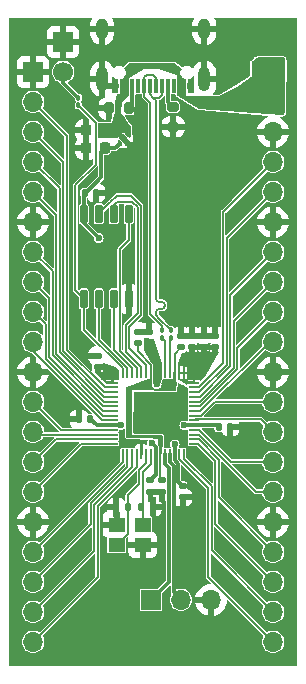
<source format=gbr>
%TF.GenerationSoftware,KiCad,Pcbnew,8.0.3*%
%TF.CreationDate,2024-07-23T22:42:35-04:00*%
%TF.ProjectId,RP2040 Custom,52503230-3430-4204-9375-73746f6d2e6b,rev?*%
%TF.SameCoordinates,Original*%
%TF.FileFunction,Copper,L1,Top*%
%TF.FilePolarity,Positive*%
%FSLAX46Y46*%
G04 Gerber Fmt 4.6, Leading zero omitted, Abs format (unit mm)*
G04 Created by KiCad (PCBNEW 8.0.3) date 2024-07-23 22:42:35*
%MOMM*%
%LPD*%
G01*
G04 APERTURE LIST*
G04 Aperture macros list*
%AMRoundRect*
0 Rectangle with rounded corners*
0 $1 Rounding radius*
0 $2 $3 $4 $5 $6 $7 $8 $9 X,Y pos of 4 corners*
0 Add a 4 corners polygon primitive as box body*
4,1,4,$2,$3,$4,$5,$6,$7,$8,$9,$2,$3,0*
0 Add four circle primitives for the rounded corners*
1,1,$1+$1,$2,$3*
1,1,$1+$1,$4,$5*
1,1,$1+$1,$6,$7*
1,1,$1+$1,$8,$9*
0 Add four rect primitives between the rounded corners*
20,1,$1+$1,$2,$3,$4,$5,0*
20,1,$1+$1,$4,$5,$6,$7,0*
20,1,$1+$1,$6,$7,$8,$9,0*
20,1,$1+$1,$8,$9,$2,$3,0*%
%AMFreePoly0*
4,1,6,0.230000,0.054289,0.020711,-0.155000,-0.230000,-0.155000,-0.230000,0.155000,0.230000,0.155000,0.230000,0.054289,0.230000,0.054289,$1*%
%AMFreePoly1*
4,1,6,0.230000,-0.054289,0.230000,-0.155000,-0.230000,-0.155000,-0.230000,0.155000,0.020711,0.155000,0.230000,-0.054289,0.230000,-0.054289,$1*%
%AMFreePoly2*
4,1,6,0.230000,-0.155000,-0.230000,-0.155000,-0.230000,-0.054289,-0.020711,0.155000,0.230000,0.155000,0.230000,-0.155000,0.230000,-0.155000,$1*%
%AMFreePoly3*
4,1,6,0.230000,-0.155000,-0.020711,-0.155000,-0.230000,0.054289,-0.230000,0.155000,0.230000,0.155000,0.230000,-0.155000,0.230000,-0.155000,$1*%
G04 Aperture macros list end*
%TA.AperFunction,SMDPad,CuDef*%
%ADD10RoundRect,0.140000X-0.170000X0.140000X-0.170000X-0.140000X0.170000X-0.140000X0.170000X0.140000X0*%
%TD*%
%TA.AperFunction,ComponentPad*%
%ADD11R,1.700000X1.700000*%
%TD*%
%TA.AperFunction,ComponentPad*%
%ADD12C,1.700000*%
%TD*%
%TA.AperFunction,SMDPad,CuDef*%
%ADD13RoundRect,0.140000X0.170000X-0.140000X0.170000X0.140000X-0.170000X0.140000X-0.170000X-0.140000X0*%
%TD*%
%TA.AperFunction,SMDPad,CuDef*%
%ADD14RoundRect,0.140000X-0.140000X-0.170000X0.140000X-0.170000X0.140000X0.170000X-0.140000X0.170000X0*%
%TD*%
%TA.AperFunction,ComponentPad*%
%ADD15O,1.700000X1.700000*%
%TD*%
%TA.AperFunction,SMDPad,CuDef*%
%ADD16RoundRect,0.140000X0.140000X0.170000X-0.140000X0.170000X-0.140000X-0.170000X0.140000X-0.170000X0*%
%TD*%
%TA.AperFunction,SMDPad,CuDef*%
%ADD17R,1.400000X1.200000*%
%TD*%
%TA.AperFunction,SMDPad,CuDef*%
%ADD18RoundRect,0.050000X-0.387500X-0.050000X0.387500X-0.050000X0.387500X0.050000X-0.387500X0.050000X0*%
%TD*%
%TA.AperFunction,SMDPad,CuDef*%
%ADD19RoundRect,0.050000X-0.050000X-0.387500X0.050000X-0.387500X0.050000X0.387500X-0.050000X0.387500X0*%
%TD*%
%TA.AperFunction,HeatsinkPad*%
%ADD20R,3.200000X3.200000*%
%TD*%
%TA.AperFunction,SMDPad,CuDef*%
%ADD21RoundRect,0.100000X-0.100000X0.130000X-0.100000X-0.130000X0.100000X-0.130000X0.100000X0.130000X0*%
%TD*%
%TA.AperFunction,SMDPad,CuDef*%
%ADD22RoundRect,0.225000X-0.225000X-0.250000X0.225000X-0.250000X0.225000X0.250000X-0.225000X0.250000X0*%
%TD*%
%TA.AperFunction,SMDPad,CuDef*%
%ADD23RoundRect,0.200000X0.200000X0.275000X-0.200000X0.275000X-0.200000X-0.275000X0.200000X-0.275000X0*%
%TD*%
%TA.AperFunction,SMDPad,CuDef*%
%ADD24FreePoly0,90.000000*%
%TD*%
%TA.AperFunction,SMDPad,CuDef*%
%ADD25FreePoly1,90.000000*%
%TD*%
%TA.AperFunction,SMDPad,CuDef*%
%ADD26FreePoly2,90.000000*%
%TD*%
%TA.AperFunction,SMDPad,CuDef*%
%ADD27FreePoly3,90.000000*%
%TD*%
%TA.AperFunction,SMDPad,CuDef*%
%ADD28RoundRect,0.145000X0.205061X0.000000X0.000000X0.205061X-0.205061X0.000000X0.000000X-0.205061X0*%
%TD*%
%TA.AperFunction,SMDPad,CuDef*%
%ADD29RoundRect,0.150000X0.150000X-0.650000X0.150000X0.650000X-0.150000X0.650000X-0.150000X-0.650000X0*%
%TD*%
%TA.AperFunction,SMDPad,CuDef*%
%ADD30R,0.600000X1.240000*%
%TD*%
%TA.AperFunction,SMDPad,CuDef*%
%ADD31R,0.300000X1.240000*%
%TD*%
%TA.AperFunction,ComponentPad*%
%ADD32O,1.000000X2.100000*%
%TD*%
%TA.AperFunction,ComponentPad*%
%ADD33O,1.000000X1.800000*%
%TD*%
%TA.AperFunction,SMDPad,CuDef*%
%ADD34RoundRect,0.200000X-0.275000X0.200000X-0.275000X-0.200000X0.275000X-0.200000X0.275000X0.200000X0*%
%TD*%
%TA.AperFunction,ViaPad*%
%ADD35C,0.600000*%
%TD*%
%TA.AperFunction,Conductor*%
%ADD36C,0.200000*%
%TD*%
%TA.AperFunction,Conductor*%
%ADD37C,0.300000*%
%TD*%
G04 APERTURE END LIST*
D10*
%TO.P,C5,1*%
%TO.N,3.3V*%
X139471400Y-82857400D03*
%TO.P,C5,2*%
%TO.N,GND*%
X139471400Y-83817400D03*
%TD*%
D11*
%TO.P,J4,1,Pin_1*%
%TO.N,GND*%
X132080000Y-45720000D03*
D12*
%TO.P,J4,2,Pin_2*%
%TO.N,Net-(J4-Pin_2)*%
X132080000Y-48260000D03*
%TD*%
D13*
%TO.P,C3,1*%
%TO.N,3.3V*%
X139319000Y-71216400D03*
%TO.P,C3,2*%
%TO.N,GND*%
X139319000Y-70256400D03*
%TD*%
D14*
%TO.P,C14,1*%
%TO.N,Net-(U1-XOUT)*%
X138712000Y-85115400D03*
%TO.P,C14,2*%
%TO.N,GND*%
X139672000Y-85115400D03*
%TD*%
D11*
%TO.P,J2,1,Pin_1*%
%TO.N,GND*%
X129540000Y-48260000D03*
D15*
%TO.P,J2,2,Pin_2*%
%TO.N,GPIO0*%
X129540000Y-50800000D03*
%TO.P,J2,3,Pin_3*%
%TO.N,GPIO1*%
X129540000Y-53340000D03*
%TO.P,J2,4,Pin_4*%
%TO.N,GPIO2*%
X129540000Y-55880000D03*
%TO.P,J2,5,Pin_5*%
%TO.N,GPIO3*%
X129540000Y-58420000D03*
%TO.P,J2,6,Pin_6*%
%TO.N,GND*%
X129540000Y-60960000D03*
%TO.P,J2,7,Pin_7*%
%TO.N,GPIO4*%
X129540000Y-63500000D03*
%TO.P,J2,8,Pin_8*%
%TO.N,GPIO5*%
X129540000Y-66040000D03*
%TO.P,J2,9,Pin_9*%
%TO.N,GPIO6*%
X129540000Y-68580000D03*
%TO.P,J2,10,Pin_10*%
%TO.N,GPIO7*%
X129540000Y-71120000D03*
%TO.P,J2,11,Pin_11*%
%TO.N,GND*%
X129540000Y-73660000D03*
%TO.P,J2,12,Pin_12*%
%TO.N,GPIO8*%
X129540000Y-76200000D03*
%TO.P,J2,13,Pin_13*%
%TO.N,GPIO9*%
X129540000Y-78740000D03*
%TO.P,J2,14,Pin_14*%
%TO.N,GPIO10*%
X129540000Y-81280000D03*
%TO.P,J2,15,Pin_15*%
%TO.N,GPIO11*%
X129540000Y-83820000D03*
%TO.P,J2,16,Pin_16*%
%TO.N,GND*%
X129540000Y-86360000D03*
%TO.P,J2,17,Pin_17*%
%TO.N,GPIO12*%
X129540000Y-88900000D03*
%TO.P,J2,18,Pin_18*%
%TO.N,GPIO13*%
X129540000Y-91440000D03*
%TO.P,J2,19,Pin_19*%
%TO.N,GPIO14*%
X129540000Y-93980000D03*
%TO.P,J2,20,Pin_20*%
%TO.N,GPIO15*%
X129540000Y-96520000D03*
%TD*%
D10*
%TO.P,C16,1*%
%TO.N,GND*%
X144957800Y-70637400D03*
%TO.P,C16,2*%
%TO.N,3.3V*%
X144957800Y-71597400D03*
%TD*%
D16*
%TO.P,C6,1*%
%TO.N,3.3V*%
X134386200Y-77647800D03*
%TO.P,C6,2*%
%TO.N,GND*%
X133426200Y-77647800D03*
%TD*%
D13*
%TO.P,C12,1*%
%TO.N,GND*%
X140436600Y-83817400D03*
%TO.P,C12,2*%
%TO.N,Net-(U1-VREG_VOUT)*%
X140436600Y-82857400D03*
%TD*%
D11*
%TO.P,J1,1,Pin_1*%
%TO.N,5v*%
X149860000Y-48260000D03*
%TO.P,J1,2,Pin_2*%
X149860000Y-50800000D03*
D15*
%TO.P,J1,3,Pin_3*%
%TO.N,GND*%
X149860000Y-53340000D03*
%TO.P,J1,4,Pin_4*%
%TO.N,GPIO29*%
X149860000Y-55880000D03*
%TO.P,J1,5,Pin_5*%
%TO.N,GPIO28*%
X149860000Y-58420000D03*
%TO.P,J1,6,Pin_6*%
%TO.N,GND*%
X149860000Y-60960000D03*
%TO.P,J1,7,Pin_7*%
%TO.N,GPIO27*%
X149860000Y-63500000D03*
%TO.P,J1,8,Pin_8*%
%TO.N,GPIO26*%
X149860000Y-66040000D03*
%TO.P,J1,9,Pin_9*%
%TO.N,GPIO25*%
X149860000Y-68580000D03*
%TO.P,J1,10,Pin_10*%
%TO.N,GPIO24*%
X149860000Y-71120000D03*
%TO.P,J1,11,Pin_11*%
%TO.N,GND*%
X149860000Y-73660000D03*
%TO.P,J1,12,Pin_12*%
%TO.N,GPIO23*%
X149860000Y-76200000D03*
%TO.P,J1,13,Pin_13*%
%TO.N,GPIO22*%
X149860000Y-78740000D03*
%TO.P,J1,14,Pin_14*%
%TO.N,GPIO21*%
X149860000Y-81280000D03*
%TO.P,J1,15,Pin_15*%
%TO.N,GPIO20*%
X149860000Y-83820000D03*
%TO.P,J1,16,Pin_16*%
%TO.N,GND*%
X149860000Y-86360000D03*
%TO.P,J1,17,Pin_17*%
%TO.N,GPIO19*%
X149860000Y-88900000D03*
%TO.P,J1,18,Pin_18*%
%TO.N,GPIO18*%
X149860000Y-91440000D03*
%TO.P,J1,19,Pin_19*%
%TO.N,GPIO17*%
X149860000Y-93980000D03*
%TO.P,J1,20,Pin_20*%
%TO.N,GPIO16*%
X149860000Y-96520000D03*
%TD*%
D10*
%TO.P,C9,1*%
%TO.N,GND*%
X138379200Y-70256400D03*
%TO.P,C9,2*%
%TO.N,Net-(U1-VREG_VOUT)*%
X138379200Y-71216400D03*
%TD*%
D17*
%TO.P,Y1,1,1*%
%TO.N,Net-(U1-XOUT)*%
X138811900Y-86593700D03*
%TO.P,Y1,2,2*%
%TO.N,GND*%
X136611900Y-86593700D03*
%TO.P,Y1,3,3*%
%TO.N,Net-(U1-XIN)*%
X136611900Y-88293700D03*
%TO.P,Y1,4,4*%
%TO.N,GND*%
X138811900Y-88293700D03*
%TD*%
D16*
%TO.P,C8,1*%
%TO.N,GND*%
X134874000Y-58496200D03*
%TO.P,C8,2*%
%TO.N,3.3V*%
X133914000Y-58496200D03*
%TD*%
D10*
%TO.P,C17,1*%
%TO.N,GND*%
X143967200Y-70617200D03*
%TO.P,C17,2*%
%TO.N,3.3V*%
X143967200Y-71577200D03*
%TD*%
%TO.P,C15,1*%
%TO.N,GND*%
X135001000Y-72288400D03*
%TO.P,C15,2*%
%TO.N,3.3V*%
X135001000Y-73248400D03*
%TD*%
D18*
%TO.P,U1,1,IOVDD*%
%TO.N,3.3V*%
X136271900Y-74573700D03*
%TO.P,U1,2,GPIO0*%
%TO.N,GPIO0*%
X136271900Y-74973700D03*
%TO.P,U1,3,GPIO1*%
%TO.N,GPIO1*%
X136271900Y-75373700D03*
%TO.P,U1,4,GPIO2*%
%TO.N,GPIO2*%
X136271900Y-75773700D03*
%TO.P,U1,5,GPIO3*%
%TO.N,GPIO3*%
X136271900Y-76173700D03*
%TO.P,U1,6,GPIO4*%
%TO.N,GPIO4*%
X136271900Y-76573700D03*
%TO.P,U1,7,GPIO5*%
%TO.N,GPIO5*%
X136271900Y-76973700D03*
%TO.P,U1,8,GPIO6*%
%TO.N,GPIO6*%
X136271900Y-77373700D03*
%TO.P,U1,9,GPIO7*%
%TO.N,GPIO7*%
X136271900Y-77773700D03*
%TO.P,U1,10,IOVDD*%
%TO.N,3.3V*%
X136271900Y-78173700D03*
%TO.P,U1,11,GPIO8*%
%TO.N,GPIO8*%
X136271900Y-78573700D03*
%TO.P,U1,12,GPIO9*%
%TO.N,GPIO9*%
X136271900Y-78973700D03*
%TO.P,U1,13,GPIO10*%
%TO.N,GPIO10*%
X136271900Y-79373700D03*
%TO.P,U1,14,GPIO11*%
%TO.N,GPIO11*%
X136271900Y-79773700D03*
D19*
%TO.P,U1,15,GPIO12*%
%TO.N,GPIO12*%
X137109400Y-80611200D03*
%TO.P,U1,16,GPIO13*%
%TO.N,GPIO13*%
X137509400Y-80611200D03*
%TO.P,U1,17,GPIO14*%
%TO.N,GPIO14*%
X137909400Y-80611200D03*
%TO.P,U1,18,GPIO15*%
%TO.N,GPIO15*%
X138309400Y-80611200D03*
%TO.P,U1,19,TESTEN*%
%TO.N,GND*%
X138709400Y-80611200D03*
%TO.P,U1,20,XIN*%
%TO.N,Net-(U1-XIN)*%
X139109400Y-80611200D03*
%TO.P,U1,21,XOUT*%
%TO.N,Net-(U1-XOUT)*%
X139509400Y-80611200D03*
%TO.P,U1,22,IOVDD*%
%TO.N,3.3V*%
X139909400Y-80611200D03*
%TO.P,U1,23,DVDD*%
%TO.N,Net-(U1-VREG_VOUT)*%
X140309400Y-80611200D03*
%TO.P,U1,24,SWCLK*%
%TO.N,Net-(J5-Pin_1)*%
X140709400Y-80611200D03*
%TO.P,U1,25,SWD*%
%TO.N,Net-(J5-Pin_2)*%
X141109400Y-80611200D03*
%TO.P,U1,26,RUN*%
%TO.N,3.3V*%
X141509400Y-80611200D03*
%TO.P,U1,27,GPIO16*%
%TO.N,GPIO16*%
X141909400Y-80611200D03*
%TO.P,U1,28,GPIO17*%
%TO.N,GPIO17*%
X142309400Y-80611200D03*
D18*
%TO.P,U1,29,GPIO18*%
%TO.N,GPIO18*%
X143146900Y-79773700D03*
%TO.P,U1,30,GPIO19*%
%TO.N,GPIO19*%
X143146900Y-79373700D03*
%TO.P,U1,31,GPIO20*%
%TO.N,GPIO20*%
X143146900Y-78973700D03*
%TO.P,U1,32,GPIO21*%
%TO.N,GPIO21*%
X143146900Y-78573700D03*
%TO.P,U1,33,IOVDD*%
%TO.N,3.3V*%
X143146900Y-78173700D03*
%TO.P,U1,34,GPIO22*%
%TO.N,GPIO22*%
X143146900Y-77773700D03*
%TO.P,U1,35,GPIO23*%
%TO.N,GPIO23*%
X143146900Y-77373700D03*
%TO.P,U1,36,GPIO24*%
%TO.N,GPIO24*%
X143146900Y-76973700D03*
%TO.P,U1,37,GPIO25*%
%TO.N,GPIO25*%
X143146900Y-76573700D03*
%TO.P,U1,38,GPIO26_ADC0*%
%TO.N,GPIO26*%
X143146900Y-76173700D03*
%TO.P,U1,39,GPIO27_ADC1*%
%TO.N,GPIO27*%
X143146900Y-75773700D03*
%TO.P,U1,40,GPIO28_ADC2*%
%TO.N,GPIO28*%
X143146900Y-75373700D03*
%TO.P,U1,41,GPIO29_ADC3*%
%TO.N,GPIO29*%
X143146900Y-74973700D03*
%TO.P,U1,42,IOVDD*%
%TO.N,3.3V*%
X143146900Y-74573700D03*
D19*
%TO.P,U1,43,ADC_AVDD*%
X142309400Y-73736200D03*
%TO.P,U1,44,VREG_IN*%
X141909400Y-73736200D03*
%TO.P,U1,45,VREG_VOUT*%
%TO.N,Net-(U1-VREG_VOUT)*%
X141509400Y-73736200D03*
%TO.P,U1,46,USB_DM*%
%TO.N,Net-(U1-USB_DM)*%
X141109400Y-73736200D03*
%TO.P,U1,47,USB_DP*%
%TO.N,Net-(U1-USB_DP)*%
X140709400Y-73736200D03*
%TO.P,U1,48,USB_VDD*%
%TO.N,3.3V*%
X140309400Y-73736200D03*
%TO.P,U1,49,IOVDD*%
X139909400Y-73736200D03*
%TO.P,U1,50,DVDD*%
%TO.N,Net-(U1-VREG_VOUT)*%
X139509400Y-73736200D03*
%TO.P,U1,51,QSPI_SD3*%
%TO.N,Net-(U1-QSPI_SD3)*%
X139109400Y-73736200D03*
%TO.P,U1,52,QSPI_SCLK*%
%TO.N,Net-(U1-QSPI_SCLK)*%
X138709400Y-73736200D03*
%TO.P,U1,53,QSPI_SD0*%
%TO.N,Net-(U1-QSPI_SD0)*%
X138309400Y-73736200D03*
%TO.P,U1,54,QSPI_SD2*%
%TO.N,Net-(U1-QSPI_SD2)*%
X137909400Y-73736200D03*
%TO.P,U1,55,QSPI_SD1*%
%TO.N,Net-(U1-QSPI_SD1)*%
X137509400Y-73736200D03*
%TO.P,U1,56,QSPI_SS*%
%TO.N,Net-(U1-QSPI_SS)*%
X137109400Y-73736200D03*
D20*
%TO.P,U1,57,GND*%
%TO.N,GND*%
X139709400Y-77173700D03*
%TD*%
D21*
%TO.P,R5,1*%
%TO.N,Net-(J4-Pin_2)*%
X133375400Y-50469400D03*
%TO.P,R5,2*%
%TO.N,Net-(U1-QSPI_SS)*%
X133375400Y-51109400D03*
%TD*%
%TO.P,R1,1*%
%TO.N,Net-(R1-Pad1)*%
X140462000Y-70124800D03*
%TO.P,R1,2*%
%TO.N,Net-(U1-USB_DP)*%
X140462000Y-70764800D03*
%TD*%
D13*
%TO.P,C11,1*%
%TO.N,3.3V*%
X143002000Y-71597400D03*
%TO.P,C11,2*%
%TO.N,GND*%
X143002000Y-70637400D03*
%TD*%
D22*
%TO.P,C2,1*%
%TO.N,GND*%
X134035200Y-54737000D03*
%TO.P,C2,2*%
%TO.N,3.3V*%
X135585200Y-54737000D03*
%TD*%
D16*
%TO.P,C13,1*%
%TO.N,Net-(U1-XIN)*%
X137535800Y-85115400D03*
%TO.P,C13,2*%
%TO.N,GND*%
X136575800Y-85115400D03*
%TD*%
D23*
%TO.P,R3,1*%
%TO.N,Net-(USB1-CC2)*%
X137617200Y-51358800D03*
%TO.P,R3,2*%
%TO.N,GND*%
X135967200Y-51358800D03*
%TD*%
D22*
%TO.P,C1,1*%
%TO.N,GND*%
X134048200Y-53213000D03*
%TO.P,C1,2*%
%TO.N,5v*%
X135598200Y-53213000D03*
%TD*%
D13*
%TO.P,C7,1*%
%TO.N,GND*%
X142189200Y-84274600D03*
%TO.P,C7,2*%
%TO.N,3.3V*%
X142189200Y-83314600D03*
%TD*%
D24*
%TO.P,U3,1,VOUT*%
%TO.N,3.3V*%
X136855200Y-54327000D03*
D25*
%TO.P,U3,2,GND*%
%TO.N,GND*%
X137505200Y-54327000D03*
D26*
%TO.P,U3,3,EN*%
%TO.N,5v*%
X137505200Y-53467000D03*
D27*
%TO.P,U3,4,VIN*%
X136855200Y-53467000D03*
D28*
%TO.P,U3,5,THERM*%
%TO.N,GND*%
X137180200Y-53897000D03*
%TD*%
D11*
%TO.P,J5,1,Pin_1*%
%TO.N,Net-(J5-Pin_1)*%
X139522200Y-92964000D03*
D15*
%TO.P,J5,2,Pin_2*%
%TO.N,Net-(J5-Pin_2)*%
X142062200Y-92964000D03*
%TO.P,J5,3,Pin_3*%
%TO.N,GND*%
X144602200Y-92964000D03*
%TD*%
D29*
%TO.P,U2,1,~{CS}*%
%TO.N,Net-(U1-QSPI_SS)*%
X133832600Y-67481000D03*
%TO.P,U2,2,DO(IO1)*%
%TO.N,Net-(U1-QSPI_SD1)*%
X135102600Y-67481000D03*
%TO.P,U2,3,IO2*%
%TO.N,Net-(U1-QSPI_SD2)*%
X136372600Y-67481000D03*
%TO.P,U2,4,GND*%
%TO.N,GND*%
X137642600Y-67481000D03*
%TO.P,U2,5,DI(IO0)*%
%TO.N,Net-(U1-QSPI_SD0)*%
X137642600Y-60281000D03*
%TO.P,U2,6,CLK*%
%TO.N,Net-(U1-QSPI_SCLK)*%
X136372600Y-60281000D03*
%TO.P,U2,7,IO3*%
%TO.N,Net-(U1-QSPI_SD3)*%
X135102600Y-60281000D03*
%TO.P,U2,8,VCC*%
%TO.N,3.3V*%
X133832600Y-60281000D03*
%TD*%
D30*
%TO.P,USB1,A1,GND*%
%TO.N,GND*%
X142900000Y-49445000D03*
%TO.P,USB1,A4,VBUS*%
%TO.N,5v*%
X142100000Y-49445000D03*
D31*
%TO.P,USB1,A5,CC1*%
%TO.N,Net-(USB1-CC1)*%
X140950000Y-49445000D03*
%TO.P,USB1,A6,D+*%
%TO.N,Net-(R1-Pad1)*%
X139950000Y-49445000D03*
%TO.P,USB1,A7,D-*%
%TO.N,Net-(R2-Pad1)*%
X139450000Y-49445000D03*
%TO.P,USB1,A8,SBU1*%
%TO.N,unconnected-(USB1-SBU1-PadA8)*%
X138450000Y-49445000D03*
D30*
%TO.P,USB1,A9,VBUS*%
%TO.N,5v*%
X137300000Y-49445000D03*
%TO.P,USB1,A12,GND*%
%TO.N,GND*%
X136500000Y-49445000D03*
%TO.P,USB1,B1,GND*%
X136500000Y-49445000D03*
%TO.P,USB1,B4,VBUS*%
%TO.N,5v*%
X137300000Y-49445000D03*
D31*
%TO.P,USB1,B5,CC2*%
%TO.N,Net-(USB1-CC2)*%
X137950000Y-49445000D03*
%TO.P,USB1,B6,D+*%
%TO.N,Net-(R1-Pad1)*%
X138950000Y-49445000D03*
%TO.P,USB1,B7,D-*%
%TO.N,Net-(R2-Pad1)*%
X140450000Y-49445000D03*
%TO.P,USB1,B8,SBU2*%
%TO.N,unconnected-(USB1-SBU2-PadB8)*%
X141450000Y-49445000D03*
D30*
%TO.P,USB1,B9,VBUS*%
%TO.N,5v*%
X142100000Y-49445000D03*
%TO.P,USB1,B12,GND*%
%TO.N,GND*%
X142900000Y-49445000D03*
D32*
%TO.P,USB1,S1,SHIELD*%
X144020000Y-48845000D03*
D33*
X144020000Y-44645000D03*
D32*
X135380000Y-48845000D03*
D33*
X135380000Y-44645000D03*
%TD*%
D14*
%TO.P,C4,1*%
%TO.N,3.3V*%
X145265200Y-78333600D03*
%TO.P,C4,2*%
%TO.N,GND*%
X146225200Y-78333600D03*
%TD*%
D10*
%TO.P,C10,1*%
%TO.N,GND*%
X142062200Y-70617200D03*
%TO.P,C10,2*%
%TO.N,Net-(U1-VREG_VOUT)*%
X142062200Y-71577200D03*
%TD*%
D21*
%TO.P,R2,1*%
%TO.N,Net-(R2-Pad1)*%
X141198600Y-70124800D03*
%TO.P,R2,2*%
%TO.N,Net-(U1-USB_DM)*%
X141198600Y-70764800D03*
%TD*%
D34*
%TO.P,R4,1*%
%TO.N,Net-(USB1-CC1)*%
X141401800Y-51245000D03*
%TO.P,R4,2*%
%TO.N,GND*%
X141401800Y-52895000D03*
%TD*%
D35*
%TO.N,GND*%
X132562600Y-97612200D03*
X131597400Y-87807800D03*
X131521200Y-50927000D03*
X147167600Y-98018600D03*
X131292600Y-53924200D03*
X142062200Y-55397400D03*
X137744200Y-64592200D03*
X146558000Y-60096400D03*
X136525000Y-49453800D03*
X147548600Y-93116400D03*
X147828000Y-71882000D03*
X131902200Y-92735400D03*
X142113000Y-61645800D03*
X131572000Y-80467200D03*
X144348200Y-82067400D03*
X147396200Y-87884000D03*
X147497800Y-90170000D03*
X147250321Y-74878575D03*
X137744200Y-56819800D03*
X133553200Y-71170800D03*
X144957800Y-57378600D03*
X133756400Y-64643000D03*
X131978400Y-76073000D03*
X131699000Y-83997800D03*
X147447000Y-67233800D03*
X130962400Y-58699400D03*
X147040600Y-53467000D03*
X147193000Y-63957200D03*
X131089400Y-56261000D03*
X147853400Y-82067400D03*
X147421600Y-76962000D03*
X131648200Y-90246200D03*
X142925800Y-49453800D03*
X147320000Y-69367400D03*
X147828000Y-79451200D03*
X130810000Y-62865000D03*
X147548600Y-84175600D03*
%TO.N,3.3V*%
X141528800Y-79781400D03*
X139598400Y-79679800D03*
X136956800Y-78181200D03*
X135102600Y-62331600D03*
X140004800Y-74701400D03*
X136118600Y-73736200D03*
X142316200Y-78181200D03*
X143154400Y-73609200D03*
%TD*%
D36*
%TO.N,GPIO25*%
X143681456Y-76573700D02*
X146818200Y-73436956D01*
X143146900Y-76573700D02*
X143681456Y-76573700D01*
X146818200Y-71621800D02*
X149860000Y-68580000D01*
X146818200Y-73436956D02*
X146818200Y-71621800D01*
%TO.N,GPIO19*%
X143146900Y-79373700D02*
X143539340Y-79373700D01*
X143539340Y-79373700D02*
X145257800Y-81092160D01*
X145257800Y-81092160D02*
X145257800Y-84297800D01*
X145257800Y-84297800D02*
X149860000Y-88900000D01*
%TO.N,GPIO27*%
X143632928Y-75773700D02*
X146218200Y-73188428D01*
X146218200Y-73188428D02*
X146218200Y-67141800D01*
X146218200Y-67141800D02*
X149860000Y-63500000D01*
X143146900Y-75773700D02*
X143632928Y-75773700D01*
%TO.N,GPIO26*%
X146518200Y-69381800D02*
X149860000Y-66040000D01*
X146518200Y-73312692D02*
X146518200Y-69381800D01*
X143657192Y-76173700D02*
X146518200Y-73312692D01*
X143146900Y-76173700D02*
X143657192Y-76173700D01*
%TO.N,GPIO16*%
X144357800Y-83485853D02*
X144357800Y-91017800D01*
X141909400Y-80611200D02*
X141909400Y-81037453D01*
X144357800Y-91017800D02*
X149860000Y-96520000D01*
X141909400Y-81037453D02*
X144357800Y-83485853D01*
%TO.N,GPIO24*%
X143705720Y-76973700D02*
X149559420Y-71120000D01*
X143146900Y-76973700D02*
X143705720Y-76973700D01*
X149559420Y-71120000D02*
X149860000Y-71120000D01*
%TO.N,GPIO23*%
X143729984Y-77373700D02*
X144903684Y-76200000D01*
X143146900Y-77373700D02*
X143729984Y-77373700D01*
X144903684Y-76200000D02*
X149860000Y-76200000D01*
%TO.N,GPIO21*%
X143587868Y-78573700D02*
X145857800Y-80843632D01*
X145857800Y-80866736D02*
X146271064Y-81280000D01*
X145857800Y-80843632D02*
X145857800Y-80866736D01*
X143146900Y-78573700D02*
X143587868Y-78573700D01*
X146271064Y-81280000D02*
X149860000Y-81280000D01*
%TO.N,Net-(U1-QSPI_SCLK)*%
X137383800Y-71945368D02*
X137383800Y-69702400D01*
X137941730Y-59281000D02*
X136629200Y-59281000D01*
X138709400Y-73270968D02*
X137383800Y-71945368D01*
X136372600Y-59537600D02*
X136372600Y-60281000D01*
X138379200Y-68707000D02*
X138379200Y-59718470D01*
X138709400Y-73736200D02*
X138709400Y-73270968D01*
X138379200Y-59718470D02*
X137941730Y-59281000D01*
X137383800Y-69702400D02*
X138379200Y-68707000D01*
X136629200Y-59281000D02*
X136372600Y-59537600D01*
%TO.N,GPIO20*%
X143563604Y-78973700D02*
X145557800Y-80967896D01*
X145557800Y-80991000D02*
X148386800Y-83820000D01*
X148386800Y-83820000D02*
X149860000Y-83820000D01*
X145557800Y-80967896D02*
X145557800Y-80991000D01*
X143146900Y-78973700D02*
X143563604Y-78973700D01*
%TO.N,GPIO22*%
X143246900Y-77673700D02*
X148793700Y-77673700D01*
X148793700Y-77673700D02*
X149860000Y-78740000D01*
X143146900Y-77773700D02*
X143246900Y-77673700D01*
%TO.N,GPIO28*%
X143146900Y-75373700D02*
X143608664Y-75373700D01*
X145918200Y-73064164D02*
X145918200Y-62361800D01*
X143608664Y-75373700D02*
X145918200Y-73064164D01*
X145918200Y-62361800D02*
X149860000Y-58420000D01*
%TO.N,Net-(U1-QSPI_SS)*%
X134823200Y-56134000D02*
X133096000Y-57861200D01*
X133375400Y-51109400D02*
X134823200Y-52557200D01*
X133096000Y-66744400D02*
X133832600Y-67481000D01*
X133832600Y-67481000D02*
X133832600Y-70091224D01*
X134823200Y-52557200D02*
X134823200Y-56134000D01*
X133832600Y-70091224D02*
X137109400Y-73368024D01*
X133096000Y-57861200D02*
X133096000Y-66744400D01*
X137109400Y-73368024D02*
X137109400Y-73736200D01*
%TO.N,GPIO29*%
X143146900Y-74973700D02*
X143584400Y-74973700D01*
X145618200Y-60121800D02*
X149860000Y-55880000D01*
X145618200Y-72939900D02*
X145618200Y-60121800D01*
X143584400Y-74973700D02*
X145618200Y-72939900D01*
%TO.N,GPIO18*%
X144957800Y-86537800D02*
X149860000Y-91440000D01*
X143515076Y-79773700D02*
X144957800Y-81216424D01*
X144957800Y-81216424D02*
X144957800Y-86537800D01*
X143146900Y-79773700D02*
X143515076Y-79773700D01*
%TO.N,GPIO17*%
X142309400Y-81013189D02*
X144657800Y-83361589D01*
X144657800Y-88777800D02*
X149860000Y-93980000D01*
X144657800Y-83361589D02*
X144657800Y-88777800D01*
X142309400Y-80611200D02*
X142309400Y-81013189D01*
%TO.N,GPIO5*%
X136271900Y-76973700D02*
X135469900Y-76973700D01*
X130890000Y-72393800D02*
X130890000Y-67390000D01*
X135469900Y-76973700D02*
X130890000Y-72393800D01*
X130890000Y-67390000D02*
X129540000Y-66040000D01*
%TO.N,GPIO9*%
X129773700Y-78973700D02*
X129540000Y-78740000D01*
X136271900Y-78973700D02*
X129773700Y-78973700D01*
%TO.N,GPIO0*%
X132390000Y-53650000D02*
X129540000Y-50800000D01*
X136271900Y-74973700D02*
X135591220Y-74973700D01*
X135591220Y-74973700D02*
X132390000Y-71772480D01*
X132390000Y-71772480D02*
X132390000Y-53650000D01*
%TO.N,GPIO2*%
X136271900Y-75773700D02*
X135542692Y-75773700D01*
X131790000Y-72021008D02*
X131790000Y-58130000D01*
X131790000Y-58130000D02*
X129540000Y-55880000D01*
X135542692Y-75773700D02*
X131790000Y-72021008D01*
%TO.N,GPIO14*%
X137909400Y-80611200D02*
X137909400Y-81699000D01*
X137909400Y-81699000D02*
X134701000Y-84907400D01*
X134701000Y-84907400D02*
X134701000Y-88819000D01*
X134701000Y-88819000D02*
X129540000Y-93980000D01*
%TO.N,GPIO7*%
X135406300Y-77773700D02*
X129540000Y-71907400D01*
X136271900Y-77773700D02*
X135406300Y-77773700D01*
X129540000Y-71907400D02*
X129540000Y-71120000D01*
%TO.N,GPIO15*%
X138309400Y-81730800D02*
X135001000Y-85039200D01*
X138309400Y-80611200D02*
X138309400Y-81730800D01*
X135001000Y-91059000D02*
X129540000Y-96520000D01*
X135001000Y-85039200D02*
X135001000Y-91059000D01*
%TO.N,GPIO11*%
X136271900Y-79773700D02*
X133586300Y-79773700D01*
X133586300Y-79773700D02*
X129540000Y-83820000D01*
%TO.N,GPIO1*%
X136271900Y-75373700D02*
X135566956Y-75373700D01*
X135566956Y-75373700D02*
X132090000Y-71896744D01*
X132090000Y-71896744D02*
X132090000Y-55890000D01*
X132090000Y-55890000D02*
X129540000Y-53340000D01*
%TO.N,GPIO10*%
X136271900Y-79373700D02*
X131446300Y-79373700D01*
X131446300Y-79373700D02*
X129540000Y-81280000D01*
%TO.N,GPIO4*%
X135494164Y-76573700D02*
X131190000Y-72269536D01*
X131190000Y-72269536D02*
X131190000Y-65150000D01*
X131190000Y-65150000D02*
X129540000Y-63500000D01*
X136271900Y-76573700D02*
X135494164Y-76573700D01*
%TO.N,GPIO6*%
X130590000Y-69630000D02*
X129540000Y-68580000D01*
X130590000Y-72533136D02*
X130590000Y-69630000D01*
X135430564Y-77373700D02*
X130590000Y-72533136D01*
X136271900Y-77373700D02*
X135430564Y-77373700D01*
%TO.N,GPIO12*%
X137109400Y-80611200D02*
X137109400Y-81330600D01*
X137109400Y-81330600D02*
X129540000Y-88900000D01*
%TO.N,GPIO8*%
X131913700Y-78573700D02*
X129540000Y-76200000D01*
X136271900Y-78573700D02*
X131913700Y-78573700D01*
%TO.N,Net-(U1-QSPI_SD0)*%
X136880600Y-63271400D02*
X137642600Y-62509400D01*
X138309400Y-73295232D02*
X136880600Y-71866432D01*
X138309400Y-73736200D02*
X138309400Y-73295232D01*
X137642600Y-62509400D02*
X137642600Y-60281000D01*
X136880600Y-71866432D02*
X136880600Y-63271400D01*
%TO.N,Net-(U1-QSPI_SD1)*%
X137509400Y-73343760D02*
X137509400Y-73736200D01*
X135102600Y-70936960D02*
X137509400Y-73343760D01*
X135102600Y-67481000D02*
X135102600Y-70936960D01*
%TO.N,GPIO3*%
X135518428Y-76173700D02*
X131490000Y-72145272D01*
X136271900Y-76173700D02*
X135518428Y-76173700D01*
X131490000Y-60370000D02*
X129540000Y-58420000D01*
X131490000Y-72145272D02*
X131490000Y-60370000D01*
%TO.N,GPIO13*%
X134401000Y-86579000D02*
X134401000Y-84783136D01*
X137509400Y-81674736D02*
X137509400Y-80611200D01*
X129540000Y-91440000D02*
X134401000Y-86579000D01*
X134401000Y-84783136D02*
X137509400Y-81674736D01*
D37*
%TO.N,Net-(J4-Pin_2)*%
X132080000Y-48260000D02*
X132080000Y-49174000D01*
X132080000Y-49174000D02*
X133375400Y-50469400D01*
%TO.N,Net-(J5-Pin_1)*%
X141023200Y-81777599D02*
X141023200Y-91463000D01*
X140709400Y-81463799D02*
X141023200Y-81777599D01*
X141023200Y-91463000D02*
X139522200Y-92964000D01*
X140709400Y-80611200D02*
X140709400Y-81463799D01*
%TO.N,Net-(J5-Pin_2)*%
X141423200Y-81611913D02*
X141423200Y-92325000D01*
X141109400Y-81298113D02*
X141423200Y-81611913D01*
X141423200Y-92325000D02*
X142062200Y-92964000D01*
X141109400Y-80611200D02*
X141109400Y-81298113D01*
D36*
%TO.N,Net-(U1-USB_DP)*%
X140709400Y-71012200D02*
X140709400Y-71269380D01*
X140462000Y-70764800D02*
X140709400Y-71012200D01*
X140709400Y-71269380D02*
X140709400Y-72161400D01*
X140709400Y-72161400D02*
X140709400Y-73736200D01*
D37*
%TO.N,3.3V*%
X133832600Y-61061600D02*
X135102600Y-62331600D01*
X143139400Y-78181200D02*
X143146900Y-78173700D01*
X141528800Y-80591800D02*
X141509400Y-80611200D01*
X141528800Y-79781400D02*
X141528800Y-80591800D01*
X139909400Y-82419400D02*
X139471400Y-82857400D01*
X142316200Y-78181200D02*
X143139400Y-78181200D01*
X145105300Y-78173700D02*
X145265200Y-78333600D01*
X141823200Y-82948600D02*
X142189200Y-83314600D01*
X133832600Y-58672176D02*
X133832600Y-60281000D01*
X135585200Y-54737000D02*
X135305800Y-55016400D01*
X134912100Y-78173700D02*
X134386200Y-77647800D01*
X139598400Y-79679800D02*
X139909400Y-79990800D01*
X136271900Y-78173700D02*
X134912100Y-78173700D01*
X133832600Y-60281000D02*
X133832600Y-61061600D01*
X141509400Y-80611200D02*
X141509400Y-81132427D01*
X135305800Y-57198976D02*
X133832600Y-58672176D01*
X139909400Y-79990800D02*
X139909400Y-80611200D01*
X143146900Y-78173700D02*
X145105300Y-78173700D01*
X141823200Y-81446227D02*
X141823200Y-82948600D01*
X135305800Y-55016400D02*
X135305800Y-57198976D01*
X141509400Y-81132427D02*
X141823200Y-81446227D01*
X136956800Y-78181200D02*
X136279400Y-78181200D01*
X135585200Y-54737000D02*
X136445200Y-54737000D01*
X139909400Y-80611200D02*
X139909400Y-82419400D01*
X136445200Y-54737000D02*
X136850862Y-54331338D01*
X136279400Y-78181200D02*
X136271900Y-78173700D01*
D36*
%TO.N,Net-(U1-QSPI_SD2)*%
X136372600Y-67481000D02*
X136372600Y-71782696D01*
X137909400Y-73319496D02*
X137909400Y-73736200D01*
X136372600Y-71782696D02*
X137909400Y-73319496D01*
%TO.N,Net-(R1-Pad1)*%
X139446000Y-50871001D02*
X139446000Y-68796464D01*
X139663600Y-48488600D02*
X139192000Y-48488600D01*
X138950000Y-48730600D02*
X138950000Y-49445000D01*
X138950000Y-50375001D02*
X139446000Y-50871001D01*
X139192000Y-48488600D02*
X138950000Y-48730600D01*
X140462000Y-69812464D02*
X140462000Y-70124800D01*
X139950000Y-48775000D02*
X139663600Y-48488600D01*
X139950000Y-49445000D02*
X139950000Y-48775000D01*
X138950000Y-49445000D02*
X138950000Y-50375001D01*
X139446000Y-68796464D02*
X140462000Y-69812464D01*
%TO.N,Net-(U1-XIN)*%
X138510600Y-83129800D02*
X137545600Y-84094800D01*
X139109400Y-81413622D02*
X138510600Y-82012422D01*
X136611900Y-88293700D02*
X137545600Y-87360000D01*
X137545600Y-84094800D02*
X137545600Y-85115400D01*
X139109400Y-80611200D02*
X139109400Y-81413622D01*
X138510600Y-82012422D02*
X138510600Y-83129800D01*
X137545600Y-87360000D02*
X137545600Y-85115400D01*
%TO.N,Net-(R2-Pad1)*%
X139725400Y-50444400D02*
X140208000Y-50444400D01*
X139954000Y-68572242D02*
X139954000Y-68692242D01*
X139450000Y-49445000D02*
X139450000Y-50169000D01*
X140194000Y-67732242D02*
X140427817Y-67732242D01*
X139450000Y-50169000D02*
X139725400Y-50444400D01*
X139725400Y-50444400D02*
X139954000Y-50673000D01*
X140218252Y-69144452D02*
X141198600Y-70124800D01*
X139954000Y-68880200D02*
X140218252Y-69144452D01*
X140450000Y-50202400D02*
X140450000Y-49445000D01*
X140208000Y-50444400D02*
X140450000Y-50202400D01*
X140667817Y-67972242D02*
X140667817Y-68092242D01*
X139954000Y-68692242D02*
X139954000Y-68880200D01*
X140427817Y-68332242D02*
X140194000Y-68332242D01*
X139954000Y-50673000D02*
X139954000Y-67492242D01*
X140427817Y-67732242D02*
G75*
G02*
X140667758Y-67972242I-17J-239958D01*
G01*
X140194000Y-68332242D02*
G75*
G03*
X139954042Y-68572242I0J-239958D01*
G01*
X139954000Y-67492242D02*
G75*
G03*
X140194000Y-67732200I240000J42D01*
G01*
X140667817Y-68092242D02*
G75*
G02*
X140427817Y-68332217I-240017J42D01*
G01*
%TO.N,Net-(U1-QSPI_SD3)*%
X136601200Y-58750200D02*
X136073470Y-59277930D01*
X137683800Y-71666514D02*
X137683800Y-69826664D01*
X136073470Y-59281000D02*
X135102600Y-60251870D01*
X137835194Y-58750200D02*
X136601200Y-58750200D01*
X139109400Y-73736200D02*
X139109400Y-73092114D01*
X138679200Y-68831264D02*
X138679200Y-59594206D01*
X137683800Y-69826664D02*
X138679200Y-68831264D01*
X136073470Y-59277930D02*
X136073470Y-59281000D01*
X139109400Y-73092114D02*
X137683800Y-71666514D01*
X135102600Y-60251870D02*
X135102600Y-60281000D01*
X138679200Y-59594206D02*
X137835194Y-58750200D01*
%TO.N,Net-(U1-VREG_VOUT)*%
X139509400Y-73736200D02*
X139509400Y-73067850D01*
X140309400Y-82730200D02*
X140436600Y-82857400D01*
X138379200Y-71937650D02*
X138379200Y-71216400D01*
X141509400Y-73736200D02*
X141509400Y-72130000D01*
X140309400Y-80611200D02*
X140309400Y-82730200D01*
X141509400Y-73736200D02*
X141509400Y-74173700D01*
X141509400Y-72130000D02*
X142062200Y-71577200D01*
X139509400Y-73067850D02*
X138379200Y-71937650D01*
%TO.N,Net-(U1-XOUT)*%
X138811900Y-86593700D02*
X138811900Y-85116700D01*
X138810600Y-82136686D02*
X139509400Y-81437886D01*
X138810600Y-85115400D02*
X138810600Y-82136686D01*
X139509400Y-81437886D02*
X139509400Y-80611200D01*
X138811900Y-85116700D02*
X138810600Y-85115400D01*
%TO.N,Net-(U1-USB_DM)*%
X141109400Y-70854000D02*
X141198600Y-70764800D01*
X141109400Y-73736200D02*
X141109400Y-70854000D01*
D37*
%TO.N,Net-(USB1-CC2)*%
X137617200Y-51358800D02*
X137950000Y-51026000D01*
X137950000Y-51026000D02*
X137950000Y-49445000D01*
%TO.N,Net-(USB1-CC1)*%
X140950000Y-49445000D02*
X140950000Y-50793200D01*
X140950000Y-50793200D02*
X141401800Y-51245000D01*
%TD*%
%TA.AperFunction,Conductor*%
%TO.N,Net-(U1-VREG_VOUT)*%
G36*
X139604400Y-73765488D02*
G01*
X139604404Y-73766384D01*
X139604409Y-73766993D01*
X139604419Y-73767800D01*
X139609397Y-74076444D01*
X139609400Y-74076831D01*
X139609400Y-74322560D01*
X139613404Y-74330052D01*
X139613517Y-74332018D01*
X139617578Y-74583741D01*
X139617286Y-74587882D01*
X139599308Y-74701399D01*
X139619154Y-74826706D01*
X139676747Y-74939738D01*
X139676748Y-74939739D01*
X139676750Y-74939742D01*
X139766458Y-75029450D01*
X139766460Y-75029451D01*
X139766461Y-75029452D01*
X139879493Y-75087045D01*
X139879494Y-75087045D01*
X139879496Y-75087046D01*
X140004800Y-75106892D01*
X140130104Y-75087046D01*
X140243142Y-75029450D01*
X140332850Y-74939742D01*
X140390446Y-74826704D01*
X140410292Y-74701400D01*
X140404165Y-74662719D01*
X140405749Y-74649657D01*
X140554464Y-74296463D01*
X140556383Y-74291569D01*
X140557879Y-74287454D01*
X140559548Y-74282483D01*
X140560534Y-74279284D01*
X140561000Y-74277448D01*
X140571992Y-74262735D01*
X140590171Y-74260101D01*
X140597593Y-74263406D01*
X140600678Y-74265467D01*
X140600677Y-74265467D01*
X140643415Y-74273968D01*
X140644580Y-74274200D01*
X140644584Y-74274200D01*
X140774216Y-74274200D01*
X140774220Y-74274200D01*
X140818122Y-74265467D01*
X140843897Y-74248244D01*
X140857230Y-74244200D01*
X140961570Y-74244200D01*
X140974902Y-74248244D01*
X140977717Y-74250125D01*
X141000677Y-74265467D01*
X141043415Y-74273968D01*
X141044580Y-74274200D01*
X141044584Y-74274200D01*
X141174216Y-74274200D01*
X141174220Y-74274200D01*
X141218122Y-74265467D01*
X141247581Y-74245783D01*
X141250543Y-74244200D01*
X141299145Y-74244200D01*
X141299659Y-74244622D01*
X141315205Y-74267888D01*
X141315210Y-74267893D01*
X141381362Y-74312095D01*
X141381365Y-74312096D01*
X141409400Y-74317672D01*
X141409400Y-73685400D01*
X141604400Y-73685400D01*
X141604400Y-74209892D01*
X141604348Y-74211465D01*
X141603900Y-74218276D01*
X141603900Y-74324435D01*
X141607338Y-74361865D01*
X141607340Y-74361873D01*
X141643596Y-74445831D01*
X141643597Y-74445833D01*
X141681231Y-74478466D01*
X141689446Y-74494893D01*
X141689440Y-74498392D01*
X141634260Y-75234124D01*
X141631914Y-75242817D01*
X141621970Y-75263284D01*
X141608919Y-75275227D01*
X141587651Y-75283320D01*
X141578784Y-75284887D01*
X137997820Y-75235495D01*
X137997748Y-75235494D01*
X137997746Y-75235494D01*
X137947400Y-75234800D01*
X137947059Y-75285152D01*
X137947059Y-75285156D01*
X137922333Y-78944638D01*
X137922333Y-78944639D01*
X137922000Y-78994000D01*
X137971351Y-78994967D01*
X137971352Y-78994968D01*
X140459069Y-79043746D01*
X140468104Y-79045704D01*
X140489499Y-79054937D01*
X140502208Y-79067897D01*
X140511019Y-79089465D01*
X140512801Y-79098540D01*
X140512821Y-80040773D01*
X140505792Y-80057744D01*
X140488822Y-80064774D01*
X140475487Y-80060729D01*
X140437434Y-80035303D01*
X140409400Y-80029727D01*
X140409400Y-80655127D01*
X140209400Y-80655866D01*
X140209400Y-80029727D01*
X140188582Y-80033868D01*
X140170566Y-80030284D01*
X140160361Y-80015011D01*
X140159900Y-80010329D01*
X140159900Y-79940970D01*
X140121765Y-79848905D01*
X140121764Y-79848904D01*
X140121764Y-79848903D01*
X140113443Y-79840582D01*
X140106415Y-79823616D01*
X140106402Y-79372347D01*
X140106401Y-79372345D01*
X140106400Y-79324200D01*
X140058288Y-79322384D01*
X140058287Y-79322384D01*
X140058285Y-79322383D01*
X139762059Y-79311205D01*
X139752068Y-79308606D01*
X139723706Y-79294154D01*
X139598400Y-79274308D01*
X139473096Y-79294154D01*
X139473091Y-79294156D01*
X139467421Y-79297044D01*
X139455624Y-79299641D01*
X138031135Y-79245887D01*
X137466767Y-79224590D01*
X137457866Y-79222513D01*
X137436816Y-79213088D01*
X137424365Y-79200158D01*
X137415741Y-79178769D01*
X137414000Y-79169794D01*
X137414000Y-74968846D01*
X137415117Y-74961609D01*
X137420804Y-74943627D01*
X137429125Y-74931787D01*
X137444123Y-74920341D01*
X137450547Y-74916843D01*
X139285524Y-74256251D01*
X139303872Y-74257116D01*
X139313607Y-74265497D01*
X139315204Y-74267887D01*
X139315210Y-74267893D01*
X139381362Y-74312095D01*
X139381365Y-74312096D01*
X139409400Y-74317672D01*
X139409400Y-73685400D01*
X139604400Y-73685400D01*
X139604400Y-73765488D01*
G37*
%TD.AperFunction*%
%TD*%
%TA.AperFunction,Conductor*%
%TO.N,3.3V*%
G36*
X139734063Y-70839360D02*
G01*
X139747317Y-70841816D01*
X139756264Y-70844951D01*
X139777559Y-70860959D01*
X139783056Y-70868681D01*
X139789100Y-70880734D01*
X140459074Y-72965101D01*
X140459992Y-72968388D01*
X140460603Y-72970958D01*
X140461662Y-72977708D01*
X140461866Y-72980319D01*
X140462000Y-72983746D01*
X140462000Y-74231909D01*
X140461782Y-74236287D01*
X140461448Y-74239627D01*
X140459714Y-74248209D01*
X140458728Y-74251408D01*
X140457232Y-74255523D01*
X140274201Y-74690220D01*
X140267541Y-74701205D01*
X140261729Y-74708225D01*
X140240551Y-74722288D01*
X140231821Y-74724923D01*
X140219107Y-74726800D01*
X139783259Y-74726800D01*
X139766586Y-74723518D01*
X139756203Y-74719266D01*
X139732435Y-74695877D01*
X139728017Y-74685565D01*
X139724467Y-74668947D01*
X139717766Y-74253506D01*
X139709906Y-73766144D01*
X139709900Y-73765434D01*
X139709900Y-73027969D01*
X139709900Y-73027968D01*
X139679376Y-72954276D01*
X139679375Y-72954275D01*
X139622974Y-72897873D01*
X139622974Y-72897874D01*
X139457639Y-72732539D01*
X139450723Y-72723556D01*
X138895882Y-71769923D01*
X138893193Y-71764465D01*
X138891440Y-71760180D01*
X138888439Y-71748423D01*
X138887924Y-71743828D01*
X138887666Y-71737745D01*
X138911009Y-70874060D01*
X138914820Y-70857303D01*
X138919435Y-70846977D01*
X138943893Y-70823834D01*
X138954504Y-70819792D01*
X138971456Y-70816930D01*
X139734063Y-70839360D01*
G37*
%TD.AperFunction*%
%TD*%
%TA.AperFunction,Conductor*%
%TO.N,3.3V*%
G36*
X144590764Y-71210073D02*
G01*
X144597943Y-71226981D01*
X144591064Y-71244013D01*
X144590915Y-71244163D01*
X144544406Y-71290672D01*
X144544406Y-71290673D01*
X144519359Y-71347399D01*
X144519359Y-71347400D01*
X145183800Y-71347400D01*
X145200771Y-71354429D01*
X145207800Y-71371400D01*
X145207800Y-72019086D01*
X145277089Y-71988493D01*
X145295453Y-71988069D01*
X145308738Y-72000754D01*
X145309162Y-72019118D01*
X145307507Y-72022552D01*
X144181357Y-73950656D01*
X144177604Y-73955523D01*
X143729322Y-74403805D01*
X143712351Y-74410834D01*
X143695380Y-74403805D01*
X143692396Y-74400167D01*
X143678595Y-74379512D01*
X143678589Y-74379506D01*
X143612437Y-74335304D01*
X143612435Y-74335303D01*
X143554102Y-74323700D01*
X143246901Y-74323700D01*
X143246900Y-74323701D01*
X143246900Y-74649200D01*
X143239871Y-74666171D01*
X143222900Y-74673200D01*
X142734724Y-74673200D01*
X142734528Y-74673239D01*
X142729848Y-74673700D01*
X142565427Y-74673700D01*
X142571003Y-74701733D01*
X142579707Y-74714761D01*
X142583290Y-74732777D01*
X142573084Y-74748050D01*
X142556468Y-74751868D01*
X142548603Y-74750782D01*
X142542289Y-74749006D01*
X142540098Y-74748050D01*
X142534304Y-74745522D01*
X142531392Y-74744006D01*
X142462218Y-74701733D01*
X142089073Y-74473700D01*
X142565427Y-74473700D01*
X143046899Y-74473700D01*
X143046900Y-74473699D01*
X143046900Y-74323701D01*
X143046899Y-74323700D01*
X142739697Y-74323700D01*
X142681364Y-74335303D01*
X142681362Y-74335304D01*
X142615210Y-74379506D01*
X142615206Y-74379510D01*
X142571003Y-74445665D01*
X142565427Y-74473700D01*
X142089073Y-74473700D01*
X142088850Y-74473564D01*
X142087600Y-74472800D01*
X142086385Y-74472152D01*
X142086311Y-74472111D01*
X141888664Y-74366700D01*
X141888663Y-74366700D01*
X141874777Y-74359294D01*
X141809400Y-74324426D01*
X141809400Y-74218288D01*
X141809854Y-74214845D01*
X141809694Y-74214824D01*
X141809900Y-74213259D01*
X141809900Y-73836201D01*
X142009400Y-73836201D01*
X142009400Y-74317671D01*
X142037434Y-74312096D01*
X142037437Y-74312095D01*
X142096066Y-74272920D01*
X142114082Y-74269336D01*
X142122734Y-74272920D01*
X142181362Y-74312095D01*
X142181365Y-74312096D01*
X142209400Y-74317672D01*
X142209400Y-73836201D01*
X142409400Y-73836201D01*
X142409400Y-74317671D01*
X142437434Y-74312096D01*
X142437437Y-74312095D01*
X142503589Y-74267893D01*
X142503593Y-74267889D01*
X142547795Y-74201737D01*
X142547796Y-74201735D01*
X142559399Y-74143402D01*
X142559400Y-74143394D01*
X142559400Y-73836201D01*
X142559399Y-73836200D01*
X142409401Y-73836200D01*
X142409400Y-73836201D01*
X142209400Y-73836201D01*
X142209399Y-73836200D01*
X142009401Y-73836200D01*
X142009400Y-73836201D01*
X141809900Y-73836201D01*
X141809900Y-73154727D01*
X142009400Y-73154727D01*
X142009400Y-73636199D01*
X142009401Y-73636200D01*
X142209399Y-73636200D01*
X142209400Y-73636199D01*
X142409400Y-73636199D01*
X142409401Y-73636200D01*
X142559399Y-73636200D01*
X142559400Y-73636199D01*
X142559400Y-73329005D01*
X142559399Y-73328997D01*
X142547796Y-73270664D01*
X142547795Y-73270662D01*
X142503593Y-73204510D01*
X142503589Y-73204506D01*
X142437434Y-73160303D01*
X142409400Y-73154727D01*
X142409400Y-73636199D01*
X142209400Y-73636199D01*
X142209400Y-73154727D01*
X142181364Y-73160303D01*
X142122733Y-73199479D01*
X142104718Y-73203063D01*
X142096067Y-73199479D01*
X142037435Y-73160303D01*
X142009400Y-73154727D01*
X141809900Y-73154727D01*
X141809900Y-72959219D01*
X141811576Y-72950407D01*
X142157966Y-72072887D01*
X142170736Y-72059683D01*
X142180290Y-72057699D01*
X142272096Y-72057699D01*
X142272100Y-72057699D01*
X142321687Y-72051172D01*
X142430516Y-72000424D01*
X142515424Y-71915516D01*
X142533249Y-71877288D01*
X142546790Y-71864881D01*
X142565141Y-71865681D01*
X142576954Y-71877739D01*
X142588605Y-71904125D01*
X142665274Y-71980794D01*
X142751999Y-72019086D01*
X142752000Y-72019086D01*
X142752000Y-71847401D01*
X143252000Y-71847401D01*
X143252000Y-72019086D01*
X143338725Y-71980794D01*
X143415394Y-71904125D01*
X143440441Y-71847400D01*
X143252001Y-71847400D01*
X143252000Y-71847401D01*
X142752000Y-71847401D01*
X142752000Y-71827200D01*
X143528759Y-71827200D01*
X143553805Y-71883925D01*
X143630474Y-71960594D01*
X143717199Y-71998886D01*
X143717200Y-71998886D01*
X143717200Y-71827201D01*
X144217200Y-71827201D01*
X144217200Y-71998886D01*
X144303925Y-71960594D01*
X144380594Y-71883925D01*
X144396722Y-71847400D01*
X144519359Y-71847400D01*
X144544405Y-71904125D01*
X144621074Y-71980794D01*
X144707799Y-72019086D01*
X144707800Y-72019086D01*
X144707800Y-71847401D01*
X144707799Y-71847400D01*
X144519359Y-71847400D01*
X144396722Y-71847400D01*
X144405641Y-71827200D01*
X144217201Y-71827200D01*
X144217200Y-71827201D01*
X143717200Y-71827201D01*
X143717199Y-71827200D01*
X143528759Y-71827200D01*
X142752000Y-71827200D01*
X142752000Y-71371400D01*
X142759029Y-71354429D01*
X142776000Y-71347400D01*
X143440441Y-71347400D01*
X143440440Y-71347399D01*
X143415393Y-71290673D01*
X143415393Y-71290672D01*
X143379307Y-71254585D01*
X143372278Y-71237615D01*
X143379308Y-71220644D01*
X143396064Y-71213616D01*
X143527743Y-71212451D01*
X143553906Y-71212220D01*
X143570938Y-71219099D01*
X143578117Y-71236007D01*
X143571238Y-71253039D01*
X143571089Y-71253189D01*
X143553806Y-71270472D01*
X143553806Y-71270473D01*
X143528759Y-71327199D01*
X143528759Y-71327200D01*
X144405641Y-71327200D01*
X144405640Y-71327199D01*
X144380594Y-71270474D01*
X144356062Y-71245942D01*
X144349033Y-71228971D01*
X144356062Y-71212000D01*
X144372819Y-71204972D01*
X144573734Y-71203194D01*
X144590764Y-71210073D01*
G37*
%TD.AperFunction*%
%TD*%
%TA.AperFunction,Conductor*%
%TO.N,5v*%
G36*
X150692716Y-47040906D02*
G01*
X150695073Y-47041070D01*
X150701129Y-47041918D01*
X150703445Y-47042408D01*
X150706389Y-47043140D01*
X150837198Y-47080514D01*
X150849049Y-47085903D01*
X150856783Y-47090918D01*
X150873346Y-47110642D01*
X150876948Y-47119127D01*
X150880206Y-47131734D01*
X150899611Y-47316870D01*
X150899721Y-47318071D01*
X150899792Y-47318991D01*
X150899911Y-47321400D01*
X150899932Y-47322346D01*
X150899941Y-47323535D01*
X150899023Y-47501806D01*
X150877504Y-51676454D01*
X150877255Y-51680911D01*
X150876890Y-51684320D01*
X150875041Y-51693063D01*
X150873996Y-51696324D01*
X150872418Y-51700505D01*
X150809019Y-51845687D01*
X150805173Y-51852684D01*
X150801828Y-51857643D01*
X150790688Y-51869010D01*
X150785797Y-51872455D01*
X150778878Y-51876443D01*
X150635877Y-51942356D01*
X150630663Y-51944368D01*
X150626607Y-51945644D01*
X150615632Y-51947615D01*
X150613387Y-51947729D01*
X150611388Y-51947831D01*
X150605810Y-51947759D01*
X143575388Y-51410713D01*
X143570253Y-51410015D01*
X143567856Y-51409544D01*
X143566368Y-51409251D01*
X143556496Y-51406064D01*
X143552894Y-51404410D01*
X143548311Y-51401968D01*
X141760750Y-50309569D01*
X141752005Y-50302550D01*
X141746366Y-50296696D01*
X141735484Y-50277293D01*
X141733429Y-50269427D01*
X141732000Y-50258305D01*
X141732000Y-48550036D01*
X141732000Y-48514000D01*
X140973498Y-48261166D01*
X140215699Y-48008566D01*
X140215695Y-48008565D01*
X140208000Y-48006000D01*
X140199886Y-48006000D01*
X140199880Y-48006000D01*
X138951850Y-48006000D01*
X138951849Y-48006000D01*
X138938000Y-48006000D01*
X138926127Y-48013122D01*
X138926122Y-48013125D01*
X138926119Y-48013127D01*
X137692273Y-48753435D01*
X137692270Y-48753437D01*
X137668000Y-48768000D01*
X137668000Y-48796308D01*
X137668000Y-50265362D01*
X137667054Y-50274436D01*
X137665660Y-50281050D01*
X137658333Y-50297659D01*
X137654385Y-50303151D01*
X137648326Y-50309961D01*
X137098383Y-50812084D01*
X137098378Y-50812089D01*
X137083800Y-50825400D01*
X137082246Y-50845076D01*
X137082246Y-50845079D01*
X137016434Y-51678700D01*
X137007600Y-51790600D01*
X137018329Y-51805482D01*
X137018330Y-51805484D01*
X137120591Y-51947330D01*
X137575260Y-52578000D01*
X137641667Y-52670113D01*
X137783545Y-52866911D01*
X137787110Y-52872770D01*
X137789452Y-52877397D01*
X137793657Y-52890421D01*
X137794464Y-52895546D01*
X137795000Y-52902390D01*
X137795000Y-53764357D01*
X137791688Y-53781105D01*
X137787406Y-53791508D01*
X137763836Y-53815293D01*
X137753472Y-53819670D01*
X137736760Y-53823133D01*
X137655585Y-53823878D01*
X137624357Y-53811278D01*
X137618598Y-53804326D01*
X137616517Y-53801212D01*
X137616517Y-53801210D01*
X137575954Y-53740504D01*
X137336696Y-53501247D01*
X137275990Y-53460683D01*
X137180200Y-53441629D01*
X137084409Y-53460683D01*
X137023708Y-53501242D01*
X136784445Y-53740506D01*
X136743883Y-53801207D01*
X136742225Y-53805213D01*
X136739968Y-53804278D01*
X136725930Y-53825240D01*
X136701928Y-53832627D01*
X135084501Y-53847466D01*
X135067755Y-53844320D01*
X135057321Y-53840145D01*
X135033324Y-53816857D01*
X135028837Y-53806550D01*
X135025190Y-53789903D01*
X135023710Y-53718862D01*
X135023700Y-53717946D01*
X135023700Y-52670113D01*
X135036587Y-52639000D01*
X135065904Y-52626150D01*
X136245600Y-52578000D01*
X136345939Y-51892345D01*
X136358359Y-51867611D01*
X136419406Y-51806565D01*
X136464785Y-51703791D01*
X136467700Y-51678665D01*
X136467699Y-51063522D01*
X136468163Y-51057152D01*
X136499198Y-50845078D01*
X136550355Y-50495508D01*
X136550379Y-50495341D01*
X136552451Y-50495648D01*
X136552621Y-50495237D01*
X136550449Y-50494892D01*
X136579932Y-50309569D01*
X136596952Y-50202585D01*
X136614568Y-50173884D01*
X136640405Y-50165499D01*
X136809898Y-50165499D01*
X136839213Y-50159669D01*
X136872457Y-50137457D01*
X136894669Y-50104213D01*
X136900500Y-50074899D01*
X136900499Y-49609580D01*
X136905294Y-49589606D01*
X136910646Y-49579104D01*
X136922643Y-49503361D01*
X136930492Y-49453802D01*
X136930492Y-49453797D01*
X136910647Y-49328500D01*
X136910645Y-49328494D01*
X136905295Y-49317994D01*
X136900499Y-49298018D01*
X136900499Y-48930314D01*
X136913386Y-48899201D01*
X136933108Y-48887814D01*
X137032135Y-48861281D01*
X137163365Y-48785515D01*
X137270515Y-48678365D01*
X137346281Y-48547135D01*
X137385500Y-48400766D01*
X137385500Y-48249234D01*
X137346281Y-48102865D01*
X137294471Y-48013127D01*
X137270517Y-47971638D01*
X137270516Y-47971637D01*
X137270515Y-47971635D01*
X137263551Y-47964671D01*
X137250665Y-47933560D01*
X137263551Y-47902448D01*
X137650296Y-47515703D01*
X137656952Y-47510240D01*
X137662302Y-47506666D01*
X137678161Y-47500098D01*
X137684468Y-47498844D01*
X137693047Y-47498000D01*
X141457785Y-47498000D01*
X141464831Y-47498568D01*
X141470095Y-47499422D01*
X141483469Y-47503880D01*
X141488189Y-47506353D01*
X141494169Y-47510127D01*
X142092237Y-47958677D01*
X142109394Y-47987653D01*
X142103941Y-48015876D01*
X142053721Y-48102860D01*
X142053719Y-48102865D01*
X142014500Y-48249234D01*
X142014500Y-48400766D01*
X142043209Y-48507911D01*
X142053718Y-48547132D01*
X142053721Y-48547139D01*
X142129482Y-48678361D01*
X142129483Y-48678362D01*
X142129485Y-48678365D01*
X142236635Y-48785515D01*
X142236637Y-48785516D01*
X142236638Y-48785517D01*
X142277691Y-48809219D01*
X142367865Y-48861281D01*
X142461390Y-48886340D01*
X142488105Y-48906840D01*
X142494000Y-48928840D01*
X142494000Y-50292000D01*
X145262867Y-50292000D01*
X145262871Y-50292000D01*
X145275300Y-50292000D01*
X146761200Y-49504600D01*
X146763095Y-49503361D01*
X146763117Y-49503348D01*
X148021039Y-48681339D01*
X148021039Y-48681338D01*
X148043900Y-48666400D01*
X148042709Y-48514000D01*
X148038741Y-48006000D01*
X148034189Y-47423380D01*
X148035073Y-47414255D01*
X148035455Y-47412376D01*
X148036431Y-47407589D01*
X148043704Y-47390854D01*
X148047652Y-47385310D01*
X148053715Y-47378443D01*
X148114130Y-47322930D01*
X148300481Y-47151697D01*
X148304231Y-47148616D01*
X148307269Y-47146392D01*
X148315728Y-47141539D01*
X148319176Y-47140042D01*
X148323738Y-47138357D01*
X148632052Y-47043491D01*
X148635204Y-47042648D01*
X148637678Y-47042085D01*
X148644165Y-47041110D01*
X148646687Y-47040921D01*
X148649955Y-47040800D01*
X150689662Y-47040800D01*
X150692716Y-47040906D01*
G37*
%TD.AperFunction*%
%TD*%
%TA.AperFunction,Conductor*%
%TO.N,3.3V*%
G36*
X135418069Y-72881451D02*
G01*
X136534471Y-73222048D01*
X136544436Y-73228031D01*
X136797371Y-73480966D01*
X136804400Y-73497937D01*
X136804400Y-74335146D01*
X136797371Y-74352117D01*
X136780400Y-74359146D01*
X136767067Y-74355101D01*
X136737440Y-74335305D01*
X136737435Y-74335303D01*
X136679102Y-74323700D01*
X136371901Y-74323700D01*
X136371900Y-74323701D01*
X136371900Y-74649200D01*
X136364871Y-74666171D01*
X136347900Y-74673200D01*
X135725633Y-74673200D01*
X135708662Y-74666171D01*
X135516191Y-74473700D01*
X135690427Y-74473700D01*
X136171899Y-74473700D01*
X136171900Y-74473699D01*
X136171900Y-74323701D01*
X136171899Y-74323700D01*
X135864697Y-74323700D01*
X135806364Y-74335303D01*
X135806362Y-74335304D01*
X135740210Y-74379506D01*
X135740206Y-74379510D01*
X135696003Y-74445665D01*
X135690427Y-74473700D01*
X135516191Y-74473700D01*
X135379471Y-74336980D01*
X135377626Y-74334908D01*
X135307590Y-74246460D01*
X135307580Y-74246448D01*
X135305800Y-74244200D01*
X134751000Y-73689400D01*
X134751000Y-73684626D01*
X134752327Y-73684626D01*
X134752327Y-73683094D01*
X134751000Y-73683094D01*
X134751000Y-73498401D01*
X135251000Y-73498401D01*
X135251000Y-73670086D01*
X135337725Y-73631794D01*
X135414394Y-73555125D01*
X135439441Y-73498400D01*
X135251001Y-73498400D01*
X135251000Y-73498401D01*
X134751000Y-73498401D01*
X134751000Y-73022400D01*
X134758029Y-73005429D01*
X134775000Y-72998400D01*
X135439441Y-72998400D01*
X135439440Y-72998399D01*
X135414394Y-72941674D01*
X135394098Y-72921378D01*
X135387069Y-72904407D01*
X135394098Y-72887436D01*
X135411069Y-72880407D01*
X135418069Y-72881451D01*
G37*
%TD.AperFunction*%
%TD*%
%TA.AperFunction,Conductor*%
%TO.N,GND*%
G36*
X141857831Y-74583155D02*
G01*
X141984311Y-74650611D01*
X141986773Y-74652017D01*
X142355060Y-74877082D01*
X142424234Y-74919355D01*
X142433316Y-74924486D01*
X142436500Y-74926286D01*
X142438101Y-74927119D01*
X142439409Y-74927800D01*
X142452123Y-74933874D01*
X142456157Y-74935634D01*
X142457923Y-74936405D01*
X142457922Y-74936405D01*
X142460092Y-74937351D01*
X142460106Y-74937357D01*
X142486645Y-74946829D01*
X142486664Y-74946834D01*
X142486669Y-74946836D01*
X142492941Y-74948600D01*
X142492959Y-74948605D01*
X142520494Y-74954351D01*
X142528359Y-74955437D01*
X142557731Y-74954134D01*
X142592978Y-74966935D01*
X142608852Y-75000913D01*
X142608900Y-75003085D01*
X142608900Y-75038523D01*
X142617632Y-75082421D01*
X142650895Y-75132204D01*
X142652026Y-75132960D01*
X142652780Y-75134089D01*
X142654308Y-75135617D01*
X142654004Y-75135920D01*
X142672859Y-75164144D01*
X142665540Y-75200926D01*
X142652026Y-75214440D01*
X142650895Y-75215195D01*
X142617632Y-75264978D01*
X142608900Y-75308876D01*
X142608900Y-75438523D01*
X142617632Y-75482421D01*
X142650895Y-75532204D01*
X142652026Y-75532960D01*
X142652780Y-75534089D01*
X142654308Y-75535617D01*
X142654004Y-75535920D01*
X142672859Y-75564144D01*
X142665540Y-75600926D01*
X142652026Y-75614440D01*
X142650895Y-75615195D01*
X142617632Y-75664978D01*
X142608900Y-75708876D01*
X142608900Y-75838523D01*
X142617632Y-75882421D01*
X142650895Y-75932204D01*
X142652026Y-75932960D01*
X142652780Y-75934089D01*
X142654308Y-75935617D01*
X142654004Y-75935920D01*
X142672859Y-75964144D01*
X142665540Y-76000926D01*
X142652026Y-76014440D01*
X142650895Y-76015195D01*
X142617632Y-76064978D01*
X142608900Y-76108876D01*
X142608900Y-76238523D01*
X142617632Y-76282421D01*
X142650895Y-76332204D01*
X142652026Y-76332960D01*
X142652780Y-76334089D01*
X142654308Y-76335617D01*
X142654004Y-76335920D01*
X142672859Y-76364144D01*
X142665540Y-76400926D01*
X142652026Y-76414440D01*
X142650895Y-76415195D01*
X142617632Y-76464978D01*
X142608900Y-76508876D01*
X142608900Y-76638523D01*
X142617632Y-76682421D01*
X142650895Y-76732204D01*
X142652026Y-76732960D01*
X142652780Y-76734089D01*
X142654308Y-76735617D01*
X142654004Y-76735920D01*
X142672859Y-76764144D01*
X142665540Y-76800926D01*
X142652026Y-76814440D01*
X142650895Y-76815195D01*
X142617632Y-76864978D01*
X142608900Y-76908876D01*
X142608900Y-77038523D01*
X142617632Y-77082421D01*
X142650895Y-77132204D01*
X142652026Y-77132960D01*
X142652780Y-77134089D01*
X142654308Y-77135617D01*
X142654004Y-77135920D01*
X142672859Y-77164144D01*
X142665540Y-77200926D01*
X142652026Y-77214440D01*
X142650895Y-77215195D01*
X142617632Y-77264978D01*
X142608900Y-77308876D01*
X142608900Y-77438523D01*
X142617632Y-77482421D01*
X142650895Y-77532204D01*
X142652026Y-77532960D01*
X142652780Y-77534089D01*
X142654308Y-77535617D01*
X142654004Y-77535920D01*
X142672859Y-77564144D01*
X142665540Y-77600926D01*
X142652026Y-77614440D01*
X142650895Y-77615195D01*
X142617632Y-77664978D01*
X142608900Y-77708876D01*
X142608900Y-77800885D01*
X142594548Y-77835533D01*
X142559900Y-77849885D01*
X142537655Y-77844544D01*
X142441508Y-77795555D01*
X142441505Y-77795554D01*
X142441504Y-77795554D01*
X142316200Y-77775708D01*
X142190896Y-77795554D01*
X142190894Y-77795554D01*
X142190892Y-77795555D01*
X142190890Y-77795555D01*
X142077864Y-77853145D01*
X142077857Y-77853150D01*
X141988150Y-77942857D01*
X141988145Y-77942864D01*
X141930555Y-78055890D01*
X141930555Y-78055892D01*
X141930554Y-78055894D01*
X141930554Y-78055896D01*
X141910708Y-78181200D01*
X141930554Y-78306504D01*
X141930554Y-78306505D01*
X141930555Y-78306507D01*
X141930555Y-78306509D01*
X141988145Y-78419535D01*
X141988150Y-78419542D01*
X142077857Y-78509249D01*
X142077864Y-78509254D01*
X142190891Y-78566844D01*
X142190892Y-78566844D01*
X142190896Y-78566846D01*
X142316200Y-78586692D01*
X142441504Y-78566846D01*
X142537654Y-78517855D01*
X142575042Y-78514912D01*
X142603559Y-78539268D01*
X142608900Y-78561514D01*
X142608900Y-78638523D01*
X142617632Y-78682421D01*
X142650895Y-78732204D01*
X142652026Y-78732960D01*
X142652780Y-78734089D01*
X142654308Y-78735617D01*
X142654004Y-78735920D01*
X142672859Y-78764144D01*
X142665540Y-78800926D01*
X142652026Y-78814440D01*
X142650895Y-78815195D01*
X142617632Y-78864978D01*
X142608900Y-78908876D01*
X142608900Y-79038523D01*
X142617632Y-79082421D01*
X142650895Y-79132204D01*
X142652026Y-79132960D01*
X142652780Y-79134089D01*
X142654308Y-79135617D01*
X142654004Y-79135920D01*
X142672859Y-79164144D01*
X142665540Y-79200926D01*
X142652026Y-79214440D01*
X142650895Y-79215195D01*
X142617632Y-79264978D01*
X142608900Y-79308876D01*
X142608900Y-79438523D01*
X142617632Y-79482421D01*
X142650895Y-79532204D01*
X142652026Y-79532960D01*
X142652780Y-79534089D01*
X142654308Y-79535617D01*
X142654004Y-79535920D01*
X142672859Y-79564144D01*
X142665540Y-79600926D01*
X142652026Y-79614440D01*
X142650895Y-79615195D01*
X142617632Y-79664978D01*
X142608900Y-79708876D01*
X142608900Y-79838523D01*
X142617632Y-79882421D01*
X142650895Y-79932204D01*
X142679927Y-79951602D01*
X142700678Y-79965467D01*
X142744580Y-79974200D01*
X143107018Y-79974200D01*
X143411730Y-79974200D01*
X143446378Y-79988552D01*
X144742948Y-81285122D01*
X144757300Y-81319770D01*
X144757300Y-83059243D01*
X144742948Y-83093891D01*
X144708300Y-83108243D01*
X144673652Y-83093891D01*
X142524252Y-80944491D01*
X142509900Y-80909843D01*
X142509900Y-80208880D01*
X142509899Y-80208876D01*
X142501167Y-80164978D01*
X142467904Y-80115195D01*
X142418121Y-80081932D01*
X142374223Y-80073200D01*
X142374220Y-80073200D01*
X142244580Y-80073200D01*
X142244576Y-80073200D01*
X142200678Y-80081932D01*
X142150895Y-80115195D01*
X142150140Y-80116326D01*
X142149010Y-80117080D01*
X142147483Y-80118608D01*
X142147179Y-80118304D01*
X142118956Y-80137159D01*
X142082174Y-80129840D01*
X142068660Y-80116326D01*
X142067904Y-80115195D01*
X142018121Y-80081932D01*
X141974223Y-80073200D01*
X141974220Y-80073200D01*
X141909572Y-80073200D01*
X141874924Y-80058848D01*
X141860572Y-80024200D01*
X141865913Y-80001954D01*
X141872742Y-79988552D01*
X141914446Y-79906704D01*
X141934292Y-79781400D01*
X141914446Y-79656096D01*
X141914444Y-79656092D01*
X141914444Y-79656090D01*
X141856854Y-79543064D01*
X141856849Y-79543057D01*
X141767142Y-79453350D01*
X141767135Y-79453345D01*
X141654108Y-79395755D01*
X141654105Y-79395754D01*
X141654104Y-79395754D01*
X141528800Y-79375908D01*
X141403496Y-79395754D01*
X141403494Y-79395754D01*
X141403492Y-79395755D01*
X141403490Y-79395755D01*
X141290464Y-79453345D01*
X141290457Y-79453350D01*
X141200750Y-79543057D01*
X141200745Y-79543064D01*
X141143155Y-79656090D01*
X141143155Y-79656092D01*
X141143154Y-79656094D01*
X141143154Y-79656096D01*
X141123308Y-79781400D01*
X141143154Y-79906704D01*
X141143154Y-79906705D01*
X141143155Y-79906706D01*
X141191686Y-80001954D01*
X141194629Y-80039342D01*
X141170273Y-80067859D01*
X141148027Y-80073200D01*
X141044576Y-80073200D01*
X141000678Y-80081932D01*
X140950895Y-80115195D01*
X140950140Y-80116326D01*
X140949010Y-80117080D01*
X140947483Y-80118608D01*
X140947179Y-80118304D01*
X140918956Y-80137159D01*
X140882174Y-80129840D01*
X140868660Y-80116326D01*
X140867904Y-80115195D01*
X140818121Y-80081932D01*
X140774223Y-80073200D01*
X140774220Y-80073200D01*
X140667321Y-80073200D01*
X140632673Y-80058848D01*
X140618321Y-80024201D01*
X140618301Y-79098546D01*
X140618301Y-79098538D01*
X140616324Y-79078212D01*
X140614542Y-79069137D01*
X140608684Y-79049567D01*
X140599873Y-79027999D01*
X140577534Y-78994030D01*
X140564825Y-78981070D01*
X140531301Y-78958072D01*
X140509906Y-78948839D01*
X140509904Y-78948838D01*
X140509901Y-78948837D01*
X140490447Y-78942596D01*
X140481409Y-78940638D01*
X140481413Y-78940638D01*
X140461144Y-78938266D01*
X138076565Y-78891510D01*
X138042205Y-78876481D01*
X138028527Y-78842190D01*
X138051845Y-75391096D01*
X138066431Y-75356547D01*
X138101175Y-75342430D01*
X138101261Y-75342431D01*
X141577329Y-75390377D01*
X141597144Y-75388777D01*
X141606011Y-75387210D01*
X141625172Y-75381922D01*
X141646440Y-75373829D01*
X141680142Y-75353057D01*
X141693193Y-75341114D01*
X141716863Y-75309388D01*
X141726807Y-75288921D01*
X141733770Y-75270305D01*
X141736116Y-75261612D01*
X141739465Y-75242014D01*
X141785911Y-74622725D01*
X141802814Y-74589248D01*
X141838439Y-74577528D01*
X141857831Y-74583155D01*
G37*
%TD.AperFunction*%
%TA.AperFunction,Conductor*%
G36*
X138126748Y-59749568D02*
G01*
X138164348Y-59787168D01*
X138178700Y-59821816D01*
X138178700Y-66218270D01*
X138164348Y-66252918D01*
X138129700Y-66267270D01*
X138104757Y-66260446D01*
X138052798Y-66229718D01*
X138052800Y-66229718D01*
X137895100Y-66183901D01*
X137895089Y-66183899D01*
X137892600Y-66183703D01*
X137892600Y-68778296D01*
X137895088Y-68778100D01*
X137897550Y-68777651D01*
X137897745Y-68778718D01*
X137931550Y-68782432D01*
X137955015Y-68811688D01*
X137950920Y-68848966D01*
X137942616Y-68860032D01*
X137428519Y-69374131D01*
X137270226Y-69532424D01*
X137242025Y-69560625D01*
X137213824Y-69588825D01*
X137183300Y-69662516D01*
X137183300Y-71767286D01*
X137168948Y-71801934D01*
X137134300Y-71816286D01*
X137099652Y-71801934D01*
X137095452Y-71797734D01*
X137081100Y-71763086D01*
X137081100Y-68728708D01*
X137095452Y-68694060D01*
X137130100Y-68679708D01*
X137155043Y-68686532D01*
X137232398Y-68732280D01*
X137390110Y-68778100D01*
X137392599Y-68778296D01*
X137392600Y-68778295D01*
X137392600Y-66183703D01*
X137390110Y-66183899D01*
X137390099Y-66183901D01*
X137232398Y-66229719D01*
X137155043Y-66275467D01*
X137117914Y-66280752D01*
X137087924Y-66258234D01*
X137081100Y-66233291D01*
X137081100Y-63374746D01*
X137095452Y-63340098D01*
X137812574Y-62622976D01*
X137812576Y-62622974D01*
X137843100Y-62549282D01*
X137843100Y-62469518D01*
X137843100Y-61216575D01*
X137857452Y-61181927D01*
X137882540Y-61168517D01*
X137890340Y-61166966D01*
X137973201Y-61111601D01*
X138028566Y-61028740D01*
X138043100Y-60955674D01*
X138043100Y-59784216D01*
X138057452Y-59749568D01*
X138092100Y-59735216D01*
X138126748Y-59749568D01*
G37*
%TD.AperFunction*%
%TA.AperFunction,Conductor*%
G36*
X138727179Y-50137215D02*
G01*
X138727680Y-50137549D01*
X138748548Y-50168709D01*
X138749500Y-50178319D01*
X138749500Y-50414884D01*
X138757624Y-50434497D01*
X138780024Y-50488575D01*
X138780025Y-50488576D01*
X138780025Y-50488577D01*
X139231148Y-50939699D01*
X139245500Y-50974347D01*
X139245500Y-68756582D01*
X139245500Y-68836346D01*
X139276024Y-68910038D01*
X139276025Y-68910039D01*
X139276026Y-68910041D01*
X139826182Y-69460197D01*
X139840534Y-69494845D01*
X139826182Y-69529493D01*
X139791534Y-69543845D01*
X139766590Y-69537021D01*
X139745196Y-69524368D01*
X139589913Y-69479254D01*
X139569000Y-69477608D01*
X139569000Y-70457400D01*
X139554648Y-70492048D01*
X139520000Y-70506400D01*
X138178200Y-70506400D01*
X138143552Y-70492048D01*
X138129200Y-70457400D01*
X138129200Y-70055400D01*
X138143552Y-70020752D01*
X138178200Y-70006400D01*
X139069000Y-70006400D01*
X139069000Y-69477609D01*
X139068999Y-69477608D01*
X139048086Y-69479254D01*
X139048085Y-69479254D01*
X138892804Y-69524368D01*
X138874042Y-69535464D01*
X138836914Y-69540747D01*
X138824158Y-69535464D01*
X138805395Y-69524368D01*
X138650113Y-69479254D01*
X138613839Y-69476400D01*
X138435909Y-69476400D01*
X138401261Y-69462048D01*
X138386909Y-69427400D01*
X138401260Y-69392753D01*
X138849176Y-68944838D01*
X138879700Y-68871146D01*
X138879700Y-68791382D01*
X138879700Y-59554324D01*
X138849176Y-59480632D01*
X138792774Y-59424230D01*
X138400044Y-59031500D01*
X137948770Y-58580225D01*
X137875077Y-58549700D01*
X137875076Y-58549700D01*
X136641082Y-58549700D01*
X136561318Y-58549700D01*
X136561316Y-58549700D01*
X136487624Y-58580225D01*
X136487623Y-58580225D01*
X135959896Y-59107954D01*
X135903493Y-59164356D01*
X135900811Y-59168370D01*
X135900153Y-59167930D01*
X135894431Y-59176487D01*
X135550448Y-59520470D01*
X135515800Y-59534822D01*
X135481152Y-59520470D01*
X135475064Y-59513052D01*
X135433201Y-59450399D01*
X135433199Y-59450398D01*
X135433199Y-59450397D01*
X135350339Y-59395033D01*
X135277277Y-59380500D01*
X135277274Y-59380500D01*
X135193636Y-59380500D01*
X135158988Y-59366148D01*
X135144636Y-59331500D01*
X135158988Y-59296852D01*
X135179966Y-59284446D01*
X135270197Y-59258231D01*
X135409373Y-59175922D01*
X135409378Y-59175918D01*
X135523718Y-59061578D01*
X135523722Y-59061573D01*
X135606030Y-58922398D01*
X135651145Y-58767114D01*
X135651145Y-58767113D01*
X135652791Y-58746200D01*
X135124000Y-58746200D01*
X135124000Y-59311208D01*
X135131917Y-59324594D01*
X135122591Y-59360919D01*
X135090312Y-59380011D01*
X135083406Y-59380500D01*
X134927922Y-59380500D01*
X134854860Y-59395033D01*
X134771998Y-59450398D01*
X134716633Y-59533260D01*
X134702100Y-59606322D01*
X134702100Y-60955677D01*
X134716633Y-61028739D01*
X134771998Y-61111601D01*
X134854857Y-61166964D01*
X134854860Y-61166966D01*
X134927926Y-61181500D01*
X135277274Y-61181500D01*
X135350340Y-61166966D01*
X135433201Y-61111601D01*
X135488566Y-61028740D01*
X135503100Y-60955674D01*
X135503100Y-60155216D01*
X135517452Y-60120568D01*
X135888452Y-59749568D01*
X135923100Y-59735216D01*
X135957748Y-59749568D01*
X135972100Y-59784216D01*
X135972100Y-60955677D01*
X135986633Y-61028739D01*
X136041998Y-61111601D01*
X136124857Y-61166964D01*
X136124860Y-61166966D01*
X136197926Y-61181500D01*
X136547274Y-61181500D01*
X136620340Y-61166966D01*
X136703201Y-61111601D01*
X136758566Y-61028740D01*
X136773100Y-60955674D01*
X136773100Y-59606326D01*
X136766711Y-59574208D01*
X136759919Y-59540060D01*
X136767235Y-59503277D01*
X136798417Y-59482442D01*
X136807977Y-59481500D01*
X137207223Y-59481500D01*
X137241871Y-59495852D01*
X137256223Y-59530500D01*
X137255281Y-59540060D01*
X137242100Y-59606322D01*
X137242100Y-60955677D01*
X137256633Y-61028739D01*
X137311998Y-61111601D01*
X137394857Y-61166964D01*
X137394860Y-61166966D01*
X137402658Y-61168517D01*
X137433840Y-61189350D01*
X137442100Y-61216575D01*
X137442100Y-62406054D01*
X137427748Y-62440702D01*
X136767026Y-63101424D01*
X136738825Y-63129625D01*
X136710624Y-63157825D01*
X136680100Y-63231516D01*
X136680100Y-66547214D01*
X136665748Y-66581862D01*
X136631100Y-66596214D01*
X136621541Y-66595272D01*
X136547279Y-66580500D01*
X136547274Y-66580500D01*
X136197926Y-66580500D01*
X136197922Y-66580500D01*
X136124860Y-66595033D01*
X136041998Y-66650398D01*
X135986633Y-66733260D01*
X135972100Y-66806322D01*
X135972100Y-68155677D01*
X135986633Y-68228739D01*
X136041998Y-68311601D01*
X136118484Y-68362706D01*
X136124860Y-68366966D01*
X136132658Y-68368517D01*
X136163840Y-68389350D01*
X136172100Y-68416575D01*
X136172100Y-71604614D01*
X136157748Y-71639262D01*
X136123100Y-71653614D01*
X136088452Y-71639262D01*
X135317452Y-70868262D01*
X135303100Y-70833614D01*
X135303100Y-68416575D01*
X135317452Y-68381927D01*
X135342540Y-68368517D01*
X135350340Y-68366966D01*
X135433201Y-68311601D01*
X135488566Y-68228740D01*
X135503100Y-68155674D01*
X135503100Y-66806326D01*
X135488566Y-66733260D01*
X135450108Y-66675702D01*
X135433201Y-66650398D01*
X135350339Y-66595033D01*
X135277277Y-66580500D01*
X135277274Y-66580500D01*
X134927926Y-66580500D01*
X134927922Y-66580500D01*
X134854860Y-66595033D01*
X134771998Y-66650398D01*
X134716633Y-66733260D01*
X134702100Y-66806322D01*
X134702100Y-68155677D01*
X134716633Y-68228739D01*
X134771998Y-68311601D01*
X134848484Y-68362706D01*
X134854860Y-68366966D01*
X134862658Y-68368517D01*
X134893840Y-68389350D01*
X134902100Y-68416575D01*
X134902100Y-70758878D01*
X134887748Y-70793526D01*
X134853100Y-70807878D01*
X134818452Y-70793526D01*
X134047452Y-70022526D01*
X134033100Y-69987878D01*
X134033100Y-68416575D01*
X134047452Y-68381927D01*
X134072540Y-68368517D01*
X134080340Y-68366966D01*
X134163201Y-68311601D01*
X134218566Y-68228740D01*
X134233100Y-68155674D01*
X134233100Y-66806326D01*
X134218566Y-66733260D01*
X134180108Y-66675702D01*
X134163201Y-66650398D01*
X134080339Y-66595033D01*
X134007277Y-66580500D01*
X134007274Y-66580500D01*
X133657926Y-66580500D01*
X133657922Y-66580500D01*
X133584860Y-66595033D01*
X133501998Y-66650398D01*
X133448473Y-66730507D01*
X133417291Y-66751343D01*
X133380509Y-66744027D01*
X133373083Y-66737933D01*
X133310852Y-66675702D01*
X133296500Y-66641054D01*
X133296500Y-57964546D01*
X133310852Y-57929898D01*
X134971652Y-56269098D01*
X135006300Y-56254746D01*
X135040948Y-56269098D01*
X135055300Y-56303746D01*
X135055300Y-57074919D01*
X135040948Y-57109567D01*
X134079167Y-58071348D01*
X134044519Y-58085700D01*
X133750306Y-58085700D01*
X133680163Y-58099652D01*
X133600608Y-58152808D01*
X133547452Y-58232363D01*
X133533500Y-58302506D01*
X133533500Y-58689893D01*
X133547452Y-58760036D01*
X133547453Y-58760038D01*
X133547454Y-58760039D01*
X133573842Y-58799532D01*
X133582100Y-58826753D01*
X133582100Y-59370686D01*
X133567748Y-59405334D01*
X133560323Y-59411428D01*
X133501997Y-59450399D01*
X133446633Y-59533260D01*
X133432100Y-59606322D01*
X133432100Y-60955677D01*
X133446633Y-61028739D01*
X133501998Y-61111601D01*
X133584857Y-61166964D01*
X133584860Y-61166966D01*
X133584863Y-61166966D01*
X133589320Y-61168813D01*
X133588399Y-61171034D01*
X133612412Y-61187073D01*
X133616943Y-61195548D01*
X133620236Y-61203497D01*
X133620237Y-61203498D01*
X133620237Y-61203499D01*
X134686458Y-62269719D01*
X134700810Y-62304367D01*
X134700206Y-62312031D01*
X134697108Y-62331600D01*
X134716954Y-62456904D01*
X134716954Y-62456905D01*
X134716955Y-62456907D01*
X134716955Y-62456909D01*
X134774545Y-62569935D01*
X134774550Y-62569942D01*
X134864257Y-62659649D01*
X134864264Y-62659654D01*
X134977291Y-62717244D01*
X134977292Y-62717244D01*
X134977296Y-62717246D01*
X135102600Y-62737092D01*
X135227904Y-62717246D01*
X135227908Y-62717244D01*
X135227909Y-62717244D01*
X135340935Y-62659654D01*
X135340937Y-62659652D01*
X135340942Y-62659650D01*
X135430650Y-62569942D01*
X135430654Y-62569935D01*
X135488244Y-62456909D01*
X135488244Y-62456907D01*
X135488246Y-62456904D01*
X135508092Y-62331600D01*
X135488246Y-62206296D01*
X135488244Y-62206292D01*
X135488244Y-62206290D01*
X135430654Y-62093264D01*
X135430649Y-62093257D01*
X135340942Y-62003550D01*
X135340935Y-62003545D01*
X135227908Y-61945955D01*
X135227905Y-61945954D01*
X135227904Y-61945954D01*
X135102600Y-61926108D01*
X135102599Y-61926108D01*
X135083031Y-61929207D01*
X135046565Y-61920451D01*
X135040719Y-61915458D01*
X134221139Y-61095878D01*
X134206787Y-61061230D01*
X134215046Y-61034006D01*
X134218566Y-61028740D01*
X134233100Y-60955674D01*
X134233100Y-59606326D01*
X134218566Y-59533260D01*
X134210020Y-59520470D01*
X134163202Y-59450399D01*
X134104877Y-59411428D01*
X134084042Y-59380246D01*
X134083100Y-59370686D01*
X134083100Y-59001968D01*
X134097452Y-58967320D01*
X134132100Y-58952968D01*
X134166748Y-58967320D01*
X134174276Y-58977025D01*
X134224277Y-59061573D01*
X134224281Y-59061578D01*
X134338621Y-59175918D01*
X134338626Y-59175922D01*
X134477802Y-59258231D01*
X134623999Y-59300705D01*
X134624000Y-59300704D01*
X134624000Y-58295200D01*
X134638352Y-58260552D01*
X134673000Y-58246200D01*
X135652790Y-58246200D01*
X135652790Y-58246199D01*
X135651145Y-58225286D01*
X135606030Y-58070001D01*
X135523722Y-57930826D01*
X135523718Y-57930821D01*
X135409378Y-57816481D01*
X135409373Y-57816477D01*
X135270199Y-57734169D01*
X135237147Y-57724566D01*
X135207879Y-57701117D01*
X135203765Y-57663840D01*
X135216168Y-57642868D01*
X135518164Y-57340873D01*
X135556300Y-57248804D01*
X135556300Y-57149149D01*
X135556300Y-55361499D01*
X135570652Y-55326851D01*
X135605300Y-55312499D01*
X135848333Y-55312499D01*
X135848338Y-55312499D01*
X135895745Y-55306259D01*
X135999779Y-55257747D01*
X136080947Y-55176579D01*
X136129459Y-55072545D01*
X136135046Y-55030103D01*
X136153798Y-54997625D01*
X136183627Y-54987500D01*
X136495026Y-54987500D01*
X136495028Y-54987500D01*
X136587097Y-54949364D01*
X136843271Y-54693188D01*
X136877916Y-54678838D01*
X136901522Y-54684899D01*
X136940872Y-54706532D01*
X136940874Y-54706533D01*
X137098721Y-54747060D01*
X137261679Y-54747060D01*
X137419528Y-54706532D01*
X137559323Y-54629678D01*
X137559324Y-54629677D01*
X136861294Y-53931647D01*
X136846942Y-53896999D01*
X136861294Y-53862351D01*
X137145551Y-53578094D01*
X137180199Y-53563742D01*
X137214847Y-53578094D01*
X137912877Y-54276124D01*
X137912878Y-54276123D01*
X137989732Y-54136328D01*
X138030260Y-53978479D01*
X138030260Y-53815520D01*
X137989733Y-53657674D01*
X137989731Y-53657671D01*
X137911224Y-53514866D01*
X137909801Y-53512806D01*
X137910784Y-53512126D01*
X137900500Y-53484231D01*
X137900500Y-52902401D01*
X137900500Y-52902390D01*
X137900178Y-52894153D01*
X137899642Y-52887309D01*
X137898680Y-52879136D01*
X137897873Y-52874011D01*
X137894054Y-52858006D01*
X137889849Y-52844982D01*
X137887798Y-52840000D01*
X137883583Y-52829758D01*
X137883581Y-52829753D01*
X137881239Y-52825126D01*
X137877237Y-52817931D01*
X137873672Y-52812072D01*
X137871883Y-52809375D01*
X137869128Y-52805220D01*
X137727246Y-52608416D01*
X137660839Y-52516303D01*
X137565769Y-52384432D01*
X137293727Y-52007084D01*
X137285108Y-51970587D01*
X137304821Y-51938682D01*
X137341319Y-51930062D01*
X137346341Y-51931149D01*
X137347206Y-51931384D01*
X137347209Y-51931385D01*
X137372335Y-51934300D01*
X137862064Y-51934299D01*
X137887191Y-51931385D01*
X137989965Y-51886006D01*
X138069406Y-51806565D01*
X138114785Y-51703791D01*
X138117700Y-51678665D01*
X138117699Y-51232857D01*
X138132051Y-51198210D01*
X138132051Y-51198209D01*
X138162364Y-51167897D01*
X138200500Y-51075828D01*
X138200500Y-50976172D01*
X138200500Y-50207383D01*
X138214852Y-50172735D01*
X138249500Y-50158383D01*
X138259061Y-50159325D01*
X138260785Y-50159668D01*
X138260787Y-50159669D01*
X138290101Y-50165500D01*
X138609898Y-50165499D01*
X138639213Y-50159669D01*
X138672457Y-50137457D01*
X138672458Y-50137455D01*
X138672776Y-50137243D01*
X138709559Y-50129927D01*
X138727179Y-50137215D01*
G37*
%TD.AperFunction*%
%TA.AperFunction,Conductor*%
G36*
X136333648Y-48654273D02*
G01*
X136341432Y-48664417D01*
X136349485Y-48678365D01*
X136456635Y-48785515D01*
X136494794Y-48807546D01*
X136587862Y-48861280D01*
X136587865Y-48861281D01*
X136713682Y-48894993D01*
X136743435Y-48917823D01*
X136750000Y-48942323D01*
X136750000Y-49646000D01*
X136735648Y-49680648D01*
X136701000Y-49695000D01*
X135706000Y-49695000D01*
X135671352Y-49680648D01*
X135657000Y-49646000D01*
X135657000Y-49515223D01*
X135659556Y-49510796D01*
X135680000Y-49434496D01*
X135680000Y-49205769D01*
X135706000Y-49195000D01*
X136250000Y-49195000D01*
X136250000Y-48688921D01*
X136264352Y-48654273D01*
X136299000Y-48639921D01*
X136333648Y-48654273D01*
G37*
%TD.AperFunction*%
%TA.AperFunction,Conductor*%
G36*
X143125500Y-48646486D02*
G01*
X143148330Y-48676238D01*
X143150000Y-48688921D01*
X143150000Y-49646000D01*
X143135648Y-49680648D01*
X143101000Y-49695000D01*
X142648500Y-49695000D01*
X142613852Y-49680648D01*
X142599500Y-49646000D01*
X142599500Y-49244000D01*
X142613852Y-49209352D01*
X142648500Y-49195000D01*
X142650000Y-49195000D01*
X142650000Y-48942323D01*
X142664352Y-48907675D01*
X142686317Y-48894993D01*
X142812135Y-48861281D01*
X142943365Y-48785515D01*
X143050515Y-48678365D01*
X143058566Y-48664420D01*
X143088317Y-48641591D01*
X143125500Y-48646486D01*
G37*
%TD.AperFunction*%
%TA.AperFunction,Conductor*%
G36*
X134497472Y-43694852D02*
G01*
X134511824Y-43729500D01*
X134503566Y-43756723D01*
X134493810Y-43771323D01*
X134418429Y-43953309D01*
X134418429Y-43953310D01*
X134380000Y-44146512D01*
X134380000Y-44395000D01*
X135080000Y-44395000D01*
X135080000Y-44895000D01*
X134380000Y-44895000D01*
X134380000Y-45143487D01*
X134418429Y-45336689D01*
X134418429Y-45336690D01*
X134493809Y-45518674D01*
X134603246Y-45682460D01*
X134742539Y-45821753D01*
X134906325Y-45931190D01*
X135088310Y-46006570D01*
X135130000Y-46014862D01*
X135130000Y-45211988D01*
X135139940Y-45229205D01*
X135195795Y-45285060D01*
X135264204Y-45324556D01*
X135340504Y-45345000D01*
X135419496Y-45345000D01*
X135495796Y-45324556D01*
X135564205Y-45285060D01*
X135620060Y-45229205D01*
X135630000Y-45211988D01*
X135630000Y-46014862D01*
X135671689Y-46006570D01*
X135671690Y-46006570D01*
X135853674Y-45931190D01*
X136017460Y-45821753D01*
X136156753Y-45682460D01*
X136266190Y-45518674D01*
X136341570Y-45336690D01*
X136341570Y-45336689D01*
X136380000Y-45143487D01*
X136380000Y-44895000D01*
X135680000Y-44895000D01*
X135680000Y-44395000D01*
X136380000Y-44395000D01*
X136380000Y-44146512D01*
X136341570Y-43953310D01*
X136341570Y-43953309D01*
X136266189Y-43771323D01*
X136256434Y-43756723D01*
X136249117Y-43719941D01*
X136269953Y-43688758D01*
X136297176Y-43680500D01*
X143102824Y-43680500D01*
X143137472Y-43694852D01*
X143151824Y-43729500D01*
X143143566Y-43756723D01*
X143133810Y-43771323D01*
X143058429Y-43953309D01*
X143058429Y-43953310D01*
X143020000Y-44146512D01*
X143020000Y-44395000D01*
X143720000Y-44395000D01*
X143720000Y-44895000D01*
X143020000Y-44895000D01*
X143020000Y-45143487D01*
X143058429Y-45336689D01*
X143058429Y-45336690D01*
X143133809Y-45518674D01*
X143243246Y-45682460D01*
X143382539Y-45821753D01*
X143546325Y-45931190D01*
X143728310Y-46006570D01*
X143770000Y-46014862D01*
X143770000Y-45211988D01*
X143779940Y-45229205D01*
X143835795Y-45285060D01*
X143904204Y-45324556D01*
X143980504Y-45345000D01*
X144059496Y-45345000D01*
X144135796Y-45324556D01*
X144204205Y-45285060D01*
X144260060Y-45229205D01*
X144270000Y-45211988D01*
X144270000Y-46014862D01*
X144311689Y-46006570D01*
X144311690Y-46006570D01*
X144493674Y-45931190D01*
X144657460Y-45821753D01*
X144796753Y-45682460D01*
X144906190Y-45518674D01*
X144981570Y-45336690D01*
X144981570Y-45336689D01*
X145020000Y-45143487D01*
X145020000Y-44895000D01*
X144320000Y-44895000D01*
X144320000Y-44395000D01*
X145020000Y-44395000D01*
X145020000Y-44146512D01*
X144981570Y-43953310D01*
X144981570Y-43953309D01*
X144906189Y-43771323D01*
X144896434Y-43756723D01*
X144889117Y-43719941D01*
X144909953Y-43688758D01*
X144937176Y-43680500D01*
X151850500Y-43680500D01*
X151885148Y-43694852D01*
X151899500Y-43729500D01*
X151899500Y-98510500D01*
X151885148Y-98545148D01*
X151850500Y-98559500D01*
X127549500Y-98559500D01*
X127514852Y-98545148D01*
X127500500Y-98510500D01*
X127500500Y-86109999D01*
X128209363Y-86109999D01*
X128209364Y-86110000D01*
X129106988Y-86110000D01*
X129074075Y-86167007D01*
X129040000Y-86294174D01*
X129040000Y-86425826D01*
X129074075Y-86552993D01*
X129106988Y-86610000D01*
X128209363Y-86610000D01*
X128266566Y-86823483D01*
X128266568Y-86823488D01*
X128366398Y-87037577D01*
X128366405Y-87037589D01*
X128501885Y-87231072D01*
X128501891Y-87231079D01*
X128668920Y-87398108D01*
X128668927Y-87398114D01*
X128862410Y-87533594D01*
X128862422Y-87533601D01*
X129076511Y-87633431D01*
X129076516Y-87633433D01*
X129290000Y-87690634D01*
X129290000Y-86793012D01*
X129347007Y-86825925D01*
X129474174Y-86860000D01*
X129605826Y-86860000D01*
X129732993Y-86825925D01*
X129790000Y-86793012D01*
X129790000Y-87690634D01*
X130003483Y-87633433D01*
X130003488Y-87633431D01*
X130217577Y-87533601D01*
X130217589Y-87533594D01*
X130411072Y-87398114D01*
X130411079Y-87398108D01*
X130578108Y-87231079D01*
X130578114Y-87231072D01*
X130713594Y-87037589D01*
X130713601Y-87037577D01*
X130813431Y-86823488D01*
X130813433Y-86823483D01*
X130870636Y-86610000D01*
X129973012Y-86610000D01*
X130005925Y-86552993D01*
X130040000Y-86425826D01*
X130040000Y-86294174D01*
X130005925Y-86167007D01*
X129973012Y-86110000D01*
X130870636Y-86110000D01*
X130870636Y-86109999D01*
X130813433Y-85896516D01*
X130813432Y-85896511D01*
X130713601Y-85682423D01*
X130713594Y-85682411D01*
X130578114Y-85488927D01*
X130578108Y-85488920D01*
X130411079Y-85321891D01*
X130411072Y-85321885D01*
X130217589Y-85186405D01*
X130217577Y-85186398D01*
X130003488Y-85086568D01*
X130003483Y-85086566D01*
X129790000Y-85029363D01*
X129790000Y-85926988D01*
X129732993Y-85894075D01*
X129605826Y-85860000D01*
X129474174Y-85860000D01*
X129347007Y-85894075D01*
X129290000Y-85926988D01*
X129290000Y-85029363D01*
X129289999Y-85029363D01*
X129076516Y-85086566D01*
X129076511Y-85086567D01*
X128862423Y-85186398D01*
X128862411Y-85186405D01*
X128668927Y-85321885D01*
X128668920Y-85321891D01*
X128501891Y-85488920D01*
X128501885Y-85488927D01*
X128366405Y-85682411D01*
X128366398Y-85682423D01*
X128266567Y-85896511D01*
X128266566Y-85896516D01*
X128209363Y-86109999D01*
X127500500Y-86109999D01*
X127500500Y-73409999D01*
X128209363Y-73409999D01*
X128209364Y-73410000D01*
X129106988Y-73410000D01*
X129074075Y-73467007D01*
X129040000Y-73594174D01*
X129040000Y-73725826D01*
X129074075Y-73852993D01*
X129106988Y-73910000D01*
X128209363Y-73910000D01*
X128266566Y-74123483D01*
X128266568Y-74123488D01*
X128366398Y-74337577D01*
X128366405Y-74337589D01*
X128501885Y-74531072D01*
X128501891Y-74531079D01*
X128668920Y-74698108D01*
X128668927Y-74698114D01*
X128862410Y-74833594D01*
X128862422Y-74833601D01*
X129076511Y-74933431D01*
X129076516Y-74933433D01*
X129290000Y-74990634D01*
X129290000Y-74093012D01*
X129347007Y-74125925D01*
X129474174Y-74160000D01*
X129605826Y-74160000D01*
X129732993Y-74125925D01*
X129790000Y-74093012D01*
X129790000Y-74990634D01*
X130003483Y-74933433D01*
X130003488Y-74933431D01*
X130217577Y-74833601D01*
X130217589Y-74833594D01*
X130411072Y-74698114D01*
X130411079Y-74698108D01*
X130578108Y-74531079D01*
X130578114Y-74531072D01*
X130713594Y-74337589D01*
X130713601Y-74337577D01*
X130813431Y-74123488D01*
X130813433Y-74123483D01*
X130870636Y-73910000D01*
X129973012Y-73910000D01*
X130005925Y-73852993D01*
X130040000Y-73725826D01*
X130040000Y-73594174D01*
X130005925Y-73467007D01*
X129973012Y-73410000D01*
X130738754Y-73410000D01*
X130773402Y-73424352D01*
X134502702Y-77153652D01*
X134517054Y-77188300D01*
X134502702Y-77222948D01*
X134468054Y-77237300D01*
X134222512Y-77237300D01*
X134207360Y-77240314D01*
X134170578Y-77232996D01*
X134155626Y-77217198D01*
X134075922Y-77082426D01*
X134075918Y-77082421D01*
X133961578Y-76968081D01*
X133961573Y-76968077D01*
X133822398Y-76885769D01*
X133676200Y-76843293D01*
X133676200Y-77848800D01*
X133661848Y-77883448D01*
X133627200Y-77897800D01*
X132647410Y-77897800D01*
X132649054Y-77918713D01*
X132694169Y-78073998D01*
X132776477Y-78213173D01*
X132776481Y-78213178D01*
X132852855Y-78289552D01*
X132867207Y-78324200D01*
X132852855Y-78358848D01*
X132818207Y-78373200D01*
X132017046Y-78373200D01*
X131982398Y-78358848D01*
X131021349Y-77397799D01*
X132647408Y-77397799D01*
X132647409Y-77397800D01*
X133176200Y-77397800D01*
X133176200Y-76843294D01*
X133176199Y-76843293D01*
X133030001Y-76885769D01*
X132890826Y-76968077D01*
X132890821Y-76968081D01*
X132776481Y-77082421D01*
X132776477Y-77082426D01*
X132694169Y-77221601D01*
X132649054Y-77376885D01*
X132649054Y-77376886D01*
X132647408Y-77397799D01*
X131021349Y-77397799D01*
X130366812Y-76743262D01*
X130352460Y-76708614D01*
X130358244Y-76685520D01*
X130422396Y-76565501D01*
X130476747Y-76386331D01*
X130495099Y-76200000D01*
X130476747Y-76013669D01*
X130422396Y-75834499D01*
X130334136Y-75669375D01*
X130334131Y-75669368D01*
X130255617Y-75573700D01*
X130215357Y-75524643D01*
X130110420Y-75438523D01*
X130070631Y-75405868D01*
X130070624Y-75405863D01*
X129905502Y-75317604D01*
X129726331Y-75263253D01*
X129540000Y-75244901D01*
X129353668Y-75263253D01*
X129353667Y-75263253D01*
X129174497Y-75317604D01*
X129009375Y-75405863D01*
X129009368Y-75405868D01*
X128864643Y-75524643D01*
X128745868Y-75669368D01*
X128745863Y-75669375D01*
X128657604Y-75834497D01*
X128603253Y-76013667D01*
X128603253Y-76013668D01*
X128584901Y-76199999D01*
X128584901Y-76200000D01*
X128603253Y-76386331D01*
X128603253Y-76386332D01*
X128657604Y-76565502D01*
X128745863Y-76730624D01*
X128745868Y-76730631D01*
X128803559Y-76800926D01*
X128864643Y-76875357D01*
X128905486Y-76908876D01*
X129009368Y-76994131D01*
X129009375Y-76994136D01*
X129174499Y-77082396D01*
X129353669Y-77136747D01*
X129540000Y-77155099D01*
X129726331Y-77136747D01*
X129905501Y-77082396D01*
X130025518Y-77018245D01*
X130062838Y-77014570D01*
X130083262Y-77026812D01*
X131746002Y-78689552D01*
X131760354Y-78724200D01*
X131746002Y-78758848D01*
X131711354Y-78773200D01*
X130542780Y-78773200D01*
X130508132Y-78758848D01*
X130494016Y-78729003D01*
X130483358Y-78620796D01*
X130476747Y-78553669D01*
X130422396Y-78374499D01*
X130334136Y-78209375D01*
X130334131Y-78209368D01*
X130242693Y-78097952D01*
X130215357Y-78064643D01*
X130125856Y-77991191D01*
X130070631Y-77945868D01*
X130070624Y-77945863D01*
X129905502Y-77857604D01*
X129726331Y-77803253D01*
X129540000Y-77784901D01*
X129353668Y-77803253D01*
X129353667Y-77803253D01*
X129174497Y-77857604D01*
X129009375Y-77945863D01*
X129009368Y-77945868D01*
X128864643Y-78064643D01*
X128745868Y-78209368D01*
X128745863Y-78209375D01*
X128657604Y-78374497D01*
X128603253Y-78553667D01*
X128603253Y-78553668D01*
X128584901Y-78739999D01*
X128584901Y-78740000D01*
X128603253Y-78926331D01*
X128603253Y-78926332D01*
X128657604Y-79105502D01*
X128745863Y-79270624D01*
X128745868Y-79270631D01*
X128794604Y-79330015D01*
X128864643Y-79415357D01*
X128928006Y-79467358D01*
X129009368Y-79534131D01*
X129009375Y-79534136D01*
X129098797Y-79581933D01*
X129174499Y-79622396D01*
X129353669Y-79676747D01*
X129540000Y-79695099D01*
X129726331Y-79676747D01*
X129905501Y-79622396D01*
X130070625Y-79534136D01*
X130215357Y-79415357D01*
X130334136Y-79270625D01*
X130371831Y-79200101D01*
X130400821Y-79176310D01*
X130415045Y-79174200D01*
X131243953Y-79174200D01*
X131278601Y-79188552D01*
X131292953Y-79223200D01*
X131278601Y-79257848D01*
X130083262Y-80453186D01*
X130048614Y-80467538D01*
X130025516Y-80461752D01*
X129905509Y-80397608D01*
X129905506Y-80397607D01*
X129905501Y-80397604D01*
X129726331Y-80343253D01*
X129540000Y-80324901D01*
X129353668Y-80343253D01*
X129353667Y-80343253D01*
X129174497Y-80397604D01*
X129009375Y-80485863D01*
X129009368Y-80485868D01*
X128864643Y-80604643D01*
X128745868Y-80749368D01*
X128745863Y-80749375D01*
X128657604Y-80914497D01*
X128603253Y-81093667D01*
X128603253Y-81093668D01*
X128584901Y-81279999D01*
X128584901Y-81280000D01*
X128603253Y-81466331D01*
X128603253Y-81466332D01*
X128657604Y-81645502D01*
X128745863Y-81810624D01*
X128745868Y-81810631D01*
X128803915Y-81881360D01*
X128864643Y-81955357D01*
X128935673Y-82013650D01*
X129009368Y-82074131D01*
X129009375Y-82074136D01*
X129174499Y-82162396D01*
X129353669Y-82216747D01*
X129540000Y-82235099D01*
X129726331Y-82216747D01*
X129905501Y-82162396D01*
X130070625Y-82074136D01*
X130215357Y-81955357D01*
X130334136Y-81810625D01*
X130422396Y-81645501D01*
X130476747Y-81466331D01*
X130495099Y-81280000D01*
X130476747Y-81093669D01*
X130422396Y-80914499D01*
X130358245Y-80794481D01*
X130354570Y-80757160D01*
X130366810Y-80736738D01*
X131514998Y-79588552D01*
X131549646Y-79574200D01*
X133383953Y-79574200D01*
X133418601Y-79588552D01*
X133432953Y-79623200D01*
X133418601Y-79657848D01*
X130083262Y-82993186D01*
X130048614Y-83007538D01*
X130025516Y-83001752D01*
X129905509Y-82937608D01*
X129905506Y-82937607D01*
X129905501Y-82937604D01*
X129726331Y-82883253D01*
X129540000Y-82864901D01*
X129353668Y-82883253D01*
X129353667Y-82883253D01*
X129174497Y-82937604D01*
X129009375Y-83025863D01*
X129009368Y-83025868D01*
X128864643Y-83144643D01*
X128745868Y-83289368D01*
X128745863Y-83289375D01*
X128657604Y-83454497D01*
X128603253Y-83633667D01*
X128603253Y-83633668D01*
X128584901Y-83819999D01*
X128584901Y-83820000D01*
X128603253Y-84006331D01*
X128603253Y-84006332D01*
X128657604Y-84185502D01*
X128745863Y-84350624D01*
X128745868Y-84350631D01*
X128808775Y-84427282D01*
X128864643Y-84495357D01*
X128900276Y-84524600D01*
X129009368Y-84614131D01*
X129009375Y-84614136D01*
X129174499Y-84702396D01*
X129353669Y-84756747D01*
X129540000Y-84775099D01*
X129726331Y-84756747D01*
X129905501Y-84702396D01*
X130070625Y-84614136D01*
X130215357Y-84495357D01*
X130334136Y-84350625D01*
X130422396Y-84185501D01*
X130476747Y-84006331D01*
X130495099Y-83820000D01*
X130476747Y-83633669D01*
X130422396Y-83454499D01*
X130358245Y-83334481D01*
X130354570Y-83297160D01*
X130366810Y-83276738D01*
X133654998Y-79988552D01*
X133689646Y-79974200D01*
X136674220Y-79974200D01*
X136718122Y-79965467D01*
X136767904Y-79932204D01*
X136801167Y-79882422D01*
X136809900Y-79838520D01*
X136809900Y-79708880D01*
X136801167Y-79664978D01*
X136795228Y-79656090D01*
X136767904Y-79615195D01*
X136766777Y-79614442D01*
X136766023Y-79613314D01*
X136764492Y-79611783D01*
X136764796Y-79611478D01*
X136745941Y-79583260D01*
X136753257Y-79546478D01*
X136766777Y-79532958D01*
X136767904Y-79532204D01*
X136801167Y-79482422D01*
X136809900Y-79438520D01*
X136809900Y-79308880D01*
X136801167Y-79264978D01*
X136796403Y-79257848D01*
X136767904Y-79215195D01*
X136766777Y-79214442D01*
X136766023Y-79213314D01*
X136764492Y-79211783D01*
X136764796Y-79211478D01*
X136745941Y-79183260D01*
X136753257Y-79146478D01*
X136766777Y-79132958D01*
X136767904Y-79132204D01*
X136801167Y-79082422D01*
X136809900Y-79038520D01*
X136809900Y-78908880D01*
X136801167Y-78864978D01*
X136767904Y-78815195D01*
X136766777Y-78814442D01*
X136766023Y-78813314D01*
X136764492Y-78811783D01*
X136764796Y-78811478D01*
X136745941Y-78783260D01*
X136753257Y-78746478D01*
X136766777Y-78732958D01*
X136767904Y-78732204D01*
X136773252Y-78724200D01*
X136801167Y-78682422D01*
X136809900Y-78638520D01*
X136809900Y-78620796D01*
X136824252Y-78586148D01*
X136858900Y-78571796D01*
X136866547Y-78572397D01*
X136956800Y-78586692D01*
X137082104Y-78566846D01*
X137082108Y-78566844D01*
X137082109Y-78566844D01*
X137195135Y-78509254D01*
X137195137Y-78509252D01*
X137195142Y-78509250D01*
X137224852Y-78479540D01*
X137259500Y-78465188D01*
X137294148Y-78479540D01*
X137308500Y-78514188D01*
X137308500Y-79169799D01*
X137310431Y-79189888D01*
X137312170Y-79198854D01*
X137317896Y-79218224D01*
X137326514Y-79239601D01*
X137326520Y-79239611D01*
X137348370Y-79273336D01*
X137360820Y-79286266D01*
X137393698Y-79309374D01*
X137393700Y-79309375D01*
X137393703Y-79309377D01*
X137414753Y-79318802D01*
X137433892Y-79325253D01*
X137442793Y-79327330D01*
X137462789Y-79330015D01*
X138027157Y-79351312D01*
X139215341Y-79396148D01*
X139249423Y-79411796D01*
X139262458Y-79446961D01*
X139257152Y-79467358D01*
X139212755Y-79554490D01*
X139212755Y-79554492D01*
X139212754Y-79554494D01*
X139212754Y-79554496D01*
X139196663Y-79656090D01*
X139192908Y-79679800D01*
X139206682Y-79766767D01*
X139197927Y-79803234D01*
X139165950Y-79822829D01*
X139129483Y-79814074D01*
X139128677Y-79813475D01*
X139031497Y-79739780D01*
X138890840Y-79684312D01*
X138809400Y-79674532D01*
X138809400Y-80662200D01*
X138795048Y-80696848D01*
X138760400Y-80711200D01*
X138658400Y-80711200D01*
X138623752Y-80696848D01*
X138609400Y-80662200D01*
X138609400Y-79674533D01*
X138609399Y-79674532D01*
X138527959Y-79684312D01*
X138387302Y-79739780D01*
X138266835Y-79831135D01*
X138175480Y-79951602D01*
X138124276Y-80081448D01*
X138098214Y-80108415D01*
X138060716Y-80109056D01*
X138051470Y-80104215D01*
X138045015Y-80099902D01*
X138018122Y-80081933D01*
X138018119Y-80081932D01*
X137974223Y-80073200D01*
X137974220Y-80073200D01*
X137844580Y-80073200D01*
X137844576Y-80073200D01*
X137800678Y-80081932D01*
X137750895Y-80115195D01*
X137750140Y-80116326D01*
X137749010Y-80117080D01*
X137747483Y-80118608D01*
X137747179Y-80118304D01*
X137718956Y-80137159D01*
X137682174Y-80129840D01*
X137668660Y-80116326D01*
X137667904Y-80115195D01*
X137618121Y-80081932D01*
X137574223Y-80073200D01*
X137574220Y-80073200D01*
X137444580Y-80073200D01*
X137444576Y-80073200D01*
X137400678Y-80081932D01*
X137350895Y-80115195D01*
X137350140Y-80116326D01*
X137349010Y-80117080D01*
X137347483Y-80118608D01*
X137347179Y-80118304D01*
X137318956Y-80137159D01*
X137282174Y-80129840D01*
X137268660Y-80116326D01*
X137267904Y-80115195D01*
X137218121Y-80081932D01*
X137174223Y-80073200D01*
X137174220Y-80073200D01*
X137044580Y-80073200D01*
X137044576Y-80073200D01*
X137000678Y-80081932D01*
X136950895Y-80115195D01*
X136917632Y-80164978D01*
X136908900Y-80208876D01*
X136908900Y-81227253D01*
X136894548Y-81261901D01*
X130083262Y-88073186D01*
X130048614Y-88087538D01*
X130025516Y-88081752D01*
X129905509Y-88017608D01*
X129905506Y-88017607D01*
X129905501Y-88017604D01*
X129726331Y-87963253D01*
X129540000Y-87944901D01*
X129353668Y-87963253D01*
X129353667Y-87963253D01*
X129174497Y-88017604D01*
X129009375Y-88105863D01*
X129009368Y-88105868D01*
X128864643Y-88224643D01*
X128745868Y-88369368D01*
X128745863Y-88369375D01*
X128657604Y-88534497D01*
X128603253Y-88713667D01*
X128603253Y-88713668D01*
X128584901Y-88899999D01*
X128584901Y-88900000D01*
X128603253Y-89086331D01*
X128603253Y-89086332D01*
X128657604Y-89265502D01*
X128745863Y-89430624D01*
X128745868Y-89430631D01*
X128808775Y-89507282D01*
X128864643Y-89575357D01*
X128947590Y-89643430D01*
X129009368Y-89694131D01*
X129009375Y-89694136D01*
X129174499Y-89782396D01*
X129353669Y-89836747D01*
X129540000Y-89855099D01*
X129726331Y-89836747D01*
X129905501Y-89782396D01*
X130070625Y-89694136D01*
X130215357Y-89575357D01*
X130334136Y-89430625D01*
X130422396Y-89265501D01*
X130476747Y-89086331D01*
X130495099Y-88900000D01*
X130476747Y-88713669D01*
X130422396Y-88534499D01*
X130358245Y-88414481D01*
X130354570Y-88377160D01*
X130366810Y-88356738D01*
X137225252Y-81498298D01*
X137259900Y-81483946D01*
X137294548Y-81498298D01*
X137308900Y-81532946D01*
X137308900Y-81571389D01*
X137294548Y-81606037D01*
X134231025Y-84669560D01*
X134231024Y-84669561D01*
X134231024Y-84669562D01*
X134225787Y-84682204D01*
X134200500Y-84743252D01*
X134200500Y-86475653D01*
X134186148Y-86510301D01*
X130083262Y-90613186D01*
X130048614Y-90627538D01*
X130025516Y-90621752D01*
X129905509Y-90557608D01*
X129905506Y-90557607D01*
X129905501Y-90557604D01*
X129726331Y-90503253D01*
X129540000Y-90484901D01*
X129353668Y-90503253D01*
X129353667Y-90503253D01*
X129174497Y-90557604D01*
X129009375Y-90645863D01*
X129009368Y-90645868D01*
X128864643Y-90764643D01*
X128745868Y-90909368D01*
X128745863Y-90909375D01*
X128657604Y-91074497D01*
X128603253Y-91253667D01*
X128603253Y-91253668D01*
X128584901Y-91439999D01*
X128584901Y-91440000D01*
X128603253Y-91626331D01*
X128603253Y-91626332D01*
X128657604Y-91805502D01*
X128745863Y-91970624D01*
X128745868Y-91970631D01*
X128800120Y-92036736D01*
X128864643Y-92115357D01*
X128931060Y-92169864D01*
X129009368Y-92234131D01*
X129009375Y-92234136D01*
X129174499Y-92322396D01*
X129353669Y-92376747D01*
X129540000Y-92395099D01*
X129726331Y-92376747D01*
X129905501Y-92322396D01*
X130070625Y-92234136D01*
X130215357Y-92115357D01*
X130334136Y-91970625D01*
X130422396Y-91805501D01*
X130476747Y-91626331D01*
X130495099Y-91440000D01*
X130476747Y-91253669D01*
X130422396Y-91074499D01*
X130358245Y-90954481D01*
X130354570Y-90917160D01*
X130366810Y-90896738D01*
X134416853Y-86846696D01*
X134451500Y-86832345D01*
X134486148Y-86846697D01*
X134500500Y-86881345D01*
X134500500Y-88715653D01*
X134486148Y-88750301D01*
X130083262Y-93153186D01*
X130048614Y-93167538D01*
X130025516Y-93161752D01*
X129905509Y-93097608D01*
X129905506Y-93097607D01*
X129905501Y-93097604D01*
X129726331Y-93043253D01*
X129540000Y-93024901D01*
X129353668Y-93043253D01*
X129353667Y-93043253D01*
X129174497Y-93097604D01*
X129009375Y-93185863D01*
X129009368Y-93185868D01*
X128864643Y-93304643D01*
X128745868Y-93449368D01*
X128745863Y-93449375D01*
X128657604Y-93614497D01*
X128603253Y-93793667D01*
X128603253Y-93793668D01*
X128584901Y-93979999D01*
X128584901Y-93980000D01*
X128603253Y-94166331D01*
X128603253Y-94166332D01*
X128657604Y-94345502D01*
X128745863Y-94510624D01*
X128745868Y-94510631D01*
X128808775Y-94587282D01*
X128864643Y-94655357D01*
X128947590Y-94723430D01*
X129009368Y-94774131D01*
X129009375Y-94774136D01*
X129174499Y-94862396D01*
X129353669Y-94916747D01*
X129540000Y-94935099D01*
X129726331Y-94916747D01*
X129905501Y-94862396D01*
X130070625Y-94774136D01*
X130215357Y-94655357D01*
X130334136Y-94510625D01*
X130422396Y-94345501D01*
X130476747Y-94166331D01*
X130495099Y-93980000D01*
X130476747Y-93793669D01*
X130422396Y-93614499D01*
X130358245Y-93494481D01*
X130354570Y-93457160D01*
X130366810Y-93436738D01*
X134716853Y-89086696D01*
X134751500Y-89072345D01*
X134786148Y-89086697D01*
X134800500Y-89121345D01*
X134800500Y-90955653D01*
X134786148Y-90990301D01*
X130083262Y-95693186D01*
X130048614Y-95707538D01*
X130025516Y-95701752D01*
X129905509Y-95637608D01*
X129905506Y-95637607D01*
X129905501Y-95637604D01*
X129726331Y-95583253D01*
X129540000Y-95564901D01*
X129353668Y-95583253D01*
X129353667Y-95583253D01*
X129174497Y-95637604D01*
X129009375Y-95725863D01*
X129009368Y-95725868D01*
X128864643Y-95844643D01*
X128745868Y-95989368D01*
X128745863Y-95989375D01*
X128657604Y-96154497D01*
X128603253Y-96333667D01*
X128603253Y-96333668D01*
X128584901Y-96519999D01*
X128584901Y-96520000D01*
X128603253Y-96706331D01*
X128603253Y-96706332D01*
X128657604Y-96885502D01*
X128745863Y-97050624D01*
X128745868Y-97050631D01*
X128808775Y-97127282D01*
X128864643Y-97195357D01*
X128947590Y-97263430D01*
X129009368Y-97314131D01*
X129009375Y-97314136D01*
X129174499Y-97402396D01*
X129353669Y-97456747D01*
X129540000Y-97475099D01*
X129726331Y-97456747D01*
X129905501Y-97402396D01*
X130070625Y-97314136D01*
X130215357Y-97195357D01*
X130334136Y-97050625D01*
X130422396Y-96885501D01*
X130476747Y-96706331D01*
X130495099Y-96520000D01*
X130476747Y-96333669D01*
X130422396Y-96154499D01*
X130358245Y-96034481D01*
X130354570Y-95997160D01*
X130366810Y-95976738D01*
X135170976Y-91172574D01*
X135201500Y-91098882D01*
X135201500Y-91019118D01*
X135201500Y-85945865D01*
X135411900Y-85945865D01*
X135411900Y-86343700D01*
X136361900Y-86343700D01*
X136361900Y-85968400D01*
X136352777Y-85959277D01*
X136340152Y-85954048D01*
X136325800Y-85919400D01*
X136325800Y-85365400D01*
X135797010Y-85365400D01*
X135798654Y-85386314D01*
X135816363Y-85447268D01*
X135812248Y-85484544D01*
X135786433Y-85506848D01*
X135669813Y-85550345D01*
X135669809Y-85550347D01*
X135554711Y-85636511D01*
X135468548Y-85751608D01*
X135418301Y-85886326D01*
X135418301Y-85886327D01*
X135411900Y-85945865D01*
X135201500Y-85945865D01*
X135201500Y-85142546D01*
X135215852Y-85107898D01*
X135458351Y-84865399D01*
X135797008Y-84865399D01*
X135797009Y-84865400D01*
X136325800Y-84865400D01*
X136325800Y-84310894D01*
X136325799Y-84310893D01*
X136179601Y-84353369D01*
X136040426Y-84435677D01*
X136040421Y-84435681D01*
X135926081Y-84550021D01*
X135926077Y-84550026D01*
X135843769Y-84689201D01*
X135798654Y-84844485D01*
X135798654Y-84844486D01*
X135797008Y-84865399D01*
X135458351Y-84865399D01*
X138226452Y-82097298D01*
X138261100Y-82082946D01*
X138295748Y-82097298D01*
X138310100Y-82131946D01*
X138310100Y-83026454D01*
X138295748Y-83061102D01*
X137432026Y-83924824D01*
X137403825Y-83953025D01*
X137375624Y-83981225D01*
X137345100Y-84054916D01*
X137345100Y-84573108D01*
X137330748Y-84607756D01*
X137296100Y-84622108D01*
X137261452Y-84607756D01*
X137253924Y-84598051D01*
X137225522Y-84550026D01*
X137225518Y-84550021D01*
X137111178Y-84435681D01*
X137111173Y-84435677D01*
X136971998Y-84353369D01*
X136825800Y-84310893D01*
X136825800Y-85450700D01*
X136834922Y-85459822D01*
X136847548Y-85465052D01*
X136861900Y-85499700D01*
X136861900Y-86343700D01*
X137296100Y-86343700D01*
X137330748Y-86358052D01*
X137345100Y-86392700D01*
X137345100Y-86794700D01*
X137330748Y-86829348D01*
X137296100Y-86843700D01*
X135411900Y-86843700D01*
X135411900Y-87241534D01*
X135418301Y-87301072D01*
X135418301Y-87301073D01*
X135468548Y-87435791D01*
X135554711Y-87550888D01*
X135669808Y-87637051D01*
X135779524Y-87677973D01*
X135806972Y-87703529D01*
X135811400Y-87723884D01*
X135811400Y-88903594D01*
X135811401Y-88903598D01*
X135817231Y-88932913D01*
X135817231Y-88932914D01*
X135817232Y-88932915D01*
X135817232Y-88932916D01*
X135836565Y-88961850D01*
X135839443Y-88966157D01*
X135872687Y-88988369D01*
X135902001Y-88994200D01*
X137321798Y-88994199D01*
X137351113Y-88988369D01*
X137384357Y-88966157D01*
X137400809Y-88941534D01*
X137611900Y-88941534D01*
X137618301Y-89001072D01*
X137618301Y-89001073D01*
X137668548Y-89135791D01*
X137754711Y-89250888D01*
X137869808Y-89337051D01*
X138004526Y-89387298D01*
X138064066Y-89393700D01*
X138561900Y-89393700D01*
X139061900Y-89393700D01*
X139559734Y-89393700D01*
X139619272Y-89387298D01*
X139619273Y-89387298D01*
X139753991Y-89337051D01*
X139869088Y-89250888D01*
X139955251Y-89135791D01*
X140005498Y-89001073D01*
X140005498Y-89001072D01*
X140011900Y-88941534D01*
X140011900Y-88543700D01*
X139061900Y-88543700D01*
X139061900Y-89393700D01*
X138561900Y-89393700D01*
X138561900Y-88543700D01*
X137611900Y-88543700D01*
X137611900Y-88941534D01*
X137400809Y-88941534D01*
X137406569Y-88932913D01*
X137412400Y-88903599D01*
X137412399Y-87797044D01*
X137426750Y-87762398D01*
X137528254Y-87660895D01*
X137562900Y-87646544D01*
X137597548Y-87660896D01*
X137611900Y-87695544D01*
X137611900Y-88043700D01*
X140011900Y-88043700D01*
X140011900Y-87645865D01*
X140005498Y-87586327D01*
X140005498Y-87586326D01*
X139955251Y-87451608D01*
X139869088Y-87336511D01*
X139753990Y-87250347D01*
X139753986Y-87250345D01*
X139644275Y-87209425D01*
X139616827Y-87183870D01*
X139612399Y-87163519D01*
X139612399Y-85983802D01*
X139606569Y-85954487D01*
X139606567Y-85954484D01*
X139606567Y-85954483D01*
X139584357Y-85921243D01*
X139582354Y-85919905D01*
X139922000Y-85919905D01*
X140068197Y-85877431D01*
X140207373Y-85795122D01*
X140207378Y-85795118D01*
X140321718Y-85680778D01*
X140321722Y-85680773D01*
X140404030Y-85541598D01*
X140449145Y-85386314D01*
X140449145Y-85386313D01*
X140450791Y-85365400D01*
X139922000Y-85365400D01*
X139922000Y-85919905D01*
X139582354Y-85919905D01*
X139551112Y-85899030D01*
X139521804Y-85893200D01*
X139521799Y-85893200D01*
X139471000Y-85893200D01*
X139436352Y-85878848D01*
X139422000Y-85844200D01*
X139422000Y-84640400D01*
X139270400Y-84640400D01*
X139235752Y-84626048D01*
X139221400Y-84591400D01*
X139221400Y-84262400D01*
X139721400Y-84262400D01*
X139873000Y-84262400D01*
X139907648Y-84276752D01*
X139922000Y-84311400D01*
X139922000Y-84865400D01*
X140450790Y-84865400D01*
X140450790Y-84865399D01*
X140449145Y-84844486D01*
X140404031Y-84689203D01*
X140375169Y-84640400D01*
X140235600Y-84640400D01*
X140200952Y-84626048D01*
X140186600Y-84591400D01*
X140186600Y-84067400D01*
X139721400Y-84067400D01*
X139721400Y-84262400D01*
X139221400Y-84262400D01*
X139221400Y-83616400D01*
X139235752Y-83581752D01*
X139270400Y-83567400D01*
X140637600Y-83567400D01*
X140672248Y-83581752D01*
X140686600Y-83616400D01*
X140686600Y-84596190D01*
X140707509Y-84594545D01*
X140710024Y-84593815D01*
X140747301Y-84597926D01*
X140770753Y-84627192D01*
X140772700Y-84640868D01*
X140772700Y-91338943D01*
X140758348Y-91373591D01*
X140132790Y-91999148D01*
X140098142Y-92013500D01*
X138662305Y-92013500D01*
X138662304Y-92013500D01*
X138662302Y-92013501D01*
X138632987Y-92019331D01*
X138632986Y-92019331D01*
X138632984Y-92019332D01*
X138632983Y-92019332D01*
X138599743Y-92041542D01*
X138577530Y-92074786D01*
X138577530Y-92074787D01*
X138571700Y-92104095D01*
X138571700Y-93823894D01*
X138571701Y-93823898D01*
X138577531Y-93853213D01*
X138577531Y-93853214D01*
X138577532Y-93853215D01*
X138577532Y-93853216D01*
X138599742Y-93886456D01*
X138599743Y-93886457D01*
X138632987Y-93908669D01*
X138662301Y-93914500D01*
X140382098Y-93914499D01*
X140411413Y-93908669D01*
X140444657Y-93886457D01*
X140466869Y-93853213D01*
X140472700Y-93823899D01*
X140472699Y-92388055D01*
X140487050Y-92353409D01*
X141089052Y-91751406D01*
X141123700Y-91737055D01*
X141158348Y-91751407D01*
X141172700Y-91786055D01*
X141172700Y-92374829D01*
X141178179Y-92388056D01*
X141210836Y-92466897D01*
X141210837Y-92466898D01*
X141213519Y-92470913D01*
X141212683Y-92471471D01*
X141225108Y-92501466D01*
X141219322Y-92524564D01*
X141179808Y-92598490D01*
X141179803Y-92598502D01*
X141125453Y-92777667D01*
X141125453Y-92777668D01*
X141107101Y-92963999D01*
X141107101Y-92964000D01*
X141125453Y-93150331D01*
X141125453Y-93150332D01*
X141179804Y-93329502D01*
X141268063Y-93494624D01*
X141268068Y-93494631D01*
X141330975Y-93571282D01*
X141386843Y-93639357D01*
X141469790Y-93707430D01*
X141531568Y-93758131D01*
X141531575Y-93758136D01*
X141696699Y-93846396D01*
X141875869Y-93900747D01*
X142062200Y-93919099D01*
X142248531Y-93900747D01*
X142427701Y-93846396D01*
X142592825Y-93758136D01*
X142737557Y-93639357D01*
X142856336Y-93494625D01*
X142944596Y-93329501D01*
X142998947Y-93150331D01*
X143017299Y-92964000D01*
X142998947Y-92777669D01*
X142944596Y-92598499D01*
X142856336Y-92433375D01*
X142856331Y-92433368D01*
X142765257Y-92322396D01*
X142737557Y-92288643D01*
X142669482Y-92232775D01*
X142592831Y-92169868D01*
X142592824Y-92169863D01*
X142427702Y-92081604D01*
X142248531Y-92027253D01*
X142062200Y-92008901D01*
X141875868Y-92027253D01*
X141875867Y-92027253D01*
X141771947Y-92058777D01*
X141736923Y-92069401D01*
X141699602Y-92065726D01*
X141675810Y-92036736D01*
X141673700Y-92022512D01*
X141673700Y-85039722D01*
X141688052Y-85005074D01*
X141722700Y-84990722D01*
X141747645Y-84997547D01*
X141763002Y-85006630D01*
X141763009Y-85006633D01*
X141918288Y-85051745D01*
X141918284Y-85051745D01*
X141939199Y-85053390D01*
X141939200Y-85053390D01*
X142439200Y-85053390D01*
X142460113Y-85051745D01*
X142615398Y-85006630D01*
X142754573Y-84924322D01*
X142754578Y-84924318D01*
X142868918Y-84809978D01*
X142868922Y-84809973D01*
X142951231Y-84670797D01*
X142993705Y-84524600D01*
X142439200Y-84524600D01*
X142439200Y-85053390D01*
X141939200Y-85053390D01*
X141939200Y-84073600D01*
X141953552Y-84038952D01*
X141988200Y-84024600D01*
X142993705Y-84024600D01*
X142993705Y-84024599D01*
X142951231Y-83878402D01*
X142868922Y-83739226D01*
X142868918Y-83739221D01*
X142754578Y-83624881D01*
X142754573Y-83624877D01*
X142619801Y-83545173D01*
X142597283Y-83515183D01*
X142596686Y-83493439D01*
X142599700Y-83478288D01*
X142599700Y-83150912D01*
X142598453Y-83144643D01*
X142585747Y-83080763D01*
X142580573Y-83073020D01*
X142555995Y-83036235D01*
X142532591Y-83001208D01*
X142453036Y-82948052D01*
X142382893Y-82934100D01*
X142382888Y-82934100D01*
X142183257Y-82934100D01*
X142148609Y-82919748D01*
X142088052Y-82859191D01*
X142073700Y-82824543D01*
X142073700Y-81603598D01*
X142088052Y-81568950D01*
X142122700Y-81554598D01*
X142157348Y-81568950D01*
X144142948Y-83554550D01*
X144157300Y-83589198D01*
X144157300Y-90977918D01*
X144157300Y-91057682D01*
X144187824Y-91131374D01*
X144187825Y-91131375D01*
X144187826Y-91131377D01*
X144585913Y-91529464D01*
X144600265Y-91564112D01*
X144585913Y-91598760D01*
X144555536Y-91612926D01*
X144366876Y-91629431D01*
X144366870Y-91629432D01*
X144138716Y-91690566D01*
X144138711Y-91690567D01*
X143924623Y-91790398D01*
X143924611Y-91790405D01*
X143731127Y-91925885D01*
X143731120Y-91925891D01*
X143564091Y-92092920D01*
X143564085Y-92092927D01*
X143428605Y-92286411D01*
X143428598Y-92286423D01*
X143328767Y-92500511D01*
X143328766Y-92500516D01*
X143271563Y-92713999D01*
X143271564Y-92714000D01*
X144169188Y-92714000D01*
X144136275Y-92771007D01*
X144102200Y-92898174D01*
X144102200Y-93029826D01*
X144136275Y-93156993D01*
X144169188Y-93214000D01*
X143271563Y-93214000D01*
X143328766Y-93427483D01*
X143328768Y-93427488D01*
X143428598Y-93641577D01*
X143428605Y-93641589D01*
X143564085Y-93835072D01*
X143564091Y-93835079D01*
X143731120Y-94002108D01*
X143731127Y-94002114D01*
X143924610Y-94137594D01*
X143924622Y-94137601D01*
X144138711Y-94237431D01*
X144138716Y-94237433D01*
X144352200Y-94294634D01*
X144352200Y-93397012D01*
X144409207Y-93429925D01*
X144536374Y-93464000D01*
X144668026Y-93464000D01*
X144795193Y-93429925D01*
X144852200Y-93397012D01*
X144852200Y-94294634D01*
X145065683Y-94237433D01*
X145065688Y-94237431D01*
X145279777Y-94137601D01*
X145279789Y-94137594D01*
X145473272Y-94002114D01*
X145473279Y-94002108D01*
X145640308Y-93835079D01*
X145640314Y-93835072D01*
X145775794Y-93641589D01*
X145775801Y-93641577D01*
X145875631Y-93427488D01*
X145875633Y-93427483D01*
X145936767Y-93199329D01*
X145936768Y-93199322D01*
X145953273Y-93010663D01*
X145970590Y-92977397D01*
X146006357Y-92966119D01*
X146036735Y-92980285D01*
X149033186Y-95976736D01*
X149047538Y-96011384D01*
X149041752Y-96034482D01*
X148977608Y-96154490D01*
X148977603Y-96154502D01*
X148923253Y-96333667D01*
X148923253Y-96333668D01*
X148904901Y-96519999D01*
X148904901Y-96520000D01*
X148923253Y-96706331D01*
X148923253Y-96706332D01*
X148977604Y-96885502D01*
X149065863Y-97050624D01*
X149065868Y-97050631D01*
X149128775Y-97127282D01*
X149184643Y-97195357D01*
X149267590Y-97263430D01*
X149329368Y-97314131D01*
X149329375Y-97314136D01*
X149494499Y-97402396D01*
X149673669Y-97456747D01*
X149860000Y-97475099D01*
X150046331Y-97456747D01*
X150225501Y-97402396D01*
X150390625Y-97314136D01*
X150535357Y-97195357D01*
X150654136Y-97050625D01*
X150742396Y-96885501D01*
X150796747Y-96706331D01*
X150815099Y-96520000D01*
X150796747Y-96333669D01*
X150742396Y-96154499D01*
X150654136Y-95989375D01*
X150654131Y-95989368D01*
X150603430Y-95927590D01*
X150535357Y-95844643D01*
X150467282Y-95788775D01*
X150390631Y-95725868D01*
X150390624Y-95725863D01*
X150225502Y-95637604D01*
X150046331Y-95583253D01*
X149860000Y-95564901D01*
X149673668Y-95583253D01*
X149673667Y-95583253D01*
X149494502Y-95637603D01*
X149494499Y-95637604D01*
X149494496Y-95637605D01*
X149494490Y-95637608D01*
X149374482Y-95701752D01*
X149337159Y-95705428D01*
X149316736Y-95693186D01*
X144572652Y-90949102D01*
X144558300Y-90914454D01*
X144558300Y-89080146D01*
X144572652Y-89045498D01*
X144607300Y-89031146D01*
X144641948Y-89045498D01*
X149033186Y-93436736D01*
X149047538Y-93471384D01*
X149041752Y-93494482D01*
X148977608Y-93614490D01*
X148977603Y-93614502D01*
X148923253Y-93793667D01*
X148923253Y-93793668D01*
X148904901Y-93979999D01*
X148904901Y-93980000D01*
X148923253Y-94166331D01*
X148923253Y-94166332D01*
X148977604Y-94345502D01*
X149065863Y-94510624D01*
X149065868Y-94510631D01*
X149128775Y-94587282D01*
X149184643Y-94655357D01*
X149267590Y-94723430D01*
X149329368Y-94774131D01*
X149329375Y-94774136D01*
X149494499Y-94862396D01*
X149673669Y-94916747D01*
X149860000Y-94935099D01*
X150046331Y-94916747D01*
X150225501Y-94862396D01*
X150390625Y-94774136D01*
X150535357Y-94655357D01*
X150654136Y-94510625D01*
X150742396Y-94345501D01*
X150796747Y-94166331D01*
X150815099Y-93980000D01*
X150796747Y-93793669D01*
X150742396Y-93614499D01*
X150654136Y-93449375D01*
X150654131Y-93449368D01*
X150555758Y-93329502D01*
X150535357Y-93304643D01*
X150424909Y-93214000D01*
X150390631Y-93185868D01*
X150390624Y-93185863D01*
X150225502Y-93097604D01*
X150046331Y-93043253D01*
X149860000Y-93024901D01*
X149673668Y-93043253D01*
X149673667Y-93043253D01*
X149494502Y-93097603D01*
X149494499Y-93097604D01*
X149494496Y-93097605D01*
X149494490Y-93097608D01*
X149374482Y-93161752D01*
X149337159Y-93165428D01*
X149316736Y-93153186D01*
X144872652Y-88709102D01*
X144858300Y-88674454D01*
X144858300Y-86840146D01*
X144872652Y-86805498D01*
X144907300Y-86791146D01*
X144941948Y-86805498D01*
X149033186Y-90896736D01*
X149047538Y-90931384D01*
X149041752Y-90954482D01*
X148977608Y-91074490D01*
X148977603Y-91074502D01*
X148923253Y-91253667D01*
X148923253Y-91253668D01*
X148904901Y-91439999D01*
X148904901Y-91440000D01*
X148923253Y-91626331D01*
X148923253Y-91626332D01*
X148977604Y-91805502D01*
X149065863Y-91970624D01*
X149065868Y-91970631D01*
X149120120Y-92036736D01*
X149184643Y-92115357D01*
X149251060Y-92169864D01*
X149329368Y-92234131D01*
X149329375Y-92234136D01*
X149494499Y-92322396D01*
X149673669Y-92376747D01*
X149860000Y-92395099D01*
X150046331Y-92376747D01*
X150225501Y-92322396D01*
X150390625Y-92234136D01*
X150535357Y-92115357D01*
X150654136Y-91970625D01*
X150742396Y-91805501D01*
X150796747Y-91626331D01*
X150815099Y-91440000D01*
X150796747Y-91253669D01*
X150742396Y-91074499D01*
X150654136Y-90909375D01*
X150654131Y-90909368D01*
X150603430Y-90847590D01*
X150535357Y-90764643D01*
X150467282Y-90708775D01*
X150390631Y-90645868D01*
X150390624Y-90645863D01*
X150225502Y-90557604D01*
X150046331Y-90503253D01*
X149860000Y-90484901D01*
X149673668Y-90503253D01*
X149673667Y-90503253D01*
X149494502Y-90557603D01*
X149494499Y-90557604D01*
X149494496Y-90557605D01*
X149494490Y-90557608D01*
X149374482Y-90621752D01*
X149337159Y-90625428D01*
X149316736Y-90613186D01*
X145172652Y-86469102D01*
X145158300Y-86434454D01*
X145158300Y-84600146D01*
X145172652Y-84565498D01*
X145207300Y-84551146D01*
X145241948Y-84565498D01*
X149033186Y-88356736D01*
X149047538Y-88391384D01*
X149041752Y-88414482D01*
X148977608Y-88534490D01*
X148977603Y-88534502D01*
X148923253Y-88713667D01*
X148923253Y-88713668D01*
X148904901Y-88899999D01*
X148904901Y-88900000D01*
X148923253Y-89086331D01*
X148923253Y-89086332D01*
X148977604Y-89265502D01*
X149065863Y-89430624D01*
X149065868Y-89430631D01*
X149128775Y-89507282D01*
X149184643Y-89575357D01*
X149267590Y-89643430D01*
X149329368Y-89694131D01*
X149329375Y-89694136D01*
X149494499Y-89782396D01*
X149673669Y-89836747D01*
X149860000Y-89855099D01*
X150046331Y-89836747D01*
X150225501Y-89782396D01*
X150390625Y-89694136D01*
X150535357Y-89575357D01*
X150654136Y-89430625D01*
X150742396Y-89265501D01*
X150796747Y-89086331D01*
X150815099Y-88900000D01*
X150796747Y-88713669D01*
X150742396Y-88534499D01*
X150654136Y-88369375D01*
X150654131Y-88369368D01*
X150603430Y-88307590D01*
X150535357Y-88224643D01*
X150467282Y-88168775D01*
X150390631Y-88105868D01*
X150390624Y-88105863D01*
X150225502Y-88017604D01*
X150046331Y-87963253D01*
X149860000Y-87944901D01*
X149673668Y-87963253D01*
X149673667Y-87963253D01*
X149494502Y-88017603D01*
X149494499Y-88017604D01*
X149494496Y-88017605D01*
X149494490Y-88017608D01*
X149374482Y-88081752D01*
X149337159Y-88085428D01*
X149316736Y-88073186D01*
X147353549Y-86109999D01*
X148529363Y-86109999D01*
X148529364Y-86110000D01*
X149426988Y-86110000D01*
X149394075Y-86167007D01*
X149360000Y-86294174D01*
X149360000Y-86425826D01*
X149394075Y-86552993D01*
X149426988Y-86610000D01*
X148529363Y-86610000D01*
X148586566Y-86823483D01*
X148586568Y-86823488D01*
X148686398Y-87037577D01*
X148686405Y-87037589D01*
X148821885Y-87231072D01*
X148821891Y-87231079D01*
X148988920Y-87398108D01*
X148988927Y-87398114D01*
X149182410Y-87533594D01*
X149182422Y-87533601D01*
X149396511Y-87633431D01*
X149396516Y-87633433D01*
X149610000Y-87690634D01*
X149610000Y-86793012D01*
X149667007Y-86825925D01*
X149794174Y-86860000D01*
X149925826Y-86860000D01*
X150052993Y-86825925D01*
X150110000Y-86793012D01*
X150110000Y-87690634D01*
X150323483Y-87633433D01*
X150323488Y-87633431D01*
X150537577Y-87533601D01*
X150537589Y-87533594D01*
X150731072Y-87398114D01*
X150731079Y-87398108D01*
X150898108Y-87231079D01*
X150898114Y-87231072D01*
X151033594Y-87037589D01*
X151033601Y-87037577D01*
X151133431Y-86823488D01*
X151133433Y-86823483D01*
X151190636Y-86610000D01*
X150293012Y-86610000D01*
X150325925Y-86552993D01*
X150360000Y-86425826D01*
X150360000Y-86294174D01*
X150325925Y-86167007D01*
X150293012Y-86110000D01*
X151190636Y-86110000D01*
X151190636Y-86109999D01*
X151133433Y-85896516D01*
X151133432Y-85896511D01*
X151033601Y-85682423D01*
X151033594Y-85682411D01*
X150898114Y-85488927D01*
X150898108Y-85488920D01*
X150731079Y-85321891D01*
X150731072Y-85321885D01*
X150537589Y-85186405D01*
X150537577Y-85186398D01*
X150323488Y-85086568D01*
X150323483Y-85086566D01*
X150110000Y-85029363D01*
X150110000Y-85926988D01*
X150052993Y-85894075D01*
X149925826Y-85860000D01*
X149794174Y-85860000D01*
X149667007Y-85894075D01*
X149610000Y-85926988D01*
X149610000Y-85029363D01*
X149609999Y-85029363D01*
X149396516Y-85086566D01*
X149396511Y-85086567D01*
X149182423Y-85186398D01*
X149182411Y-85186405D01*
X148988927Y-85321885D01*
X148988920Y-85321891D01*
X148821891Y-85488920D01*
X148821885Y-85488927D01*
X148686405Y-85682411D01*
X148686398Y-85682423D01*
X148586567Y-85896511D01*
X148586566Y-85896516D01*
X148529363Y-86109999D01*
X147353549Y-86109999D01*
X145472652Y-84229102D01*
X145458300Y-84194454D01*
X145458300Y-81293346D01*
X145472652Y-81258698D01*
X145507300Y-81244346D01*
X145541948Y-81258698D01*
X148216824Y-83933574D01*
X148273226Y-83989976D01*
X148346918Y-84020500D01*
X148891210Y-84020500D01*
X148925858Y-84034852D01*
X148938100Y-84055276D01*
X148977604Y-84185502D01*
X149065863Y-84350624D01*
X149065868Y-84350631D01*
X149128775Y-84427282D01*
X149184643Y-84495357D01*
X149220276Y-84524600D01*
X149329368Y-84614131D01*
X149329375Y-84614136D01*
X149494499Y-84702396D01*
X149673669Y-84756747D01*
X149860000Y-84775099D01*
X150046331Y-84756747D01*
X150225501Y-84702396D01*
X150390625Y-84614136D01*
X150535357Y-84495357D01*
X150654136Y-84350625D01*
X150742396Y-84185501D01*
X150796747Y-84006331D01*
X150815099Y-83820000D01*
X150796747Y-83633669D01*
X150742396Y-83454499D01*
X150654136Y-83289375D01*
X150654131Y-83289368D01*
X150562354Y-83177539D01*
X150535357Y-83144643D01*
X150448085Y-83073020D01*
X150390631Y-83025868D01*
X150390624Y-83025863D01*
X150225502Y-82937604D01*
X150046331Y-82883253D01*
X149860000Y-82864901D01*
X149673668Y-82883253D01*
X149673667Y-82883253D01*
X149494497Y-82937604D01*
X149329375Y-83025863D01*
X149329368Y-83025868D01*
X149184643Y-83144643D01*
X149065868Y-83289368D01*
X149065863Y-83289375D01*
X148977604Y-83454497D01*
X148938100Y-83584724D01*
X148914308Y-83613714D01*
X148891210Y-83619500D01*
X148490146Y-83619500D01*
X148455498Y-83605148D01*
X146414498Y-81564148D01*
X146400146Y-81529500D01*
X146414498Y-81494852D01*
X146449146Y-81480500D01*
X148891210Y-81480500D01*
X148925858Y-81494852D01*
X148938100Y-81515276D01*
X148977604Y-81645502D01*
X149065863Y-81810624D01*
X149065868Y-81810631D01*
X149123915Y-81881360D01*
X149184643Y-81955357D01*
X149255673Y-82013650D01*
X149329368Y-82074131D01*
X149329375Y-82074136D01*
X149494499Y-82162396D01*
X149673669Y-82216747D01*
X149860000Y-82235099D01*
X150046331Y-82216747D01*
X150225501Y-82162396D01*
X150390625Y-82074136D01*
X150535357Y-81955357D01*
X150654136Y-81810625D01*
X150742396Y-81645501D01*
X150796747Y-81466331D01*
X150815099Y-81280000D01*
X150796747Y-81093669D01*
X150742396Y-80914499D01*
X150654136Y-80749375D01*
X150654131Y-80749368D01*
X150603430Y-80687590D01*
X150535357Y-80604643D01*
X150467282Y-80548775D01*
X150390631Y-80485868D01*
X150390624Y-80485863D01*
X150225502Y-80397604D01*
X150046331Y-80343253D01*
X149860000Y-80324901D01*
X149673668Y-80343253D01*
X149673667Y-80343253D01*
X149494497Y-80397604D01*
X149329375Y-80485863D01*
X149329368Y-80485868D01*
X149184643Y-80604643D01*
X149065868Y-80749368D01*
X149065863Y-80749375D01*
X148977604Y-80914497D01*
X148938100Y-81044724D01*
X148914308Y-81073714D01*
X148891210Y-81079500D01*
X146374410Y-81079500D01*
X146339762Y-81065148D01*
X146051004Y-80776390D01*
X146040382Y-80760493D01*
X146027776Y-80730058D01*
X145971374Y-80673656D01*
X143805566Y-78507848D01*
X143791214Y-78473200D01*
X143805566Y-78438552D01*
X143840214Y-78424200D01*
X144835700Y-78424200D01*
X144870348Y-78438552D01*
X144884700Y-78473200D01*
X144884700Y-78527293D01*
X144898652Y-78597436D01*
X144951808Y-78676991D01*
X145004724Y-78712348D01*
X145031361Y-78730146D01*
X145031363Y-78730147D01*
X145101506Y-78744099D01*
X145101512Y-78744100D01*
X145428887Y-78744100D01*
X145428888Y-78744100D01*
X145444037Y-78741086D01*
X145480818Y-78748400D01*
X145495773Y-78764201D01*
X145575477Y-78898973D01*
X145575481Y-78898978D01*
X145689821Y-79013318D01*
X145689826Y-79013322D01*
X145829002Y-79095631D01*
X145975199Y-79138105D01*
X146475200Y-79138105D01*
X146621397Y-79095631D01*
X146760573Y-79013322D01*
X146760578Y-79013318D01*
X146874918Y-78898978D01*
X146874922Y-78898973D01*
X146957230Y-78759798D01*
X147002345Y-78604514D01*
X147002345Y-78604513D01*
X147003991Y-78583600D01*
X146475200Y-78583600D01*
X146475200Y-79138105D01*
X145975199Y-79138105D01*
X145975200Y-79138104D01*
X145975200Y-78132600D01*
X145989552Y-78097952D01*
X146024200Y-78083600D01*
X147003990Y-78083600D01*
X147003990Y-78083599D01*
X147002345Y-78062685D01*
X146965793Y-77936870D01*
X146969908Y-77899594D01*
X146999177Y-77876146D01*
X147012847Y-77874200D01*
X148690354Y-77874200D01*
X148725002Y-77888552D01*
X149033186Y-78196736D01*
X149047538Y-78231384D01*
X149041752Y-78254482D01*
X148977608Y-78374490D01*
X148977603Y-78374502D01*
X148923253Y-78553667D01*
X148923253Y-78553668D01*
X148904901Y-78739999D01*
X148904901Y-78740000D01*
X148923253Y-78926331D01*
X148923253Y-78926332D01*
X148977604Y-79105502D01*
X149065863Y-79270624D01*
X149065868Y-79270631D01*
X149114604Y-79330015D01*
X149184643Y-79415357D01*
X149248006Y-79467358D01*
X149329368Y-79534131D01*
X149329375Y-79534136D01*
X149418797Y-79581933D01*
X149494499Y-79622396D01*
X149673669Y-79676747D01*
X149860000Y-79695099D01*
X150046331Y-79676747D01*
X150225501Y-79622396D01*
X150390625Y-79534136D01*
X150535357Y-79415357D01*
X150654136Y-79270625D01*
X150742396Y-79105501D01*
X150796747Y-78926331D01*
X150815099Y-78740000D01*
X150814128Y-78730146D01*
X150803358Y-78620796D01*
X150796747Y-78553669D01*
X150742396Y-78374499D01*
X150654136Y-78209375D01*
X150654131Y-78209368D01*
X150562693Y-78097952D01*
X150535357Y-78064643D01*
X150445856Y-77991191D01*
X150390631Y-77945868D01*
X150390624Y-77945863D01*
X150225502Y-77857604D01*
X150046331Y-77803253D01*
X149860000Y-77784901D01*
X149673668Y-77803253D01*
X149673667Y-77803253D01*
X149494502Y-77857603D01*
X149494499Y-77857604D01*
X149494496Y-77857605D01*
X149494490Y-77857608D01*
X149374482Y-77921752D01*
X149337159Y-77925428D01*
X149316736Y-77913186D01*
X148907276Y-77503725D01*
X148833583Y-77473200D01*
X148833582Y-77473200D01*
X144032330Y-77473200D01*
X143997682Y-77458848D01*
X143983330Y-77424200D01*
X143997682Y-77389552D01*
X144972381Y-76414852D01*
X145007029Y-76400500D01*
X148891210Y-76400500D01*
X148925858Y-76414852D01*
X148938100Y-76435276D01*
X148977604Y-76565502D01*
X149065863Y-76730624D01*
X149065868Y-76730631D01*
X149123559Y-76800926D01*
X149184643Y-76875357D01*
X149225486Y-76908876D01*
X149329368Y-76994131D01*
X149329375Y-76994136D01*
X149494499Y-77082396D01*
X149673669Y-77136747D01*
X149860000Y-77155099D01*
X150046331Y-77136747D01*
X150225501Y-77082396D01*
X150390625Y-76994136D01*
X150535357Y-76875357D01*
X150654136Y-76730625D01*
X150742396Y-76565501D01*
X150796747Y-76386331D01*
X150815099Y-76200000D01*
X150796747Y-76013669D01*
X150742396Y-75834499D01*
X150654136Y-75669375D01*
X150654131Y-75669368D01*
X150575617Y-75573700D01*
X150535357Y-75524643D01*
X150430420Y-75438523D01*
X150390631Y-75405868D01*
X150390624Y-75405863D01*
X150225502Y-75317604D01*
X150046331Y-75263253D01*
X149860000Y-75244901D01*
X149673668Y-75263253D01*
X149673667Y-75263253D01*
X149494497Y-75317604D01*
X149329375Y-75405863D01*
X149329368Y-75405868D01*
X149184643Y-75524643D01*
X149065868Y-75669368D01*
X149065863Y-75669375D01*
X148977604Y-75834497D01*
X148938100Y-75964724D01*
X148914308Y-75993714D01*
X148891210Y-75999500D01*
X145081766Y-75999500D01*
X145047118Y-75985148D01*
X145032766Y-75950500D01*
X145047118Y-75915852D01*
X146054094Y-74908876D01*
X147552970Y-73409999D01*
X148529363Y-73409999D01*
X148529364Y-73410000D01*
X149426988Y-73410000D01*
X149394075Y-73467007D01*
X149360000Y-73594174D01*
X149360000Y-73725826D01*
X149394075Y-73852993D01*
X149426988Y-73910000D01*
X148529363Y-73910000D01*
X148586566Y-74123483D01*
X148586568Y-74123488D01*
X148686398Y-74337577D01*
X148686405Y-74337589D01*
X148821885Y-74531072D01*
X148821891Y-74531079D01*
X148988920Y-74698108D01*
X148988927Y-74698114D01*
X149182410Y-74833594D01*
X149182422Y-74833601D01*
X149396511Y-74933431D01*
X149396516Y-74933433D01*
X149610000Y-74990634D01*
X149610000Y-74093012D01*
X149667007Y-74125925D01*
X149794174Y-74160000D01*
X149925826Y-74160000D01*
X150052993Y-74125925D01*
X150110000Y-74093012D01*
X150110000Y-74990634D01*
X150323483Y-74933433D01*
X150323488Y-74933431D01*
X150537577Y-74833601D01*
X150537589Y-74833594D01*
X150731072Y-74698114D01*
X150731079Y-74698108D01*
X150898108Y-74531079D01*
X150898114Y-74531072D01*
X151033594Y-74337589D01*
X151033601Y-74337577D01*
X151133431Y-74123488D01*
X151133433Y-74123483D01*
X151190636Y-73910000D01*
X150293012Y-73910000D01*
X150325925Y-73852993D01*
X150360000Y-73725826D01*
X150360000Y-73594174D01*
X150325925Y-73467007D01*
X150293012Y-73410000D01*
X151190636Y-73410000D01*
X151190636Y-73409999D01*
X151133433Y-73196516D01*
X151133432Y-73196511D01*
X151033601Y-72982423D01*
X151033594Y-72982411D01*
X150898114Y-72788927D01*
X150898108Y-72788920D01*
X150731079Y-72621891D01*
X150731072Y-72621885D01*
X150537589Y-72486405D01*
X150537577Y-72486398D01*
X150323488Y-72386568D01*
X150323483Y-72386566D01*
X150110000Y-72329363D01*
X150110000Y-73226988D01*
X150052993Y-73194075D01*
X149925826Y-73160000D01*
X149794174Y-73160000D01*
X149667007Y-73194075D01*
X149610000Y-73226988D01*
X149610000Y-72329363D01*
X149609999Y-72329363D01*
X149396516Y-72386566D01*
X149396511Y-72386567D01*
X149182423Y-72486398D01*
X149182411Y-72486405D01*
X148988927Y-72621885D01*
X148988920Y-72621891D01*
X148821891Y-72788920D01*
X148821885Y-72788927D01*
X148686405Y-72982411D01*
X148686398Y-72982423D01*
X148586567Y-73196511D01*
X148586566Y-73196516D01*
X148529363Y-73409999D01*
X147552970Y-73409999D01*
X149143886Y-71819082D01*
X149178533Y-71804731D01*
X149209618Y-71815853D01*
X149222172Y-71826156D01*
X149329368Y-71914131D01*
X149329375Y-71914136D01*
X149494499Y-72002396D01*
X149673669Y-72056747D01*
X149860000Y-72075099D01*
X150046331Y-72056747D01*
X150225501Y-72002396D01*
X150390625Y-71914136D01*
X150535357Y-71795357D01*
X150654136Y-71650625D01*
X150742396Y-71485501D01*
X150796747Y-71306331D01*
X150815099Y-71120000D01*
X150796747Y-70933669D01*
X150742396Y-70754499D01*
X150654136Y-70589375D01*
X150654131Y-70589368D01*
X150572784Y-70490248D01*
X150535357Y-70444643D01*
X150440993Y-70367200D01*
X150390631Y-70325868D01*
X150390624Y-70325863D01*
X150225502Y-70237604D01*
X150046331Y-70183253D01*
X149860000Y-70164901D01*
X149673668Y-70183253D01*
X149673667Y-70183253D01*
X149494497Y-70237604D01*
X149329375Y-70325863D01*
X149329368Y-70325868D01*
X149184643Y-70444643D01*
X149065868Y-70589368D01*
X149065863Y-70589375D01*
X148977604Y-70754497D01*
X148923253Y-70933667D01*
X148923253Y-70933668D01*
X148904901Y-71119999D01*
X148904901Y-71120000D01*
X148923253Y-71306331D01*
X148923253Y-71306332D01*
X148953429Y-71405809D01*
X148949753Y-71443132D01*
X148941187Y-71454681D01*
X147102348Y-73293521D01*
X147067700Y-73307873D01*
X147033052Y-73293521D01*
X147018700Y-73258873D01*
X147018700Y-71725145D01*
X147033051Y-71690498D01*
X149316737Y-69406811D01*
X149351384Y-69392460D01*
X149374480Y-69398245D01*
X149494499Y-69462396D01*
X149673669Y-69516747D01*
X149860000Y-69535099D01*
X150046331Y-69516747D01*
X150225501Y-69462396D01*
X150390625Y-69374136D01*
X150535357Y-69255357D01*
X150654136Y-69110625D01*
X150742396Y-68945501D01*
X150796747Y-68766331D01*
X150815099Y-68580000D01*
X150814331Y-68572207D01*
X150808626Y-68514278D01*
X150796747Y-68393669D01*
X150742396Y-68214499D01*
X150654136Y-68049375D01*
X150654131Y-68049368D01*
X150598631Y-67981742D01*
X150535357Y-67904643D01*
X150462365Y-67844740D01*
X150390631Y-67785868D01*
X150390624Y-67785863D01*
X150225502Y-67697604D01*
X150046331Y-67643253D01*
X149860000Y-67624901D01*
X149673668Y-67643253D01*
X149673667Y-67643253D01*
X149494497Y-67697604D01*
X149329375Y-67785863D01*
X149329368Y-67785868D01*
X149184643Y-67904643D01*
X149065868Y-68049368D01*
X149065863Y-68049375D01*
X148977604Y-68214497D01*
X148923253Y-68393667D01*
X148923253Y-68393668D01*
X148904901Y-68579999D01*
X148904901Y-68580000D01*
X148923253Y-68766331D01*
X148923253Y-68766332D01*
X148937012Y-68811688D01*
X148977604Y-68945501D01*
X148977605Y-68945502D01*
X148977608Y-68945509D01*
X149041752Y-69065516D01*
X149045428Y-69102838D01*
X149033186Y-69123262D01*
X146802348Y-71354101D01*
X146767700Y-71368453D01*
X146733052Y-71354101D01*
X146718700Y-71319453D01*
X146718700Y-69485145D01*
X146733051Y-69450498D01*
X149316737Y-66866811D01*
X149351384Y-66852460D01*
X149374480Y-66858245D01*
X149494499Y-66922396D01*
X149673669Y-66976747D01*
X149860000Y-66995099D01*
X150046331Y-66976747D01*
X150225501Y-66922396D01*
X150390625Y-66834136D01*
X150535357Y-66715357D01*
X150654136Y-66570625D01*
X150742396Y-66405501D01*
X150796747Y-66226331D01*
X150815099Y-66040000D01*
X150796747Y-65853669D01*
X150742396Y-65674499D01*
X150654136Y-65509375D01*
X150654131Y-65509368D01*
X150603430Y-65447590D01*
X150535357Y-65364643D01*
X150467282Y-65308775D01*
X150390631Y-65245868D01*
X150390624Y-65245863D01*
X150225502Y-65157604D01*
X150046331Y-65103253D01*
X149860000Y-65084901D01*
X149673668Y-65103253D01*
X149673667Y-65103253D01*
X149494497Y-65157604D01*
X149329375Y-65245863D01*
X149329368Y-65245868D01*
X149184643Y-65364643D01*
X149065868Y-65509368D01*
X149065863Y-65509375D01*
X148977604Y-65674497D01*
X148923253Y-65853667D01*
X148923253Y-65853668D01*
X148904901Y-66039999D01*
X148904901Y-66040000D01*
X148923253Y-66226331D01*
X148923253Y-66226332D01*
X148955158Y-66331508D01*
X148977604Y-66405501D01*
X148977605Y-66405502D01*
X148977608Y-66405509D01*
X149041752Y-66525516D01*
X149045428Y-66562838D01*
X149033186Y-66583262D01*
X146502348Y-69114101D01*
X146467700Y-69128453D01*
X146433052Y-69114101D01*
X146418700Y-69079453D01*
X146418700Y-67245145D01*
X146433051Y-67210498D01*
X149316737Y-64326811D01*
X149351384Y-64312460D01*
X149374480Y-64318245D01*
X149494499Y-64382396D01*
X149673669Y-64436747D01*
X149860000Y-64455099D01*
X150046331Y-64436747D01*
X150225501Y-64382396D01*
X150390625Y-64294136D01*
X150535357Y-64175357D01*
X150654136Y-64030625D01*
X150742396Y-63865501D01*
X150796747Y-63686331D01*
X150815099Y-63500000D01*
X150796747Y-63313669D01*
X150742396Y-63134499D01*
X150654136Y-62969375D01*
X150654131Y-62969368D01*
X150603430Y-62907590D01*
X150535357Y-62824643D01*
X150467282Y-62768775D01*
X150390631Y-62705868D01*
X150390624Y-62705863D01*
X150225502Y-62617604D01*
X150046331Y-62563253D01*
X149860000Y-62544901D01*
X149673668Y-62563253D01*
X149673667Y-62563253D01*
X149494497Y-62617604D01*
X149329375Y-62705863D01*
X149329368Y-62705868D01*
X149184643Y-62824643D01*
X149065868Y-62969368D01*
X149065863Y-62969375D01*
X148977604Y-63134497D01*
X148923253Y-63313667D01*
X148923253Y-63313668D01*
X148923253Y-63313669D01*
X148904901Y-63500000D01*
X148923253Y-63686331D01*
X148977604Y-63865501D01*
X148977605Y-63865502D01*
X148977608Y-63865509D01*
X149041752Y-63985516D01*
X149045428Y-64022838D01*
X149033186Y-64043262D01*
X146202348Y-66874101D01*
X146167700Y-66888453D01*
X146133052Y-66874101D01*
X146118700Y-66839453D01*
X146118700Y-62465145D01*
X146133051Y-62430498D01*
X147853549Y-60709999D01*
X148529363Y-60709999D01*
X148529364Y-60710000D01*
X149426988Y-60710000D01*
X149394075Y-60767007D01*
X149360000Y-60894174D01*
X149360000Y-61025826D01*
X149394075Y-61152993D01*
X149426988Y-61210000D01*
X148529363Y-61210000D01*
X148586566Y-61423483D01*
X148586568Y-61423488D01*
X148686398Y-61637577D01*
X148686405Y-61637589D01*
X148821885Y-61831072D01*
X148821891Y-61831079D01*
X148988920Y-61998108D01*
X148988927Y-61998114D01*
X149182410Y-62133594D01*
X149182422Y-62133601D01*
X149396511Y-62233431D01*
X149396516Y-62233433D01*
X149610000Y-62290634D01*
X149610000Y-61393012D01*
X149667007Y-61425925D01*
X149794174Y-61460000D01*
X149925826Y-61460000D01*
X150052993Y-61425925D01*
X150110000Y-61393012D01*
X150110000Y-62290634D01*
X150323483Y-62233433D01*
X150323488Y-62233431D01*
X150537577Y-62133601D01*
X150537589Y-62133594D01*
X150731072Y-61998114D01*
X150731079Y-61998108D01*
X150898108Y-61831079D01*
X150898114Y-61831072D01*
X151033594Y-61637589D01*
X151033601Y-61637577D01*
X151133431Y-61423488D01*
X151133433Y-61423483D01*
X151190636Y-61210000D01*
X150293012Y-61210000D01*
X150325925Y-61152993D01*
X150360000Y-61025826D01*
X150360000Y-60894174D01*
X150325925Y-60767007D01*
X150293012Y-60710000D01*
X151190636Y-60710000D01*
X151190636Y-60709999D01*
X151133433Y-60496516D01*
X151133432Y-60496511D01*
X151033601Y-60282423D01*
X151033594Y-60282411D01*
X150898114Y-60088927D01*
X150898108Y-60088920D01*
X150731079Y-59921891D01*
X150731072Y-59921885D01*
X150537589Y-59786405D01*
X150537577Y-59786398D01*
X150323488Y-59686568D01*
X150323483Y-59686566D01*
X150110000Y-59629363D01*
X150110000Y-60526988D01*
X150052993Y-60494075D01*
X149925826Y-60460000D01*
X149794174Y-60460000D01*
X149667007Y-60494075D01*
X149610000Y-60526988D01*
X149610000Y-59629363D01*
X149609999Y-59629363D01*
X149396516Y-59686566D01*
X149396511Y-59686567D01*
X149182423Y-59786398D01*
X149182411Y-59786405D01*
X148988927Y-59921885D01*
X148988920Y-59921891D01*
X148821891Y-60088920D01*
X148821885Y-60088927D01*
X148686405Y-60282411D01*
X148686398Y-60282423D01*
X148586567Y-60496511D01*
X148586566Y-60496516D01*
X148529363Y-60709999D01*
X147853549Y-60709999D01*
X149316737Y-59246811D01*
X149351384Y-59232460D01*
X149374480Y-59238245D01*
X149494499Y-59302396D01*
X149673669Y-59356747D01*
X149860000Y-59375099D01*
X150046331Y-59356747D01*
X150225501Y-59302396D01*
X150390625Y-59214136D01*
X150535357Y-59095357D01*
X150654136Y-58950625D01*
X150742396Y-58785501D01*
X150796747Y-58606331D01*
X150815099Y-58420000D01*
X150796747Y-58233669D01*
X150742396Y-58054499D01*
X150654136Y-57889375D01*
X150654131Y-57889368D01*
X150594310Y-57816477D01*
X150535357Y-57744643D01*
X150436899Y-57663840D01*
X150390631Y-57625868D01*
X150390624Y-57625863D01*
X150225502Y-57537604D01*
X150046331Y-57483253D01*
X149860000Y-57464901D01*
X149673668Y-57483253D01*
X149673667Y-57483253D01*
X149494497Y-57537604D01*
X149329375Y-57625863D01*
X149329368Y-57625868D01*
X149184643Y-57744643D01*
X149065868Y-57889368D01*
X149065863Y-57889375D01*
X148977604Y-58054497D01*
X148923253Y-58233667D01*
X148923253Y-58233668D01*
X148916473Y-58302512D01*
X148904901Y-58420000D01*
X148923253Y-58606331D01*
X148977604Y-58785501D01*
X148977605Y-58785502D01*
X148977608Y-58785509D01*
X149041752Y-58905516D01*
X149045428Y-58942838D01*
X149033186Y-58963262D01*
X145902348Y-62094101D01*
X145867700Y-62108453D01*
X145833052Y-62094101D01*
X145818700Y-62059453D01*
X145818700Y-60225145D01*
X145833051Y-60190498D01*
X149316737Y-56706811D01*
X149351384Y-56692460D01*
X149374480Y-56698245D01*
X149494499Y-56762396D01*
X149673669Y-56816747D01*
X149860000Y-56835099D01*
X150046331Y-56816747D01*
X150225501Y-56762396D01*
X150390625Y-56674136D01*
X150535357Y-56555357D01*
X150654136Y-56410625D01*
X150742396Y-56245501D01*
X150796747Y-56066331D01*
X150815099Y-55880000D01*
X150796747Y-55693669D01*
X150742396Y-55514499D01*
X150654136Y-55349375D01*
X150654131Y-55349368D01*
X150603430Y-55287590D01*
X150535357Y-55204643D01*
X150467282Y-55148775D01*
X150390631Y-55085868D01*
X150390624Y-55085863D01*
X150225502Y-54997604D01*
X150046331Y-54943253D01*
X149860000Y-54924901D01*
X149673668Y-54943253D01*
X149673667Y-54943253D01*
X149494497Y-54997604D01*
X149329375Y-55085863D01*
X149329368Y-55085868D01*
X149184643Y-55204643D01*
X149065868Y-55349368D01*
X149065863Y-55349375D01*
X148977604Y-55514497D01*
X148923253Y-55693667D01*
X148923253Y-55693668D01*
X148923253Y-55693669D01*
X148904901Y-55880000D01*
X148923253Y-56066331D01*
X148977604Y-56245501D01*
X148977605Y-56245502D01*
X148977608Y-56245509D01*
X149041752Y-56365516D01*
X149045428Y-56402838D01*
X149033186Y-56423262D01*
X146375950Y-59080500D01*
X145504626Y-59951824D01*
X145476425Y-59980025D01*
X145448224Y-60008225D01*
X145417700Y-60081916D01*
X145417700Y-69849898D01*
X145403348Y-69884546D01*
X145368700Y-69898898D01*
X145355030Y-69896952D01*
X145228716Y-69860255D01*
X145228713Y-69860254D01*
X145207800Y-69858608D01*
X145207800Y-70838400D01*
X145193448Y-70873048D01*
X145158800Y-70887400D01*
X144145296Y-70887400D01*
X144110648Y-70873048D01*
X144104800Y-70867200D01*
X143855000Y-70867200D01*
X143849152Y-70873048D01*
X143814504Y-70887400D01*
X142189496Y-70887400D01*
X142154848Y-70873048D01*
X142149000Y-70867200D01*
X141861200Y-70867200D01*
X141826552Y-70852848D01*
X141812200Y-70818200D01*
X141812200Y-70367200D01*
X142312200Y-70367200D01*
X142752000Y-70367200D01*
X142752000Y-69858609D01*
X142751999Y-69858608D01*
X143252000Y-69858608D01*
X143252000Y-70367200D01*
X143717200Y-70367200D01*
X144217200Y-70367200D01*
X144707800Y-70367200D01*
X144707800Y-69858609D01*
X144707799Y-69858608D01*
X144686886Y-69860254D01*
X144686885Y-69860254D01*
X144531602Y-69905368D01*
X144504518Y-69921385D01*
X144467389Y-69926668D01*
X144454634Y-69921384D01*
X144393395Y-69885168D01*
X144393397Y-69885168D01*
X144238113Y-69840054D01*
X144217200Y-69838408D01*
X144217200Y-70367200D01*
X143717200Y-70367200D01*
X143717200Y-69838409D01*
X143717199Y-69838408D01*
X143696286Y-69840054D01*
X143696285Y-69840054D01*
X143541004Y-69885168D01*
X143492463Y-69913874D01*
X143455334Y-69919157D01*
X143442579Y-69913874D01*
X143428195Y-69905368D01*
X143272913Y-69860254D01*
X143252000Y-69858608D01*
X142751999Y-69858608D01*
X142731086Y-69860254D01*
X142731085Y-69860254D01*
X142575803Y-69905368D01*
X142574118Y-69906365D01*
X142573197Y-69906495D01*
X142572973Y-69906593D01*
X142572946Y-69906531D01*
X142536988Y-69911647D01*
X142524235Y-69906363D01*
X142488398Y-69885169D01*
X142333113Y-69840054D01*
X142312200Y-69838408D01*
X142312200Y-70367200D01*
X141812200Y-70367200D01*
X141812200Y-69838409D01*
X141812199Y-69838408D01*
X141791286Y-69840054D01*
X141791285Y-69840054D01*
X141636006Y-69885167D01*
X141554418Y-69933418D01*
X141517289Y-69938701D01*
X141488733Y-69918464D01*
X141482886Y-69909714D01*
X141448739Y-69858609D01*
X141443152Y-69850247D01*
X141403395Y-69823682D01*
X141376831Y-69805933D01*
X141318348Y-69794300D01*
X141318345Y-69794300D01*
X141171945Y-69794300D01*
X141137297Y-69779948D01*
X140738465Y-69381116D01*
X140331826Y-68974476D01*
X140168852Y-68811502D01*
X140154500Y-68776854D01*
X140154500Y-68617191D01*
X140154507Y-68617114D01*
X140154506Y-68612090D01*
X140154507Y-68612089D01*
X140154502Y-68581750D01*
X140168848Y-68547100D01*
X140203494Y-68532742D01*
X140233882Y-68532742D01*
X140382960Y-68532742D01*
X140382990Y-68532744D01*
X140387946Y-68532743D01*
X140387949Y-68532745D01*
X140427829Y-68532742D01*
X140427832Y-68532742D01*
X140472560Y-68532742D01*
X140472835Y-68532714D01*
X140485816Y-68532714D01*
X140485817Y-68532714D01*
X140597837Y-68502695D01*
X140698273Y-68444710D01*
X140780282Y-68362709D01*
X140838277Y-68262280D01*
X140868308Y-68150263D01*
X140868309Y-68137854D01*
X140868317Y-68137793D01*
X140868317Y-68092207D01*
X140868324Y-68052395D01*
X140868323Y-68052393D01*
X140868324Y-68047642D01*
X140868317Y-68047560D01*
X140868317Y-67927716D01*
X140868265Y-67927197D01*
X140868268Y-67914286D01*
X140838268Y-67802255D01*
X140838267Y-67802251D01*
X140780290Y-67701799D01*
X140780289Y-67701798D01*
X140780288Y-67701796D01*
X140698293Y-67619781D01*
X140698289Y-67619778D01*
X140698288Y-67619777D01*
X140597850Y-67561775D01*
X140597848Y-67561774D01*
X140597846Y-67561773D01*
X140485822Y-67531745D01*
X140471657Y-67531744D01*
X140471629Y-67531742D01*
X140467699Y-67531742D01*
X140427832Y-67531742D01*
X140427822Y-67531741D01*
X140387949Y-67531739D01*
X140387948Y-67531739D01*
X140382990Y-67531739D01*
X140382960Y-67531742D01*
X140203500Y-67531742D01*
X140168852Y-67517390D01*
X140154500Y-67482742D01*
X140154500Y-53151568D01*
X140426801Y-53151568D01*
X140433209Y-53222106D01*
X140433210Y-53222111D01*
X140483781Y-53384398D01*
X140571724Y-53529873D01*
X140691926Y-53650075D01*
X140837401Y-53738018D01*
X140999688Y-53788589D01*
X140999694Y-53788590D01*
X141070230Y-53794999D01*
X141151799Y-53794999D01*
X141651800Y-53794999D01*
X141733369Y-53794999D01*
X141803906Y-53788590D01*
X141803911Y-53788589D01*
X141966198Y-53738018D01*
X142111673Y-53650075D01*
X142231875Y-53529873D01*
X142319818Y-53384398D01*
X142370389Y-53222111D01*
X142370390Y-53222105D01*
X142376800Y-53151570D01*
X142376800Y-53145000D01*
X141651800Y-53145000D01*
X141651800Y-53794999D01*
X141151799Y-53794999D01*
X141151800Y-53794998D01*
X141151800Y-53145000D01*
X140426801Y-53145000D01*
X140426801Y-53151568D01*
X140154500Y-53151568D01*
X140154500Y-52638429D01*
X140426800Y-52638429D01*
X140426800Y-52645000D01*
X141151800Y-52645000D01*
X141651800Y-52645000D01*
X142376799Y-52645000D01*
X142376799Y-52638431D01*
X142370390Y-52567893D01*
X142370389Y-52567888D01*
X142319818Y-52405601D01*
X142231875Y-52260126D01*
X142111673Y-52139924D01*
X141966198Y-52051981D01*
X141803911Y-52001410D01*
X141803905Y-52001409D01*
X141733370Y-51995000D01*
X141651800Y-51995000D01*
X141651800Y-52645000D01*
X141151800Y-52645000D01*
X141151800Y-51995000D01*
X141070231Y-51995000D01*
X140999693Y-52001409D01*
X140999688Y-52001410D01*
X140837401Y-52051981D01*
X140691926Y-52139924D01*
X140571724Y-52260126D01*
X140483781Y-52405601D01*
X140433210Y-52567888D01*
X140433209Y-52567894D01*
X140426800Y-52638429D01*
X140154500Y-52638429D01*
X140154500Y-50693900D01*
X140168852Y-50659252D01*
X140203500Y-50644900D01*
X140247880Y-50644900D01*
X140247882Y-50644900D01*
X140321574Y-50614376D01*
X140321576Y-50614374D01*
X140321577Y-50614374D01*
X140615852Y-50320099D01*
X140650500Y-50305747D01*
X140685148Y-50320099D01*
X140699500Y-50354747D01*
X140699500Y-50843029D01*
X140737636Y-50935097D01*
X140811948Y-51009408D01*
X140826300Y-51044055D01*
X140826300Y-51489858D01*
X140826301Y-51489868D01*
X140829215Y-51514992D01*
X140874594Y-51617766D01*
X140954033Y-51697205D01*
X141056806Y-51742584D01*
X141056809Y-51742585D01*
X141081935Y-51745500D01*
X141721664Y-51745499D01*
X141746791Y-51742585D01*
X141849565Y-51697206D01*
X141929006Y-51617765D01*
X141974385Y-51514991D01*
X141977300Y-51489865D01*
X141977299Y-51000136D01*
X141974385Y-50975009D01*
X141929006Y-50872235D01*
X141929005Y-50872234D01*
X141929005Y-50872233D01*
X141849566Y-50792794D01*
X141849567Y-50792794D01*
X141746793Y-50747415D01*
X141721665Y-50744500D01*
X141275857Y-50744500D01*
X141241209Y-50730148D01*
X141214852Y-50703791D01*
X141200500Y-50669143D01*
X141200500Y-50207383D01*
X141214852Y-50172735D01*
X141249500Y-50158383D01*
X141259061Y-50159325D01*
X141260785Y-50159668D01*
X141260787Y-50159669D01*
X141290101Y-50165500D01*
X141577500Y-50165499D01*
X141612148Y-50179851D01*
X141626500Y-50214499D01*
X141626500Y-50258307D01*
X141627359Y-50271737D01*
X141627360Y-50271750D01*
X141628788Y-50282864D01*
X141628791Y-50282887D01*
X141631358Y-50296109D01*
X141631359Y-50296112D01*
X141633407Y-50303953D01*
X141633408Y-50303954D01*
X141633410Y-50303960D01*
X141643468Y-50328900D01*
X141654350Y-50348303D01*
X141670384Y-50369887D01*
X141676023Y-50375741D01*
X141683255Y-50382348D01*
X141685971Y-50384829D01*
X141694710Y-50391843D01*
X141694713Y-50391845D01*
X141705737Y-50399590D01*
X143069266Y-51232858D01*
X143493293Y-51491986D01*
X143498716Y-51495084D01*
X143500991Y-51496296D01*
X143503283Y-51497517D01*
X143508869Y-51500285D01*
X143512471Y-51501939D01*
X143524084Y-51506462D01*
X143533956Y-51509649D01*
X143545986Y-51512763D01*
X143547474Y-51513056D01*
X143547515Y-51513064D01*
X143547525Y-51513066D01*
X143549896Y-51513532D01*
X143549900Y-51513532D01*
X143549912Y-51513535D01*
X143556043Y-51514554D01*
X143561178Y-51515252D01*
X143567352Y-51515907D01*
X149416236Y-51962696D01*
X149449690Y-51979645D01*
X149461361Y-52015286D01*
X149444412Y-52048741D01*
X149425186Y-52058884D01*
X149396514Y-52066566D01*
X149396511Y-52066567D01*
X149182423Y-52166398D01*
X149182411Y-52166405D01*
X148988927Y-52301885D01*
X148988920Y-52301891D01*
X148821891Y-52468920D01*
X148821885Y-52468927D01*
X148686405Y-52662411D01*
X148686398Y-52662423D01*
X148586567Y-52876511D01*
X148586566Y-52876516D01*
X148529363Y-53089999D01*
X148529364Y-53090000D01*
X149426988Y-53090000D01*
X149394075Y-53147007D01*
X149360000Y-53274174D01*
X149360000Y-53405826D01*
X149394075Y-53532993D01*
X149426988Y-53590000D01*
X148529363Y-53590000D01*
X148586566Y-53803483D01*
X148586568Y-53803488D01*
X148686398Y-54017577D01*
X148686405Y-54017589D01*
X148821885Y-54211072D01*
X148821891Y-54211079D01*
X148988920Y-54378108D01*
X148988927Y-54378114D01*
X149182410Y-54513594D01*
X149182422Y-54513601D01*
X149396511Y-54613431D01*
X149396516Y-54613433D01*
X149610000Y-54670634D01*
X149610000Y-53773012D01*
X149667007Y-53805925D01*
X149794174Y-53840000D01*
X149925826Y-53840000D01*
X150052993Y-53805925D01*
X150110000Y-53773012D01*
X150110000Y-54670634D01*
X150323483Y-54613433D01*
X150323488Y-54613431D01*
X150537577Y-54513601D01*
X150537589Y-54513594D01*
X150731072Y-54378114D01*
X150731079Y-54378108D01*
X150898108Y-54211079D01*
X150898114Y-54211072D01*
X151033594Y-54017589D01*
X151033601Y-54017577D01*
X151133431Y-53803488D01*
X151133433Y-53803483D01*
X151190636Y-53590000D01*
X150293012Y-53590000D01*
X150325925Y-53532993D01*
X150360000Y-53405826D01*
X150360000Y-53274174D01*
X150325925Y-53147007D01*
X150293012Y-53090000D01*
X151190636Y-53090000D01*
X151190636Y-53089999D01*
X151133433Y-52876516D01*
X151133432Y-52876511D01*
X151033601Y-52662423D01*
X151033594Y-52662411D01*
X150898114Y-52468927D01*
X150898108Y-52468920D01*
X150731079Y-52301891D01*
X150731072Y-52301885D01*
X150537589Y-52166405D01*
X150537581Y-52166401D01*
X150478818Y-52138999D01*
X150453482Y-52111349D01*
X150455118Y-52073881D01*
X150482768Y-52048545D01*
X150503254Y-52045732D01*
X150597774Y-52052953D01*
X150604448Y-52053250D01*
X150610026Y-52053322D01*
X150616764Y-52053194D01*
X150618763Y-52053092D01*
X150618762Y-52053091D01*
X150619018Y-52053078D01*
X150620982Y-52052979D01*
X150620988Y-52052978D01*
X150621728Y-52052941D01*
X150621750Y-52052939D01*
X150636539Y-52052185D01*
X150644512Y-52049738D01*
X150644493Y-52049645D01*
X150645248Y-52049484D01*
X150645255Y-52049483D01*
X150658267Y-52046281D01*
X150662323Y-52045005D01*
X150668644Y-52042794D01*
X150673858Y-52040782D01*
X150680039Y-52038168D01*
X150680044Y-52038166D01*
X150729682Y-52015286D01*
X150823040Y-51972255D01*
X150831562Y-51967847D01*
X150838481Y-51963859D01*
X150846549Y-51958707D01*
X150851440Y-51955262D01*
X150866036Y-51942854D01*
X150877176Y-51931487D01*
X150889291Y-51916639D01*
X150891171Y-51913850D01*
X150892619Y-51911706D01*
X150892637Y-51911678D01*
X150897623Y-51903510D01*
X150897627Y-51903503D01*
X150901473Y-51896506D01*
X150905702Y-51887907D01*
X150969101Y-51742725D01*
X150971122Y-51737758D01*
X150972700Y-51733577D01*
X150974464Y-51728519D01*
X150975509Y-51725258D01*
X150978258Y-51714892D01*
X150980107Y-51706149D01*
X150981790Y-51695552D01*
X150982155Y-51692143D01*
X150982591Y-51686796D01*
X150982840Y-51682339D01*
X150983003Y-51676998D01*
X150987561Y-50792794D01*
X151004522Y-47502476D01*
X151004522Y-47502349D01*
X151004523Y-47502097D01*
X151005440Y-47324078D01*
X151005438Y-47322736D01*
X151005438Y-47322661D01*
X151005431Y-47321718D01*
X151005429Y-47321624D01*
X151005429Y-47321547D01*
X151005406Y-47320005D01*
X151005385Y-47319059D01*
X151005283Y-47316195D01*
X151005164Y-47313786D01*
X151004979Y-47310873D01*
X151004908Y-47309953D01*
X151004781Y-47308448D01*
X151004671Y-47307247D01*
X151004536Y-47305872D01*
X150985131Y-47120736D01*
X150982350Y-47105337D01*
X150979092Y-47092730D01*
X150974060Y-47077902D01*
X150972409Y-47074013D01*
X150970461Y-47069423D01*
X150970459Y-47069420D01*
X150970458Y-47069417D01*
X150958218Y-47049452D01*
X150954137Y-47042796D01*
X150945856Y-47032936D01*
X150937575Y-47023074D01*
X150924921Y-47011890D01*
X150914185Y-47002401D01*
X150914180Y-47002398D01*
X150906456Y-46997389D01*
X150906443Y-46997381D01*
X150892735Y-46989874D01*
X150892714Y-46989863D01*
X150880860Y-46984473D01*
X150866187Y-46979075D01*
X150866178Y-46979072D01*
X150735345Y-46941691D01*
X150731876Y-46940764D01*
X150728898Y-46940024D01*
X150725270Y-46939190D01*
X150722967Y-46938703D01*
X150717592Y-46937759D01*
X150715759Y-46937437D01*
X150713910Y-46937178D01*
X150709691Y-46936587D01*
X150702426Y-46935826D01*
X150702105Y-46935803D01*
X150700039Y-46935660D01*
X150700006Y-46935658D01*
X150700002Y-46935658D01*
X150696399Y-46935469D01*
X150693330Y-46935363D01*
X150692276Y-46935345D01*
X150689662Y-46935300D01*
X148649955Y-46935300D01*
X148646051Y-46935372D01*
X148646039Y-46935372D01*
X148646008Y-46935373D01*
X148642798Y-46935492D01*
X148638831Y-46935714D01*
X148638808Y-46935715D01*
X148638803Y-46935716D01*
X148636281Y-46935905D01*
X148636274Y-46935905D01*
X148636271Y-46935906D01*
X148628483Y-46936782D01*
X148621983Y-46937759D01*
X148614275Y-46939213D01*
X148611784Y-46939780D01*
X148607980Y-46940721D01*
X148604769Y-46941579D01*
X148601023Y-46942657D01*
X148292706Y-47037523D01*
X148287182Y-47039392D01*
X148282636Y-47041071D01*
X148277171Y-47043264D01*
X148273705Y-47044769D01*
X148263236Y-47050024D01*
X148254776Y-47054877D01*
X148254763Y-47054885D01*
X148244952Y-47061263D01*
X148244945Y-47061269D01*
X148241899Y-47063498D01*
X148237279Y-47067082D01*
X148233516Y-47070174D01*
X148229091Y-47074020D01*
X148042748Y-47245245D01*
X147982331Y-47300760D01*
X147974636Y-47308609D01*
X147974609Y-47308638D01*
X147968581Y-47315466D01*
X147968545Y-47315509D01*
X147961727Y-47324097D01*
X147961702Y-47324129D01*
X147957764Y-47329661D01*
X147957761Y-47329666D01*
X147946950Y-47348796D01*
X147946949Y-47348798D01*
X147939674Y-47365537D01*
X147939671Y-47365544D01*
X147933057Y-47386517D01*
X147933056Y-47386521D01*
X147932111Y-47391158D01*
X147932093Y-47391243D01*
X147932085Y-47391279D01*
X147932086Y-47391280D01*
X147931689Y-47393229D01*
X147931688Y-47393237D01*
X147930067Y-47404060D01*
X147930067Y-47404066D01*
X147930065Y-47404082D01*
X147929181Y-47413207D01*
X147928768Y-47422511D01*
X147928692Y-47424212D01*
X147933244Y-48006824D01*
X147937212Y-48514824D01*
X147937743Y-48582842D01*
X147923662Y-48617602D01*
X147915548Y-48624244D01*
X146709418Y-49412409D01*
X146705558Y-49414687D01*
X145259837Y-50180797D01*
X145236893Y-50186500D01*
X144761010Y-50186500D01*
X144726362Y-50172148D01*
X144712010Y-50137500D01*
X144726362Y-50102852D01*
X144796752Y-50032461D01*
X144796753Y-50032460D01*
X144906190Y-49868674D01*
X144981570Y-49686690D01*
X144981570Y-49686689D01*
X145020000Y-49493487D01*
X145020000Y-49095000D01*
X144320000Y-49095000D01*
X144320000Y-48595000D01*
X145020000Y-48595000D01*
X145020000Y-48196512D01*
X144981570Y-48003310D01*
X144981570Y-48003309D01*
X144906190Y-47821325D01*
X144796753Y-47657539D01*
X144657460Y-47518246D01*
X144493674Y-47408809D01*
X144311691Y-47333429D01*
X144311682Y-47333426D01*
X144270000Y-47325135D01*
X144270000Y-48128011D01*
X144260060Y-48110795D01*
X144204205Y-48054940D01*
X144135796Y-48015444D01*
X144059496Y-47995000D01*
X143980504Y-47995000D01*
X143904204Y-48015444D01*
X143835795Y-48054940D01*
X143779940Y-48110795D01*
X143770000Y-48128011D01*
X143770000Y-47325135D01*
X143769999Y-47325135D01*
X143728317Y-47333426D01*
X143728308Y-47333429D01*
X143546325Y-47408809D01*
X143382539Y-47518246D01*
X143243246Y-47657539D01*
X143133809Y-47821325D01*
X143093451Y-47918757D01*
X143066932Y-47945275D01*
X143029429Y-47945275D01*
X143013533Y-47934653D01*
X142943365Y-47864485D01*
X142812137Y-47788719D01*
X142812133Y-47788718D01*
X142665769Y-47749500D01*
X142665766Y-47749500D01*
X142514234Y-47749500D01*
X142514231Y-47749500D01*
X142367866Y-47788718D01*
X142367862Y-47788719D01*
X142236635Y-47864484D01*
X142225832Y-47875287D01*
X142191182Y-47889636D01*
X142157505Y-47875684D01*
X142157308Y-47875900D01*
X142156714Y-47875356D01*
X142156535Y-47875282D01*
X142155890Y-47874600D01*
X142155539Y-47874280D01*
X142155537Y-47874277D01*
X142041459Y-47788719D01*
X141557465Y-47425724D01*
X141550471Y-47420905D01*
X141544508Y-47417142D01*
X141539966Y-47414525D01*
X141537151Y-47412903D01*
X141532431Y-47410430D01*
X141529528Y-47409195D01*
X141516848Y-47403800D01*
X141516829Y-47403793D01*
X141510144Y-47401565D01*
X141503457Y-47399336D01*
X141486990Y-47395284D01*
X141486984Y-47395283D01*
X141486980Y-47395282D01*
X141481738Y-47394432D01*
X141481739Y-47394432D01*
X141481726Y-47394430D01*
X141473308Y-47393409D01*
X141473300Y-47393408D01*
X141473289Y-47393407D01*
X141466258Y-47392840D01*
X141457797Y-47392500D01*
X141457785Y-47392500D01*
X137693047Y-47392500D01*
X137693025Y-47392500D01*
X137682736Y-47393005D01*
X137674135Y-47393851D01*
X137663888Y-47395369D01*
X137657595Y-47396620D01*
X137657589Y-47396622D01*
X137637792Y-47402627D01*
X137621933Y-47409194D01*
X137603700Y-47418937D01*
X137603698Y-47418939D01*
X137598351Y-47422511D01*
X137590035Y-47428678D01*
X137589997Y-47428708D01*
X137583372Y-47434145D01*
X137575697Y-47441101D01*
X137188954Y-47827843D01*
X137187430Y-47829702D01*
X137186477Y-47828920D01*
X137158457Y-47847627D01*
X137124418Y-47841999D01*
X137032137Y-47788719D01*
X137032133Y-47788718D01*
X136885769Y-47749500D01*
X136885766Y-47749500D01*
X136734234Y-47749500D01*
X136734231Y-47749500D01*
X136587866Y-47788718D01*
X136587862Y-47788719D01*
X136456634Y-47864485D01*
X136386465Y-47934654D01*
X136351817Y-47949006D01*
X136317169Y-47934654D01*
X136306547Y-47918757D01*
X136266190Y-47821325D01*
X136156753Y-47657539D01*
X136017460Y-47518246D01*
X135853674Y-47408809D01*
X135671691Y-47333429D01*
X135671682Y-47333426D01*
X135630000Y-47325135D01*
X135630000Y-48128011D01*
X135620060Y-48110795D01*
X135564205Y-48054940D01*
X135495796Y-48015444D01*
X135419496Y-47995000D01*
X135340504Y-47995000D01*
X135264204Y-48015444D01*
X135195795Y-48054940D01*
X135139940Y-48110795D01*
X135130000Y-48128011D01*
X135130000Y-47325135D01*
X135129999Y-47325135D01*
X135088317Y-47333426D01*
X135088308Y-47333429D01*
X134906325Y-47408809D01*
X134742539Y-47518246D01*
X134603246Y-47657539D01*
X134493809Y-47821325D01*
X134418429Y-48003309D01*
X134418429Y-48003310D01*
X134380000Y-48196512D01*
X134380000Y-48595000D01*
X135080000Y-48595000D01*
X135080000Y-49095000D01*
X134380000Y-49095000D01*
X134380000Y-49493487D01*
X134418429Y-49686689D01*
X134418429Y-49686690D01*
X134493809Y-49868674D01*
X134603246Y-50032460D01*
X134742539Y-50171753D01*
X134906325Y-50281190D01*
X135088310Y-50356570D01*
X135130000Y-50364862D01*
X135130000Y-49561988D01*
X135139940Y-49579205D01*
X135195795Y-49635060D01*
X135264204Y-49674556D01*
X135340504Y-49695000D01*
X135419496Y-49695000D01*
X135495796Y-49674556D01*
X135564205Y-49635060D01*
X135620060Y-49579205D01*
X135630000Y-49561988D01*
X135630000Y-50389000D01*
X135615648Y-50423648D01*
X135581000Y-50438000D01*
X135486729Y-50438000D01*
X135477800Y-50440782D01*
X135332326Y-50528724D01*
X135212124Y-50648926D01*
X135124181Y-50794401D01*
X135073610Y-50956688D01*
X135073609Y-50956694D01*
X135067200Y-51027229D01*
X135067200Y-51108800D01*
X136168200Y-51108800D01*
X136202848Y-51123152D01*
X136217200Y-51157800D01*
X136217200Y-52039899D01*
X136216684Y-52046994D01*
X136159763Y-52435949D01*
X136140545Y-52468154D01*
X136113277Y-52477813D01*
X135059901Y-52520807D01*
X135024697Y-52507880D01*
X135012633Y-52490600D01*
X134993176Y-52443626D01*
X134936774Y-52387224D01*
X134936772Y-52387223D01*
X134933981Y-52384431D01*
X134933977Y-52384428D01*
X134239918Y-51690368D01*
X135067201Y-51690368D01*
X135073609Y-51760906D01*
X135073610Y-51760911D01*
X135124181Y-51923198D01*
X135212124Y-52068673D01*
X135332326Y-52188875D01*
X135477801Y-52276818D01*
X135640088Y-52327389D01*
X135640093Y-52327390D01*
X135710619Y-52333799D01*
X135717200Y-52333798D01*
X135717200Y-51608800D01*
X135067201Y-51608800D01*
X135067201Y-51690368D01*
X134239918Y-51690368D01*
X133690252Y-51140702D01*
X133675900Y-51106054D01*
X133675900Y-50959655D01*
X133675900Y-50959652D01*
X133664267Y-50901169D01*
X133619952Y-50834848D01*
X133612909Y-50830142D01*
X133592074Y-50798961D01*
X133599389Y-50762178D01*
X133612908Y-50748658D01*
X133619952Y-50743952D01*
X133664267Y-50677631D01*
X133675900Y-50619148D01*
X133675900Y-50319652D01*
X133664267Y-50261169D01*
X133629330Y-50208883D01*
X133619952Y-50194847D01*
X133576027Y-50165498D01*
X133553631Y-50150533D01*
X133495148Y-50138900D01*
X133495145Y-50138900D01*
X133419457Y-50138900D01*
X133384809Y-50124548D01*
X132464298Y-49204037D01*
X132449946Y-49169389D01*
X132464298Y-49134741D01*
X132475846Y-49126176D01*
X132610625Y-49054136D01*
X132755357Y-48935357D01*
X132874136Y-48790625D01*
X132962396Y-48625501D01*
X133016747Y-48446331D01*
X133035099Y-48260000D01*
X133016747Y-48073669D01*
X132962396Y-47894499D01*
X132874136Y-47729375D01*
X132874131Y-47729368D01*
X132815181Y-47657539D01*
X132755357Y-47584643D01*
X132687282Y-47528775D01*
X132610631Y-47465868D01*
X132610624Y-47465863D01*
X132445502Y-47377604D01*
X132266331Y-47323253D01*
X132080000Y-47304901D01*
X131893668Y-47323253D01*
X131893667Y-47323253D01*
X131714497Y-47377604D01*
X131549375Y-47465863D01*
X131549368Y-47465868D01*
X131404643Y-47584643D01*
X131285868Y-47729368D01*
X131285863Y-47729375D01*
X131197604Y-47894497D01*
X131143253Y-48073667D01*
X131143253Y-48073668D01*
X131124901Y-48259999D01*
X131124901Y-48260000D01*
X131143253Y-48446331D01*
X131143253Y-48446332D01*
X131197604Y-48625502D01*
X131285863Y-48790624D01*
X131285868Y-48790631D01*
X131303890Y-48812590D01*
X131404643Y-48935357D01*
X131487590Y-49003430D01*
X131549368Y-49054131D01*
X131549375Y-49054136D01*
X131714499Y-49142396D01*
X131794725Y-49166732D01*
X131823714Y-49190522D01*
X131829500Y-49213621D01*
X131829500Y-49223828D01*
X131867636Y-49315897D01*
X131867637Y-49315898D01*
X131867637Y-49315899D01*
X133060548Y-50508809D01*
X133074900Y-50543457D01*
X133074900Y-50619148D01*
X133086533Y-50677631D01*
X133104013Y-50703791D01*
X133124398Y-50734300D01*
X133130848Y-50743952D01*
X133137891Y-50748658D01*
X133158726Y-50779841D01*
X133151409Y-50816624D01*
X133137891Y-50830141D01*
X133137318Y-50830524D01*
X133130847Y-50834848D01*
X133105866Y-50872235D01*
X133086533Y-50901169D01*
X133074900Y-50959652D01*
X133074900Y-51259148D01*
X133086533Y-51317631D01*
X133103659Y-51343262D01*
X133130847Y-51383952D01*
X133157412Y-51401701D01*
X133197169Y-51428267D01*
X133255652Y-51439900D01*
X133402054Y-51439900D01*
X133436702Y-51454252D01*
X134022349Y-52039899D01*
X134283848Y-52301397D01*
X134298200Y-52336045D01*
X134298200Y-54197704D01*
X134285200Y-54229088D01*
X134285200Y-55711999D01*
X134308516Y-55711999D01*
X134407803Y-55701856D01*
X134558287Y-55651991D01*
X134595691Y-55654716D01*
X134620213Y-55683091D01*
X134622700Y-55698504D01*
X134622700Y-56030654D01*
X134608348Y-56065302D01*
X132982426Y-57691224D01*
X132954225Y-57719425D01*
X132926024Y-57747625D01*
X132895500Y-57821316D01*
X132895500Y-57821318D01*
X132895500Y-66704518D01*
X132895500Y-66784282D01*
X132926024Y-66857974D01*
X132926025Y-66857975D01*
X132926025Y-66857976D01*
X133417748Y-67349698D01*
X133432100Y-67384346D01*
X133432100Y-68155677D01*
X133446633Y-68228739D01*
X133501998Y-68311601D01*
X133578484Y-68362706D01*
X133584860Y-68366966D01*
X133592658Y-68368517D01*
X133623840Y-68389350D01*
X133632100Y-68416575D01*
X133632100Y-70051342D01*
X133632100Y-70131106D01*
X133662624Y-70204798D01*
X133662625Y-70204799D01*
X133662625Y-70204800D01*
X134882578Y-71424752D01*
X134896930Y-71459400D01*
X134882578Y-71494048D01*
X134847931Y-71508400D01*
X134766365Y-71508400D01*
X134766349Y-71508401D01*
X134730086Y-71511254D01*
X134574801Y-71556369D01*
X134435626Y-71638677D01*
X134435621Y-71638681D01*
X134321281Y-71753021D01*
X134321277Y-71753026D01*
X134238968Y-71892202D01*
X134196494Y-72038399D01*
X134196495Y-72038400D01*
X135202000Y-72038400D01*
X135236648Y-72052752D01*
X135251000Y-72087400D01*
X135251000Y-72489400D01*
X135236648Y-72524048D01*
X135202000Y-72538400D01*
X134196495Y-72538400D01*
X134238968Y-72684597D01*
X134321277Y-72823773D01*
X134321281Y-72823778D01*
X134435620Y-72938117D01*
X134521443Y-72988872D01*
X134543960Y-73018863D01*
X134545500Y-73031049D01*
X134545500Y-73526134D01*
X134531148Y-73560782D01*
X134496500Y-73575134D01*
X134461852Y-73560782D01*
X132604852Y-71703782D01*
X132590500Y-71669134D01*
X132590500Y-55035316D01*
X133085201Y-55035316D01*
X133095343Y-55134603D01*
X133148653Y-55295484D01*
X133237628Y-55439733D01*
X133357466Y-55559571D01*
X133501715Y-55648546D01*
X133662596Y-55701856D01*
X133761870Y-55711998D01*
X133761894Y-55711999D01*
X133785199Y-55711998D01*
X133785200Y-55711998D01*
X133785200Y-54987000D01*
X133085201Y-54987000D01*
X133085201Y-55035316D01*
X132590500Y-55035316D01*
X132590500Y-54438682D01*
X133085200Y-54438682D01*
X133085200Y-54487000D01*
X133785200Y-54487000D01*
X133785200Y-53752296D01*
X133798200Y-53720911D01*
X133798200Y-53463000D01*
X133098201Y-53463000D01*
X133098201Y-53511316D01*
X133108343Y-53610603D01*
X133161653Y-53771484D01*
X133250628Y-53915733D01*
X133268747Y-53933852D01*
X133283099Y-53968500D01*
X133268747Y-54003148D01*
X133237628Y-54034266D01*
X133148653Y-54178515D01*
X133095343Y-54339396D01*
X133085200Y-54438682D01*
X132590500Y-54438682D01*
X132590500Y-53610120D01*
X132590499Y-53610116D01*
X132577235Y-53578094D01*
X132559976Y-53536426D01*
X132503574Y-53480024D01*
X131938232Y-52914682D01*
X133098200Y-52914682D01*
X133098200Y-52963000D01*
X133798200Y-52963000D01*
X133798200Y-52238000D01*
X133798199Y-52237999D01*
X133774884Y-52238000D01*
X133675596Y-52248143D01*
X133514715Y-52301453D01*
X133370466Y-52390428D01*
X133250628Y-52510266D01*
X133161653Y-52654515D01*
X133108343Y-52815396D01*
X133098200Y-52914682D01*
X131938232Y-52914682D01*
X130366812Y-51343262D01*
X130352460Y-51308614D01*
X130358244Y-51285520D01*
X130422396Y-51165501D01*
X130476747Y-50986331D01*
X130495099Y-50800000D01*
X130476747Y-50613669D01*
X130422396Y-50434499D01*
X130341191Y-50282575D01*
X130334136Y-50269375D01*
X130334131Y-50269368D01*
X130265720Y-50186010D01*
X130215357Y-50124643D01*
X130142866Y-50065151D01*
X130070631Y-50005868D01*
X130070624Y-50005863D01*
X129905502Y-49917604D01*
X129726331Y-49863253D01*
X129540000Y-49844901D01*
X129353668Y-49863253D01*
X129353667Y-49863253D01*
X129174497Y-49917604D01*
X129009375Y-50005863D01*
X129009368Y-50005868D01*
X128864643Y-50124643D01*
X128745868Y-50269368D01*
X128745863Y-50269375D01*
X128657604Y-50434497D01*
X128603253Y-50613667D01*
X128603253Y-50613668D01*
X128584901Y-50799999D01*
X128584901Y-50800000D01*
X128603253Y-50986331D01*
X128603253Y-50986332D01*
X128657604Y-51165502D01*
X128745863Y-51330624D01*
X128745868Y-51330631D01*
X128808775Y-51407282D01*
X128864643Y-51475357D01*
X128947590Y-51543430D01*
X129009368Y-51594131D01*
X129009375Y-51594136D01*
X129174499Y-51682396D01*
X129353669Y-51736747D01*
X129540000Y-51755099D01*
X129726331Y-51736747D01*
X129905501Y-51682396D01*
X130025518Y-51618245D01*
X130062838Y-51614570D01*
X130083262Y-51626812D01*
X132175148Y-53718698D01*
X132189500Y-53753346D01*
X132189500Y-55587654D01*
X132175148Y-55622302D01*
X132140500Y-55636654D01*
X132105852Y-55622302D01*
X130366812Y-53883262D01*
X130352460Y-53848614D01*
X130358244Y-53825520D01*
X130422396Y-53705501D01*
X130476747Y-53526331D01*
X130495099Y-53340000D01*
X130476747Y-53153669D01*
X130422396Y-52974499D01*
X130379450Y-52894153D01*
X130334136Y-52809375D01*
X130334131Y-52809368D01*
X130283430Y-52747590D01*
X130215357Y-52664643D01*
X130097469Y-52567894D01*
X130070631Y-52545868D01*
X130070624Y-52545863D01*
X129905502Y-52457604D01*
X129726331Y-52403253D01*
X129540000Y-52384901D01*
X129353668Y-52403253D01*
X129353667Y-52403253D01*
X129174497Y-52457604D01*
X129009375Y-52545863D01*
X129009368Y-52545868D01*
X128864643Y-52664643D01*
X128745868Y-52809368D01*
X128745863Y-52809375D01*
X128657604Y-52974497D01*
X128603253Y-53153667D01*
X128603253Y-53153668D01*
X128584901Y-53339999D01*
X128584901Y-53340000D01*
X128603253Y-53526331D01*
X128603253Y-53526332D01*
X128657604Y-53705502D01*
X128745863Y-53870624D01*
X128745868Y-53870631D01*
X128797753Y-53933852D01*
X128864643Y-54015357D01*
X128887684Y-54034266D01*
X129009368Y-54134131D01*
X129009375Y-54134136D01*
X129174499Y-54222396D01*
X129353669Y-54276747D01*
X129540000Y-54295099D01*
X129726331Y-54276747D01*
X129905501Y-54222396D01*
X130025518Y-54158245D01*
X130062838Y-54154570D01*
X130083262Y-54166812D01*
X131875148Y-55958698D01*
X131889500Y-55993346D01*
X131889500Y-57827654D01*
X131875148Y-57862302D01*
X131840500Y-57876654D01*
X131805852Y-57862302D01*
X130366812Y-56423262D01*
X130352460Y-56388614D01*
X130358244Y-56365520D01*
X130422396Y-56245501D01*
X130476747Y-56066331D01*
X130495099Y-55880000D01*
X130476747Y-55693669D01*
X130422396Y-55514499D01*
X130334136Y-55349375D01*
X130334131Y-55349368D01*
X130283430Y-55287590D01*
X130215357Y-55204643D01*
X130147282Y-55148775D01*
X130070631Y-55085868D01*
X130070624Y-55085863D01*
X129905502Y-54997604D01*
X129726331Y-54943253D01*
X129540000Y-54924901D01*
X129353668Y-54943253D01*
X129353667Y-54943253D01*
X129174497Y-54997604D01*
X129009375Y-55085863D01*
X129009368Y-55085868D01*
X128864643Y-55204643D01*
X128745868Y-55349368D01*
X128745863Y-55349375D01*
X128657604Y-55514497D01*
X128603253Y-55693667D01*
X128603253Y-55693668D01*
X128584901Y-55879999D01*
X128584901Y-55880000D01*
X128603253Y-56066331D01*
X128603253Y-56066332D01*
X128657604Y-56245502D01*
X128745863Y-56410624D01*
X128745868Y-56410631D01*
X128808775Y-56487282D01*
X128864643Y-56555357D01*
X128947590Y-56623430D01*
X129009368Y-56674131D01*
X129009375Y-56674136D01*
X129174499Y-56762396D01*
X129353669Y-56816747D01*
X129540000Y-56835099D01*
X129726331Y-56816747D01*
X129905501Y-56762396D01*
X130025518Y-56698245D01*
X130062838Y-56694570D01*
X130083262Y-56706812D01*
X131575148Y-58198698D01*
X131589500Y-58233346D01*
X131589500Y-60067654D01*
X131575148Y-60102302D01*
X131540500Y-60116654D01*
X131505852Y-60102302D01*
X130366812Y-58963263D01*
X130352460Y-58928615D01*
X130358246Y-58905516D01*
X130400346Y-58826753D01*
X130422396Y-58785501D01*
X130476747Y-58606331D01*
X130495099Y-58420000D01*
X130476747Y-58233669D01*
X130422396Y-58054499D01*
X130334136Y-57889375D01*
X130334131Y-57889368D01*
X130274310Y-57816477D01*
X130215357Y-57744643D01*
X130116899Y-57663840D01*
X130070631Y-57625868D01*
X130070624Y-57625863D01*
X129905502Y-57537604D01*
X129726331Y-57483253D01*
X129540000Y-57464901D01*
X129353668Y-57483253D01*
X129353667Y-57483253D01*
X129174497Y-57537604D01*
X129009375Y-57625863D01*
X129009368Y-57625868D01*
X128864643Y-57744643D01*
X128745868Y-57889368D01*
X128745863Y-57889375D01*
X128657604Y-58054497D01*
X128603253Y-58233667D01*
X128603253Y-58233668D01*
X128584901Y-58419999D01*
X128584901Y-58420000D01*
X128603253Y-58606331D01*
X128603253Y-58606332D01*
X128657604Y-58785502D01*
X128745863Y-58950624D01*
X128745868Y-58950631D01*
X128788000Y-59001968D01*
X128864643Y-59095357D01*
X128947590Y-59163430D01*
X129009368Y-59214131D01*
X129009375Y-59214136D01*
X129091871Y-59258231D01*
X129174499Y-59302396D01*
X129353669Y-59356747D01*
X129540000Y-59375099D01*
X129726331Y-59356747D01*
X129905501Y-59302396D01*
X130025516Y-59238245D01*
X130062839Y-59234570D01*
X130083263Y-59246812D01*
X131275148Y-60438697D01*
X131289500Y-60473345D01*
X131289500Y-64847654D01*
X131275148Y-64882302D01*
X131240500Y-64896654D01*
X131205852Y-64882302D01*
X130366812Y-64043263D01*
X130352460Y-64008615D01*
X130358246Y-63985516D01*
X130422396Y-63865501D01*
X130476747Y-63686331D01*
X130495099Y-63500000D01*
X130476747Y-63313669D01*
X130422396Y-63134499D01*
X130334136Y-62969375D01*
X130334131Y-62969368D01*
X130283430Y-62907590D01*
X130215357Y-62824643D01*
X130147282Y-62768775D01*
X130070631Y-62705868D01*
X130070624Y-62705863D01*
X129905502Y-62617604D01*
X129726331Y-62563253D01*
X129540000Y-62544901D01*
X129353668Y-62563253D01*
X129353667Y-62563253D01*
X129174497Y-62617604D01*
X129009375Y-62705863D01*
X129009368Y-62705868D01*
X128864643Y-62824643D01*
X128745868Y-62969368D01*
X128745863Y-62969375D01*
X128657604Y-63134497D01*
X128603253Y-63313667D01*
X128603253Y-63313668D01*
X128584901Y-63499999D01*
X128584901Y-63500000D01*
X128603253Y-63686331D01*
X128603253Y-63686332D01*
X128657604Y-63865502D01*
X128745863Y-64030624D01*
X128745868Y-64030631D01*
X128808775Y-64107282D01*
X128864643Y-64175357D01*
X128947590Y-64243430D01*
X129009368Y-64294131D01*
X129009375Y-64294136D01*
X129174499Y-64382396D01*
X129353669Y-64436747D01*
X129540000Y-64455099D01*
X129726331Y-64436747D01*
X129905501Y-64382396D01*
X130025516Y-64318245D01*
X130062839Y-64314570D01*
X130083263Y-64326812D01*
X130975148Y-65218697D01*
X130989500Y-65253345D01*
X130989500Y-67087654D01*
X130975148Y-67122302D01*
X130940500Y-67136654D01*
X130905852Y-67122302D01*
X130366812Y-66583262D01*
X130352460Y-66548614D01*
X130358244Y-66525520D01*
X130422396Y-66405501D01*
X130476747Y-66226331D01*
X130495099Y-66040000D01*
X130476747Y-65853669D01*
X130422396Y-65674499D01*
X130334136Y-65509375D01*
X130334131Y-65509368D01*
X130283430Y-65447590D01*
X130215357Y-65364643D01*
X130147282Y-65308775D01*
X130070631Y-65245868D01*
X130070624Y-65245863D01*
X129905502Y-65157604D01*
X129726331Y-65103253D01*
X129540000Y-65084901D01*
X129353668Y-65103253D01*
X129353667Y-65103253D01*
X129174497Y-65157604D01*
X129009375Y-65245863D01*
X129009368Y-65245868D01*
X128864643Y-65364643D01*
X128745868Y-65509368D01*
X128745863Y-65509375D01*
X128657604Y-65674497D01*
X128603253Y-65853667D01*
X128603253Y-65853668D01*
X128584901Y-66039999D01*
X128584901Y-66040000D01*
X128603253Y-66226331D01*
X128603253Y-66226332D01*
X128657604Y-66405502D01*
X128745863Y-66570624D01*
X128745868Y-66570631D01*
X128766091Y-66595272D01*
X128864643Y-66715357D01*
X128908492Y-66751343D01*
X129009368Y-66834131D01*
X129009375Y-66834136D01*
X129174499Y-66922396D01*
X129353669Y-66976747D01*
X129540000Y-66995099D01*
X129726331Y-66976747D01*
X129905501Y-66922396D01*
X130025518Y-66858245D01*
X130062838Y-66854570D01*
X130083262Y-66866812D01*
X130675148Y-67458698D01*
X130689500Y-67493346D01*
X130689500Y-69327654D01*
X130675148Y-69362302D01*
X130640500Y-69376654D01*
X130605852Y-69362302D01*
X130366812Y-69123262D01*
X130352460Y-69088614D01*
X130358244Y-69065520D01*
X130422396Y-68945501D01*
X130476747Y-68766331D01*
X130495099Y-68580000D01*
X130494331Y-68572207D01*
X130488626Y-68514278D01*
X130476747Y-68393669D01*
X130422396Y-68214499D01*
X130334136Y-68049375D01*
X130334131Y-68049368D01*
X130278631Y-67981742D01*
X130215357Y-67904643D01*
X130142365Y-67844740D01*
X130070631Y-67785868D01*
X130070624Y-67785863D01*
X129905502Y-67697604D01*
X129726331Y-67643253D01*
X129540000Y-67624901D01*
X129353668Y-67643253D01*
X129353667Y-67643253D01*
X129174497Y-67697604D01*
X129009375Y-67785863D01*
X129009368Y-67785868D01*
X128864643Y-67904643D01*
X128745868Y-68049368D01*
X128745863Y-68049375D01*
X128657604Y-68214497D01*
X128603253Y-68393667D01*
X128603253Y-68393668D01*
X128584901Y-68579999D01*
X128584901Y-68580000D01*
X128603253Y-68766331D01*
X128603253Y-68766332D01*
X128657604Y-68945502D01*
X128745863Y-69110624D01*
X128745868Y-69110631D01*
X128808775Y-69187282D01*
X128864643Y-69255357D01*
X128947590Y-69323430D01*
X129009368Y-69374131D01*
X129009375Y-69374136D01*
X129174499Y-69462396D01*
X129353669Y-69516747D01*
X129540000Y-69535099D01*
X129726331Y-69516747D01*
X129905501Y-69462396D01*
X130025518Y-69398245D01*
X130062838Y-69394570D01*
X130083262Y-69406812D01*
X130375148Y-69698698D01*
X130389500Y-69733346D01*
X130389500Y-70519890D01*
X130375148Y-70554538D01*
X130340500Y-70568890D01*
X130305852Y-70554538D01*
X130302623Y-70550976D01*
X130252784Y-70490248D01*
X130215357Y-70444643D01*
X130120993Y-70367200D01*
X130070631Y-70325868D01*
X130070624Y-70325863D01*
X129905502Y-70237604D01*
X129726331Y-70183253D01*
X129540000Y-70164901D01*
X129353668Y-70183253D01*
X129353667Y-70183253D01*
X129174497Y-70237604D01*
X129009375Y-70325863D01*
X129009368Y-70325868D01*
X128864643Y-70444643D01*
X128745868Y-70589368D01*
X128745863Y-70589375D01*
X128657604Y-70754497D01*
X128603253Y-70933667D01*
X128603253Y-70933668D01*
X128584901Y-71119999D01*
X128584901Y-71120000D01*
X128603253Y-71306331D01*
X128603253Y-71306332D01*
X128657604Y-71485502D01*
X128745863Y-71650624D01*
X128745868Y-71650631D01*
X128801569Y-71718502D01*
X128864643Y-71795357D01*
X128946235Y-71862318D01*
X129009368Y-71914131D01*
X129009375Y-71914136D01*
X129174499Y-72002396D01*
X129353669Y-72056747D01*
X129394044Y-72060723D01*
X129423889Y-72074839D01*
X129775648Y-72426598D01*
X129790000Y-72461246D01*
X129790000Y-73226988D01*
X129732993Y-73194075D01*
X129605826Y-73160000D01*
X129474174Y-73160000D01*
X129347007Y-73194075D01*
X129290000Y-73226988D01*
X129290000Y-72329363D01*
X129289999Y-72329363D01*
X129076516Y-72386566D01*
X129076511Y-72386567D01*
X128862423Y-72486398D01*
X128862411Y-72486405D01*
X128668927Y-72621885D01*
X128668920Y-72621891D01*
X128501891Y-72788920D01*
X128501885Y-72788927D01*
X128366405Y-72982411D01*
X128366398Y-72982423D01*
X128266567Y-73196511D01*
X128266566Y-73196516D01*
X128209363Y-73409999D01*
X127500500Y-73409999D01*
X127500500Y-60709999D01*
X128209363Y-60709999D01*
X128209364Y-60710000D01*
X129106988Y-60710000D01*
X129074075Y-60767007D01*
X129040000Y-60894174D01*
X129040000Y-61025826D01*
X129074075Y-61152993D01*
X129106988Y-61210000D01*
X128209363Y-61210000D01*
X128266566Y-61423483D01*
X128266568Y-61423488D01*
X128366398Y-61637577D01*
X128366405Y-61637589D01*
X128501885Y-61831072D01*
X128501891Y-61831079D01*
X128668920Y-61998108D01*
X128668927Y-61998114D01*
X128862410Y-62133594D01*
X128862422Y-62133601D01*
X129076511Y-62233431D01*
X129076516Y-62233433D01*
X129290000Y-62290634D01*
X129290000Y-61393012D01*
X129347007Y-61425925D01*
X129474174Y-61460000D01*
X129605826Y-61460000D01*
X129732993Y-61425925D01*
X129790000Y-61393012D01*
X129790000Y-62290634D01*
X130003483Y-62233433D01*
X130003488Y-62233431D01*
X130217577Y-62133601D01*
X130217589Y-62133594D01*
X130411072Y-61998114D01*
X130411079Y-61998108D01*
X130578108Y-61831079D01*
X130578114Y-61831072D01*
X130713594Y-61637589D01*
X130713601Y-61637577D01*
X130813431Y-61423488D01*
X130813433Y-61423483D01*
X130870636Y-61210000D01*
X129973012Y-61210000D01*
X130005925Y-61152993D01*
X130040000Y-61025826D01*
X130040000Y-60894174D01*
X130005925Y-60767007D01*
X129973012Y-60710000D01*
X130870636Y-60710000D01*
X130870636Y-60709999D01*
X130813433Y-60496516D01*
X130813432Y-60496511D01*
X130713601Y-60282423D01*
X130713594Y-60282411D01*
X130578114Y-60088927D01*
X130578108Y-60088920D01*
X130411079Y-59921891D01*
X130411072Y-59921885D01*
X130217589Y-59786405D01*
X130217577Y-59786398D01*
X130003488Y-59686568D01*
X130003483Y-59686566D01*
X129790000Y-59629363D01*
X129790000Y-60526988D01*
X129732993Y-60494075D01*
X129605826Y-60460000D01*
X129474174Y-60460000D01*
X129347007Y-60494075D01*
X129290000Y-60526988D01*
X129290000Y-59629363D01*
X129289999Y-59629363D01*
X129076516Y-59686566D01*
X129076511Y-59686567D01*
X128862423Y-59786398D01*
X128862411Y-59786405D01*
X128668927Y-59921885D01*
X128668920Y-59921891D01*
X128501891Y-60088920D01*
X128501885Y-60088927D01*
X128366405Y-60282411D01*
X128366398Y-60282423D01*
X128266567Y-60496511D01*
X128266566Y-60496516D01*
X128209363Y-60709999D01*
X127500500Y-60709999D01*
X127500500Y-47362165D01*
X128190000Y-47362165D01*
X128190000Y-48010000D01*
X129106988Y-48010000D01*
X129074075Y-48067007D01*
X129040000Y-48194174D01*
X129040000Y-48325826D01*
X129074075Y-48452993D01*
X129106988Y-48510000D01*
X128190000Y-48510000D01*
X128190000Y-49157834D01*
X128196401Y-49217372D01*
X128196401Y-49217373D01*
X128246648Y-49352091D01*
X128332811Y-49467188D01*
X128447908Y-49553351D01*
X128582626Y-49603598D01*
X128642166Y-49610000D01*
X129290000Y-49610000D01*
X129290000Y-48693012D01*
X129347007Y-48725925D01*
X129474174Y-48760000D01*
X129605826Y-48760000D01*
X129732993Y-48725925D01*
X129790000Y-48693012D01*
X129790000Y-49610000D01*
X130437834Y-49610000D01*
X130497372Y-49603598D01*
X130497373Y-49603598D01*
X130632091Y-49553351D01*
X130747188Y-49467188D01*
X130833351Y-49352091D01*
X130883598Y-49217373D01*
X130883598Y-49217372D01*
X130890000Y-49157834D01*
X130890000Y-48510000D01*
X129973012Y-48510000D01*
X130005925Y-48452993D01*
X130040000Y-48325826D01*
X130040000Y-48194174D01*
X130005925Y-48067007D01*
X129973012Y-48010000D01*
X130890000Y-48010000D01*
X130890000Y-47362165D01*
X130883598Y-47302627D01*
X130883598Y-47302626D01*
X130833351Y-47167908D01*
X130747188Y-47052811D01*
X130632091Y-46966648D01*
X130497373Y-46916401D01*
X130437834Y-46910000D01*
X129790000Y-46910000D01*
X129790000Y-47826988D01*
X129732993Y-47794075D01*
X129605826Y-47760000D01*
X129474174Y-47760000D01*
X129347007Y-47794075D01*
X129290000Y-47826988D01*
X129290000Y-46910000D01*
X128642166Y-46910000D01*
X128582627Y-46916401D01*
X128582626Y-46916401D01*
X128447908Y-46966648D01*
X128332811Y-47052811D01*
X128246648Y-47167908D01*
X128196401Y-47302626D01*
X128196401Y-47302627D01*
X128190000Y-47362165D01*
X127500500Y-47362165D01*
X127500500Y-44822165D01*
X130730000Y-44822165D01*
X130730000Y-45470000D01*
X131646988Y-45470000D01*
X131614075Y-45527007D01*
X131580000Y-45654174D01*
X131580000Y-45785826D01*
X131614075Y-45912993D01*
X131646988Y-45970000D01*
X130730000Y-45970000D01*
X130730000Y-46617834D01*
X130736401Y-46677372D01*
X130736401Y-46677373D01*
X130786648Y-46812091D01*
X130872811Y-46927188D01*
X130987908Y-47013351D01*
X131122626Y-47063598D01*
X131182166Y-47070000D01*
X131830000Y-47070000D01*
X131830000Y-46153012D01*
X131887007Y-46185925D01*
X132014174Y-46220000D01*
X132145826Y-46220000D01*
X132272993Y-46185925D01*
X132330000Y-46153012D01*
X132330000Y-47070000D01*
X132977834Y-47070000D01*
X133037372Y-47063598D01*
X133037373Y-47063598D01*
X133172091Y-47013351D01*
X133287188Y-46927188D01*
X133373351Y-46812091D01*
X133423598Y-46677373D01*
X133423598Y-46677372D01*
X133430000Y-46617834D01*
X133430000Y-45970000D01*
X132513012Y-45970000D01*
X132545925Y-45912993D01*
X132580000Y-45785826D01*
X132580000Y-45654174D01*
X132545925Y-45527007D01*
X132513012Y-45470000D01*
X133430000Y-45470000D01*
X133430000Y-44822165D01*
X133423598Y-44762627D01*
X133423598Y-44762626D01*
X133373351Y-44627908D01*
X133287188Y-44512811D01*
X133172091Y-44426648D01*
X133037373Y-44376401D01*
X132977834Y-44370000D01*
X132330000Y-44370000D01*
X132330000Y-45286988D01*
X132272993Y-45254075D01*
X132145826Y-45220000D01*
X132014174Y-45220000D01*
X131887007Y-45254075D01*
X131830000Y-45286988D01*
X131830000Y-44370000D01*
X131182166Y-44370000D01*
X131122627Y-44376401D01*
X131122626Y-44376401D01*
X130987908Y-44426648D01*
X130872811Y-44512811D01*
X130786648Y-44627908D01*
X130736401Y-44762626D01*
X130736401Y-44762627D01*
X130730000Y-44822165D01*
X127500500Y-44822165D01*
X127500500Y-43729500D01*
X127514852Y-43694852D01*
X127549500Y-43680500D01*
X134462824Y-43680500D01*
X134497472Y-43694852D01*
G37*
%TD.AperFunction*%
%TD*%
M02*

</source>
